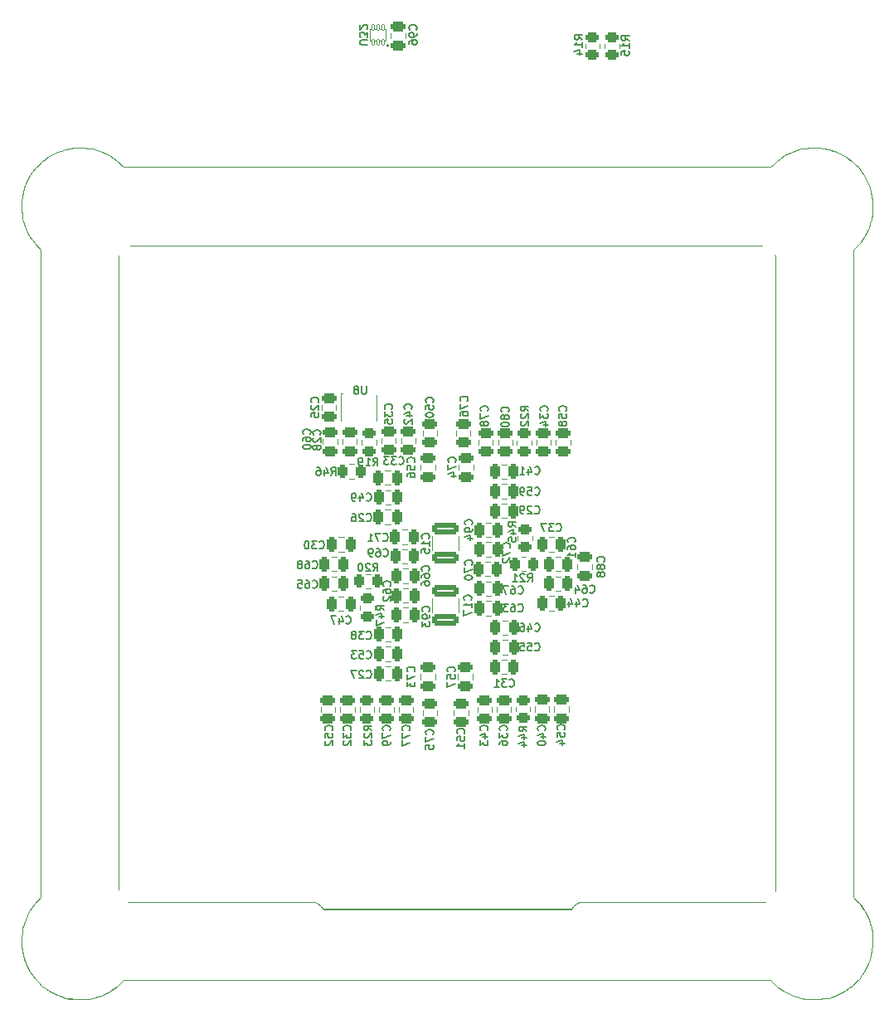
<source format=gbo>
G04 #@! TF.GenerationSoftware,KiCad,Pcbnew,8.0.1-8.0.1-1~ubuntu22.04.1*
G04 #@! TF.CreationDate,2024-04-30T21:46:32+02:00*
G04 #@! TF.ProjectId,qaxe,71617865-2e6b-4696-9361-645f70636258,rev?*
G04 #@! TF.SameCoordinates,Original*
G04 #@! TF.FileFunction,Legend,Bot*
G04 #@! TF.FilePolarity,Positive*
%FSLAX46Y46*%
G04 Gerber Fmt 4.6, Leading zero omitted, Abs format (unit mm)*
G04 Created by KiCad (PCBNEW 8.0.1-8.0.1-1~ubuntu22.04.1) date 2024-04-30 21:46:32*
%MOMM*%
%LPD*%
G01*
G04 APERTURE LIST*
G04 Aperture macros list*
%AMRoundRect*
0 Rectangle with rounded corners*
0 $1 Rounding radius*
0 $2 $3 $4 $5 $6 $7 $8 $9 X,Y pos of 4 corners*
0 Add a 4 corners polygon primitive as box body*
4,1,4,$2,$3,$4,$5,$6,$7,$8,$9,$2,$3,0*
0 Add four circle primitives for the rounded corners*
1,1,$1+$1,$2,$3*
1,1,$1+$1,$4,$5*
1,1,$1+$1,$6,$7*
1,1,$1+$1,$8,$9*
0 Add four rect primitives between the rounded corners*
20,1,$1+$1,$2,$3,$4,$5,0*
20,1,$1+$1,$4,$5,$6,$7,0*
20,1,$1+$1,$6,$7,$8,$9,0*
20,1,$1+$1,$8,$9,$2,$3,0*%
G04 Aperture macros list end*
%ADD10C,0.027881*%
%ADD11C,0.204515*%
%ADD12C,0.150000*%
%ADD13C,0.120000*%
%ADD14C,0.100000*%
%ADD15C,1.500000*%
%ADD16C,0.800000*%
%ADD17C,6.400000*%
%ADD18C,4.000000*%
%ADD19R,1.700000X1.700000*%
%ADD20O,1.700000X1.700000*%
%ADD21R,1.000000X1.000000*%
%ADD22O,1.000000X1.000000*%
%ADD23C,1.100000*%
%ADD24R,2.030000X1.730000*%
%ADD25O,2.030000X1.730000*%
%ADD26R,2.600000X2.600000*%
%ADD27C,2.600000*%
%ADD28C,0.650000*%
%ADD29O,1.000000X2.100000*%
%ADD30O,1.000000X1.800000*%
%ADD31RoundRect,0.250000X0.250000X0.475000X-0.250000X0.475000X-0.250000X-0.475000X0.250000X-0.475000X0*%
%ADD32RoundRect,0.250000X0.475000X-0.250000X0.475000X0.250000X-0.475000X0.250000X-0.475000X-0.250000X0*%
%ADD33RoundRect,0.250000X0.450000X-0.262500X0.450000X0.262500X-0.450000X0.262500X-0.450000X-0.262500X0*%
%ADD34RoundRect,0.250000X-0.475000X0.250000X-0.475000X-0.250000X0.475000X-0.250000X0.475000X0.250000X0*%
%ADD35RoundRect,0.250000X-0.450000X0.262500X-0.450000X-0.262500X0.450000X-0.262500X0.450000X0.262500X0*%
%ADD36RoundRect,0.250000X0.262500X0.450000X-0.262500X0.450000X-0.262500X-0.450000X0.262500X-0.450000X0*%
%ADD37RoundRect,0.250000X-0.262500X-0.450000X0.262500X-0.450000X0.262500X0.450000X-0.262500X0.450000X0*%
%ADD38RoundRect,0.250000X-0.250000X-0.475000X0.250000X-0.475000X0.250000X0.475000X-0.250000X0.475000X0*%
%ADD39R,1.000000X0.900000*%
%ADD40RoundRect,0.250000X1.100000X-0.325000X1.100000X0.325000X-1.100000X0.325000X-1.100000X-0.325000X0*%
%ADD41RoundRect,0.250000X-1.100000X0.325000X-1.100000X-0.325000X1.100000X-0.325000X1.100000X0.325000X0*%
%ADD42RoundRect,0.050000X0.100000X-0.285000X0.100000X0.285000X-0.100000X0.285000X-0.100000X-0.285000X0*%
G04 APERTURE END LIST*
D10*
X56662405Y-88768373D02*
X56677631Y-88780058D01*
X58331933Y-88899386D02*
X58471798Y-88792097D01*
X132642708Y-168526853D02*
X132596319Y-168527561D01*
X133829369Y-86851691D02*
X133911730Y-87050335D01*
X61810500Y-91946319D02*
X61799878Y-91960128D01*
X52480263Y-165699454D02*
X52289409Y-165328015D01*
X61907875Y-158302187D02*
X61921684Y-158312810D01*
X134415609Y-81928087D02*
X133975339Y-81781849D01*
X131150710Y-88151905D02*
X131158195Y-88169963D01*
X81838465Y-158767106D02*
X82008428Y-158895640D01*
X128347131Y-92029176D02*
X128241258Y-91891081D01*
D11*
X89080972Y-71221600D02*
G75*
G02*
X88876458Y-71221600I-102257J0D01*
G01*
X88876458Y-71221600D02*
G75*
G02*
X89080972Y-71221600I102257J0D01*
G01*
D10*
X134855880Y-168076806D02*
X135309559Y-167843107D01*
X137170136Y-91399960D02*
X137461941Y-90981427D01*
X56415251Y-86681020D02*
X56403566Y-86696246D01*
X131642032Y-161359035D02*
X131626509Y-161370720D01*
X133591156Y-163609623D02*
X133420408Y-163740636D01*
X137332450Y-84039518D02*
X137359786Y-84076698D01*
X62386957Y-158529866D02*
X62559398Y-158552528D01*
X58642469Y-161490048D02*
X58773482Y-161660719D01*
X55653960Y-81942605D02*
X55698221Y-81928087D01*
X131158195Y-163118502D02*
X131083323Y-162937917D01*
X138230419Y-160745045D02*
X138244052Y-160789306D01*
X136018009Y-82745324D02*
X136055479Y-82772589D01*
X137461941Y-90981427D02*
X137435419Y-91019315D01*
X81734717Y-158714701D02*
X81714180Y-158705140D01*
X130815168Y-168276512D02*
X130770833Y-168262702D01*
X52055711Y-164874428D02*
X52289409Y-165328015D01*
X56216961Y-87014218D02*
X56209525Y-87032276D01*
X58133289Y-163930427D02*
X58151348Y-163922991D01*
X61620709Y-157876219D02*
X61627436Y-157892153D01*
X57013661Y-88974098D02*
X57194600Y-89049165D01*
X55742128Y-168237562D02*
X55698221Y-168223045D01*
X136528492Y-92070250D02*
X136881377Y-91701644D01*
X136725436Y-83341255D02*
X136758260Y-83374186D01*
X132725200Y-86127579D02*
X132919184Y-86153074D01*
X131083323Y-162161754D02*
X131165684Y-161963110D01*
X62386957Y-158529866D02*
X62300559Y-158518536D01*
X61694005Y-92097869D02*
X61810500Y-91946319D01*
X57981385Y-168532518D02*
X58486316Y-168459222D01*
X57517529Y-81623571D02*
X57053673Y-81628528D01*
X133896756Y-88188022D02*
X133904245Y-88169963D01*
X51599999Y-162151131D02*
X51659840Y-161737910D01*
X51604956Y-162614988D02*
X51609913Y-163078844D01*
X53296438Y-91768566D02*
X53264570Y-91734928D01*
X130770833Y-81888429D02*
X130327482Y-82024754D01*
X56108964Y-162355795D02*
X56083470Y-162549835D01*
X61620709Y-157876219D02*
X61627436Y-157892153D01*
X58761443Y-88505993D02*
X58880770Y-88350548D01*
X58331933Y-163847925D02*
X58471798Y-163740636D01*
X131626509Y-88780058D02*
X131781735Y-88899386D01*
X57369166Y-164020720D02*
X57388641Y-164023198D01*
X137633284Y-165699454D02*
X137387157Y-166036547D01*
X129493550Y-82431602D02*
X129074896Y-82723371D01*
X132317839Y-164020720D02*
X132337240Y-164023198D01*
X138508804Y-162614988D02*
X138503740Y-163078844D01*
X57757247Y-89077138D02*
X57776368Y-89074660D01*
X61560160Y-92597842D02*
X61584946Y-92408051D01*
X138058120Y-85276350D02*
X137824492Y-84822763D01*
X59786175Y-168126024D02*
X59387117Y-168248893D01*
X131471284Y-88661084D02*
X131340267Y-88490413D01*
X128241258Y-158260051D02*
X128283607Y-158204813D01*
X131233071Y-86851691D02*
X131364087Y-86681020D01*
X58487378Y-88780058D02*
X58331933Y-88899386D01*
X132744601Y-161078951D02*
X132725200Y-161076472D01*
X56083470Y-162549835D02*
X56106485Y-162724401D01*
X62473000Y-91609581D02*
X62559398Y-91598250D01*
X57407761Y-86125101D02*
X57388641Y-86127579D01*
X59081539Y-87601297D02*
X59053212Y-87814458D01*
X131980570Y-161169244D02*
X131962493Y-161176679D01*
X108591956Y-158625470D02*
X108605411Y-158621221D01*
X98357376Y-83603989D02*
X62051635Y-83603989D01*
X137387157Y-166036547D02*
X137359786Y-166074080D01*
X132705803Y-89077138D02*
X132725200Y-89074660D01*
X131340267Y-163438952D02*
X131352179Y-163454532D01*
X131781735Y-86302853D02*
X131980570Y-86220705D01*
X136725436Y-83341255D02*
X136758260Y-83374186D01*
X134030194Y-162549835D02*
X134007210Y-162375270D01*
X58151348Y-86228141D02*
X58331933Y-86302853D01*
X131962493Y-88974098D02*
X132143256Y-89049165D01*
X57776368Y-161076472D02*
X57970408Y-161101967D01*
X138508804Y-87536144D02*
X138503740Y-87072288D01*
X128241258Y-91891081D02*
X128357718Y-92042985D01*
X56595836Y-168445766D02*
X56138353Y-168369283D01*
X52006138Y-160345987D02*
X52189202Y-159970653D01*
X96371682Y-159392426D02*
X107705920Y-159393843D01*
X138508804Y-87536144D02*
X138513832Y-88000000D01*
X138508804Y-162614988D02*
X138513832Y-162151131D01*
X60161509Y-82207818D02*
X60203292Y-82228355D01*
X52480263Y-165699454D02*
X52781238Y-166111614D01*
X108591956Y-158625470D02*
X108707814Y-158592894D01*
X51599999Y-162151131D02*
X51605310Y-162661373D01*
X129952211Y-167942960D02*
X129910514Y-167922777D01*
X56134458Y-162937917D02*
X56202089Y-163100443D01*
X51686396Y-86614451D02*
X51609913Y-87072288D01*
X133975339Y-81781849D02*
X134371582Y-81913216D01*
X137700667Y-159512108D02*
X137408863Y-159093576D01*
X133911730Y-161999227D02*
X133904245Y-161981169D01*
X136528492Y-128376027D02*
X136528492Y-158080882D01*
X133896756Y-163136560D02*
X133979117Y-162937917D01*
X136791049Y-166744016D02*
X136758260Y-166776946D01*
X57194600Y-161101967D02*
X57407761Y-161073994D01*
X52055711Y-85276350D02*
X51894600Y-85760744D01*
X137904056Y-159929225D02*
X138107444Y-160345987D01*
X62559398Y-91598250D02*
X84217941Y-91598250D01*
X56209525Y-161981169D02*
X56134458Y-162161754D01*
X136055479Y-167378543D02*
X136430197Y-167104832D01*
X135680754Y-82498878D02*
X135227074Y-82265534D01*
X51599999Y-88000000D02*
X51673295Y-88504931D01*
X138350597Y-163993809D02*
X138434835Y-163490649D01*
X128034294Y-158418682D02*
X128089496Y-158376192D01*
X57388641Y-89074660D02*
X57582681Y-89100154D01*
X62300559Y-91632596D02*
X62236469Y-91659153D01*
X60245074Y-167902240D02*
X60203292Y-167922777D01*
X57776368Y-161076472D02*
X57582681Y-161050978D01*
X62490351Y-91607456D02*
X62473000Y-91609581D01*
X127620860Y-158541197D02*
X127534639Y-158552528D01*
X138440606Y-161645847D02*
X138447263Y-161691878D01*
X56216961Y-87014218D02*
X56209525Y-87032276D01*
X79886020Y-91598250D02*
X84217941Y-91598250D01*
X53264570Y-158415850D02*
X53585374Y-158080882D01*
X128473293Y-92274913D02*
X128466636Y-92258625D01*
X82319318Y-159238044D02*
X82407840Y-159393843D01*
X56415251Y-161629559D02*
X56403566Y-161645139D01*
X133435931Y-86422181D02*
X133280705Y-86302853D01*
X133099947Y-161176679D02*
X133280705Y-161251746D01*
X56111797Y-162336320D02*
X56108964Y-162355795D01*
X51604602Y-87582530D02*
X51604956Y-87536144D01*
X58440284Y-81685183D02*
X57981385Y-81618614D01*
X57031719Y-86220705D02*
X57013661Y-86228141D01*
X104840174Y-159237690D02*
X95056951Y-159246542D01*
X137924416Y-90180125D02*
X137904056Y-90221907D01*
X107806233Y-159213258D02*
X107820503Y-159190950D01*
X81508455Y-158621221D02*
X81521910Y-158625470D01*
X51763233Y-86156969D02*
X51894600Y-85760744D01*
X58151348Y-86228141D02*
X57970408Y-86153074D01*
X56138353Y-168369283D02*
X56641868Y-168453556D01*
X137170136Y-91399960D02*
X136881377Y-91701644D01*
X130327482Y-168126024D02*
X129952211Y-167942960D01*
X56134458Y-162161754D02*
X56111797Y-162336320D01*
X131214184Y-168399381D02*
X131719217Y-168472677D01*
X58151348Y-88974098D02*
X58331933Y-88899386D01*
X130770833Y-168262702D02*
X131214184Y-168399381D01*
X138380695Y-88918152D02*
X138453920Y-88413222D01*
X81838465Y-158767106D02*
X81833862Y-158764273D01*
X131642032Y-86410142D02*
X131626509Y-86422181D01*
X57582681Y-89100154D02*
X57369166Y-89071827D01*
X58948047Y-163136560D02*
X58955483Y-163118502D01*
X138453920Y-88413222D02*
X138447263Y-88458899D01*
X128466636Y-92258625D02*
X128499920Y-92339003D01*
X82102970Y-158969290D02*
X81969832Y-158866959D01*
X128430767Y-166900169D02*
X128397234Y-166867947D01*
X54804147Y-82308025D02*
X54845576Y-82286779D01*
X61694005Y-158052909D02*
X61620709Y-157876219D01*
X131673306Y-81685183D02*
X132132424Y-81618614D01*
X58955483Y-88169963D02*
X58948047Y-88188022D01*
X56111797Y-87387781D02*
X56108964Y-87407256D01*
X56391527Y-163438952D02*
X56403566Y-163454532D01*
X57582681Y-89100154D02*
X57757247Y-89077138D01*
X81508455Y-158621221D02*
X81415683Y-158595019D01*
X131471284Y-161490048D02*
X131364087Y-161629559D01*
X127793265Y-91632596D02*
X127970026Y-91705539D01*
X138427186Y-163536326D02*
X138503740Y-163078844D01*
X131032246Y-87601297D02*
X131060339Y-87387781D01*
X133081870Y-88981534D02*
X133099947Y-88974098D01*
X51604956Y-162614988D02*
X51599999Y-162151131D01*
X129151015Y-167480521D02*
X129112954Y-167453964D01*
X51609913Y-163078844D02*
X51694186Y-163582004D01*
X62059779Y-158418682D02*
X61907875Y-158302187D01*
X57563915Y-168527915D02*
X57517529Y-168527561D01*
X136528492Y-128376027D02*
X136528492Y-92070250D01*
X128283607Y-158204813D02*
X128294195Y-158191003D01*
X58394607Y-81678455D02*
X58440284Y-81685183D01*
X61990731Y-91785209D02*
X62059779Y-91732095D01*
X128241258Y-158260051D02*
X128089496Y-158376192D01*
X59053212Y-87814458D02*
X59056044Y-87794983D01*
X57582681Y-86102085D02*
X57407761Y-86125101D01*
X58761443Y-161645139D02*
X58642469Y-161490048D01*
X133829369Y-88350548D02*
X133698353Y-88521219D01*
X55257735Y-82074326D02*
X54804147Y-82308025D01*
X53232347Y-158449488D02*
X53264570Y-158415850D01*
X131471284Y-163609623D02*
X131340267Y-163438952D01*
X56550159Y-81712802D02*
X56595836Y-81705012D01*
X57053673Y-81628528D02*
X56550159Y-81712802D01*
X132919184Y-86153074D02*
X132744601Y-86130412D01*
X51733136Y-88918152D02*
X51883270Y-89405733D01*
X56833075Y-161251746D02*
X57031719Y-161169244D01*
X133280705Y-86302853D02*
X133451454Y-86433866D01*
X131471284Y-161490048D02*
X131642032Y-161359035D01*
X132337240Y-161076472D02*
X132143256Y-161101967D01*
X130726497Y-81901885D02*
X130770833Y-81888429D01*
X136092963Y-167350924D02*
X136055479Y-167378543D01*
X53585374Y-158080882D02*
X53585374Y-125075566D01*
X58487378Y-86422181D02*
X58642469Y-86541155D01*
X137359786Y-84076698D02*
X137086288Y-83702072D01*
X133081870Y-163930427D02*
X133099947Y-163922991D01*
X134007210Y-162375270D02*
X134004657Y-162355795D01*
X122604662Y-158552528D02*
X121372185Y-158552528D01*
X131471284Y-86541155D02*
X131642032Y-86410142D01*
X56284238Y-86851691D02*
X56415251Y-86681020D01*
X109047278Y-158552528D02*
X122604662Y-158552528D01*
X53585374Y-125075566D02*
X53585374Y-121775105D01*
X135309559Y-167843107D02*
X135268315Y-167864353D01*
X58899537Y-81751751D02*
X59298595Y-81874620D01*
X54020903Y-82799854D02*
X54058082Y-82772589D01*
X133563534Y-168437976D02*
X133517775Y-168445766D01*
X136881377Y-91701644D02*
X136849296Y-91734928D01*
X61571490Y-157639333D02*
X61560160Y-157553290D01*
X56111797Y-87387781D02*
X56108964Y-87407256D01*
X133722173Y-161660719D02*
X133710261Y-161645139D01*
X56138353Y-81781849D02*
X56550159Y-81712802D01*
X54433062Y-82498878D02*
X54020903Y-82799854D01*
X53296438Y-91768566D02*
X53264570Y-91734928D01*
X131781735Y-161251746D02*
X131980570Y-161169244D01*
X131781731Y-86302853D02*
X131642032Y-86410142D01*
X137924416Y-90180125D02*
X137904056Y-90221907D01*
X134030194Y-87601297D02*
X134002101Y-87814458D01*
X59058523Y-162375270D02*
X59056044Y-162355795D01*
X56693210Y-86410142D02*
X56677631Y-86422181D01*
X55742128Y-168237562D02*
X55698221Y-168223045D01*
X58880770Y-163299441D02*
X58948047Y-163136560D01*
X53388146Y-166809522D02*
X53355570Y-166776946D01*
X107794371Y-159238044D02*
X104840174Y-159237690D01*
X135268315Y-167864353D02*
X135680754Y-167651899D01*
X132725200Y-164023198D02*
X132919184Y-163997704D01*
X127534639Y-158552528D02*
X121372185Y-158552528D01*
X57194600Y-89049165D02*
X57369166Y-89071827D01*
X131233071Y-88350548D02*
X131340267Y-88490413D01*
X131158195Y-88169963D02*
X131233071Y-88350548D01*
X53355570Y-83374186D02*
X53027330Y-83702072D01*
X138453920Y-88413222D02*
X138447263Y-88458899D01*
X128034294Y-91732095D02*
X127970026Y-91705539D01*
X138509300Y-162568602D02*
X138508804Y-162614988D01*
X57517529Y-168527561D02*
X57981385Y-168532518D01*
X56677631Y-86422181D02*
X56833075Y-86302853D01*
X55257735Y-168076806D02*
X55742128Y-168237562D01*
X52412986Y-90638669D02*
X52704755Y-91057556D01*
X61810500Y-91946319D02*
X61799878Y-91960128D01*
X62059779Y-91732095D02*
X62004541Y-91774586D01*
X132725200Y-89074660D02*
X132531220Y-89100154D01*
X132919184Y-163997704D02*
X133081870Y-163930427D01*
X56415251Y-161629559D02*
X56403566Y-161645139D01*
X133911730Y-87050335D02*
X133904245Y-87032276D01*
X131083323Y-87213215D02*
X131165684Y-87014218D01*
X108944876Y-158561734D02*
X108965342Y-158559964D01*
X131158195Y-163118502D02*
X131233071Y-163299441D01*
X128062160Y-83603989D02*
X128363738Y-83315053D01*
X58502604Y-86433866D02*
X58487378Y-86422181D01*
X59053212Y-87814458D02*
X59056044Y-87794983D01*
X53683456Y-167104832D02*
X54095616Y-167405808D01*
X56522540Y-86541155D02*
X56693210Y-86410142D01*
X137904056Y-90221907D02*
X138107444Y-89804791D01*
X128732344Y-167188751D02*
X128430767Y-166900169D01*
X58440284Y-168465949D02*
X57981385Y-168532518D01*
X81521910Y-158625470D02*
X81714180Y-158705140D01*
X62051635Y-83603989D02*
X95056951Y-83603989D01*
X132337240Y-164023198D02*
X132143256Y-163997704D01*
X79886020Y-91598250D02*
X62559398Y-91598250D01*
X131962493Y-161176679D02*
X132143256Y-161101967D01*
X108399509Y-158705140D02*
X108591956Y-158625470D01*
X129074896Y-82723371D02*
X129112957Y-82696814D01*
X134855880Y-168076806D02*
X134459637Y-168208527D01*
X56106485Y-162724401D02*
X56108964Y-162743876D01*
X56138353Y-81781849D02*
X55653960Y-81942605D01*
X54058082Y-82772589D02*
X53683456Y-83045945D01*
X128400067Y-158052909D02*
X128426695Y-157988465D01*
X127793265Y-91632596D02*
X127724324Y-91623390D01*
X134007210Y-87426377D02*
X134004657Y-87407256D01*
X56391527Y-88490413D02*
X56403566Y-88505993D01*
X51678960Y-86660483D02*
X51686396Y-86614451D01*
X53585374Y-92070250D02*
X53296438Y-91768566D01*
X131340267Y-88490413D02*
X131352179Y-88505993D01*
X138257720Y-89317210D02*
X138244052Y-89361472D01*
X132919184Y-161101967D02*
X132744601Y-161078951D01*
X52268164Y-84864191D02*
X52055711Y-85276350D01*
X136791049Y-166744016D02*
X136758260Y-166776946D01*
X137359786Y-166074080D02*
X137086288Y-166448706D01*
X62236469Y-91659153D02*
X62220535Y-91665881D01*
X81405769Y-158592894D02*
X81415683Y-158595019D01*
X52268164Y-165286941D02*
X52480263Y-165699454D01*
X133280705Y-88899386D02*
X133280709Y-88899386D01*
X131610986Y-163716912D02*
X131626509Y-163728951D01*
X131083323Y-87989024D02*
X131150710Y-88151905D01*
X132744601Y-86130412D02*
X132725200Y-86127579D01*
X56202089Y-88151905D02*
X56209525Y-88169963D01*
X56995602Y-88966663D02*
X57013661Y-88974098D01*
X60203292Y-167922777D02*
X60620054Y-167719176D01*
X133118023Y-161184469D02*
X133099947Y-161176679D01*
X52006138Y-89804791D02*
X51883270Y-89405733D01*
X81148346Y-158559964D02*
X81168884Y-158561734D01*
X131032246Y-162549835D02*
X131060339Y-162336320D01*
X81969832Y-158866959D02*
X82008428Y-158895640D01*
X132705803Y-89077138D02*
X132725200Y-89074660D01*
X57013661Y-161176679D02*
X56833075Y-161251746D01*
X133979117Y-87989024D02*
X134002101Y-87814458D01*
X127970026Y-91705539D02*
X127953951Y-91698811D01*
X133829369Y-161800230D02*
X133911730Y-161999227D01*
X51894600Y-85760744D02*
X51909472Y-85716837D01*
X133975339Y-168369283D02*
X134459637Y-168208527D01*
X58761443Y-163454532D02*
X58642469Y-163609623D01*
X131364087Y-161629559D02*
X131352179Y-161645139D01*
X51599999Y-88000000D02*
X51604602Y-87582530D01*
X108399509Y-158705140D02*
X108379184Y-158714701D01*
X134004657Y-87794983D02*
X133979117Y-87989024D01*
X129112957Y-82696814D02*
X129493550Y-82431602D01*
X135227074Y-82265534D02*
X135268319Y-82286779D01*
X132143256Y-163997704D02*
X131944417Y-163915201D01*
X58486316Y-168459222D02*
X58440284Y-168465949D01*
X133904245Y-88169963D02*
X133896756Y-88188022D01*
X61594152Y-157811774D02*
X61620709Y-157876219D01*
X74897265Y-158552528D02*
X62559398Y-158552528D01*
X58169406Y-86235576D02*
X58151348Y-86228141D01*
X52943765Y-158750818D02*
X53232347Y-158449488D01*
X128473293Y-92274913D02*
X128466636Y-92258625D01*
X61594152Y-157811774D02*
X61569012Y-157622337D01*
X51686396Y-163536326D02*
X51609913Y-163078844D01*
X58502604Y-86433866D02*
X58487378Y-86422181D01*
X138447263Y-161691878D02*
X138380695Y-161232625D01*
X56522540Y-86541155D02*
X56415251Y-86681020D01*
X51609913Y-87072288D02*
X51604602Y-87582530D01*
X59030550Y-162161754D02*
X58962919Y-161999227D01*
X53585374Y-125075566D02*
X53585374Y-121775105D01*
X59056044Y-87794983D02*
X59081539Y-87601297D01*
X131781735Y-161251746D02*
X131642032Y-161359035D01*
X133451454Y-161382759D02*
X133435931Y-161370720D01*
X137408863Y-159093576D02*
X137435419Y-159131463D01*
X61852637Y-158260051D02*
X61736142Y-158108147D01*
X58880770Y-161800230D02*
X58773482Y-161660719D01*
X57582681Y-86102085D02*
X57795843Y-86130412D01*
X58955483Y-87032276D02*
X59030550Y-87213215D01*
X56403566Y-163454532D02*
X56284238Y-163299441D01*
X82102970Y-158969290D02*
X82097304Y-158963625D01*
X130327482Y-168126024D02*
X130815168Y-168276512D01*
X57970408Y-163997704D02*
X57757247Y-164025677D01*
X52246919Y-84905265D02*
X52268164Y-84864191D01*
X59056044Y-87407256D02*
X59081539Y-87601297D01*
X81066552Y-158552528D02*
X74897265Y-158552528D01*
X134004657Y-162355795D02*
X133979117Y-162161754D01*
X59030550Y-87989024D02*
X58955483Y-88169963D01*
X51909472Y-85716837D02*
X52055711Y-85276350D01*
X59387117Y-168248893D02*
X59342856Y-168262702D01*
X58331933Y-86302853D02*
X58502604Y-86433866D01*
X128397270Y-83283185D02*
X128062160Y-83603989D01*
X131055230Y-87775862D02*
X131057783Y-87794983D01*
X58761443Y-88505993D02*
X58642469Y-88661084D01*
X133710261Y-163454532D02*
X133591156Y-163609623D01*
X52209739Y-90221907D02*
X52006138Y-89804791D01*
X133280705Y-88899386D02*
X133081870Y-88981534D01*
X51659840Y-161737910D02*
X51666567Y-161691878D01*
X108279827Y-158764273D02*
X108143750Y-158866959D01*
X131083323Y-162937917D02*
X131055230Y-162724401D01*
X51869814Y-160789306D02*
X51733136Y-161232625D01*
X137387157Y-166036547D02*
X137359786Y-166074080D01*
X109047278Y-158552528D02*
X108965342Y-158559964D01*
X137408863Y-159093576D02*
X137435419Y-159131463D01*
X133904245Y-163118502D02*
X133829369Y-163299441D01*
X138204358Y-85716837D02*
X138058120Y-85276350D01*
X128522617Y-92511445D02*
X128533948Y-92597842D01*
X132143256Y-86153074D02*
X132356637Y-86125101D01*
X133517775Y-168445766D02*
X133975339Y-168369283D01*
X133904245Y-161981169D02*
X133979117Y-162161754D01*
X133451454Y-161382759D02*
X133435931Y-161370720D01*
X133911730Y-161999227D02*
X133904245Y-161981169D01*
X56677631Y-163728951D02*
X56522540Y-163609623D01*
X132356637Y-86125101D02*
X132337240Y-86127579D01*
X131962493Y-86228141D02*
X132143256Y-86153074D01*
X138107444Y-89804791D02*
X138257720Y-89317210D01*
X82097304Y-158963625D02*
X82277889Y-159170767D01*
X128103270Y-158365923D02*
X128241258Y-158260051D01*
X57970408Y-161101967D02*
X57795843Y-161078951D01*
X127970026Y-91705539D02*
X127953951Y-91698811D01*
X128294195Y-158191003D02*
X128400067Y-158052909D01*
X52753974Y-166074080D02*
X53027330Y-166448706D01*
X132549930Y-81623217D02*
X132596319Y-81623571D01*
X133710261Y-88505993D02*
X133829369Y-88350548D01*
X137086288Y-166448706D02*
X136791049Y-166744016D01*
X56108964Y-162743876D02*
X56134458Y-162937917D01*
X133435931Y-88780058D02*
X133280705Y-88899386D01*
X137332450Y-84039518D02*
X137359786Y-84076698D01*
X131083323Y-87213215D02*
X131060339Y-87387781D01*
X62300559Y-158518536D02*
X62369606Y-158527742D01*
X133698353Y-88521219D02*
X133710261Y-88505993D01*
X134004657Y-87407256D02*
X134030194Y-87601297D01*
X132725200Y-161076472D02*
X132919184Y-161101967D01*
X52189202Y-159970653D02*
X52209739Y-159929225D01*
X52678199Y-159131463D02*
X52412986Y-159512108D01*
X128426695Y-157988465D02*
X128433351Y-157972531D01*
X134004657Y-162743876D02*
X134030194Y-162549835D01*
X56106485Y-162724401D02*
X56108964Y-162743876D01*
X61799878Y-91960128D02*
X61852637Y-91891081D01*
X131060339Y-87387781D02*
X131057783Y-87407256D01*
X56677631Y-88780058D02*
X56522540Y-88661084D01*
X58331933Y-163847925D02*
X58133289Y-163930427D01*
X81833862Y-158764273D02*
X81734717Y-158714701D01*
X134004657Y-87794983D02*
X134030194Y-87601297D01*
X133710261Y-161645139D02*
X133829369Y-161800230D01*
X59298595Y-81874620D02*
X59342856Y-81888429D01*
X131032246Y-87601297D02*
X131055230Y-87775862D01*
X56106485Y-87775862D02*
X56108964Y-87794983D01*
X136018009Y-82745324D02*
X136055479Y-82772589D01*
X82277889Y-159170767D02*
X82247438Y-159135004D01*
X61381345Y-82962381D02*
X61683028Y-83250963D01*
X61569012Y-157622337D02*
X61571490Y-157639333D01*
X60203292Y-82228355D02*
X60620054Y-82431602D01*
X131673302Y-168465949D02*
X131214184Y-168399381D01*
X52209739Y-90221907D02*
X52412986Y-90638669D01*
X128732379Y-82962381D02*
X128363738Y-83315053D01*
X128089496Y-158376192D02*
X128103270Y-158365923D01*
X59342856Y-168262702D02*
X58899537Y-168399381D01*
X135268315Y-167864353D02*
X134855880Y-168076806D01*
X128433351Y-157972531D02*
X128400067Y-158052909D01*
X58394607Y-81678455D02*
X58440284Y-81685183D01*
X56284238Y-163299441D02*
X56202089Y-163100443D01*
X61736142Y-158108147D02*
X61746764Y-158121956D01*
X52704755Y-91057556D02*
X52678199Y-91019315D01*
X133904245Y-163118502D02*
X133896756Y-163136560D01*
X61683028Y-83250963D02*
X61716313Y-83283185D01*
X56284238Y-163299441D02*
X56391527Y-163438952D01*
X131158195Y-161981169D02*
X131233071Y-161800230D01*
X53264570Y-91734928D02*
X53585374Y-92070250D01*
X133979117Y-87213215D02*
X133911730Y-87050335D01*
X56134458Y-87989024D02*
X56106485Y-87775862D01*
X56662405Y-163716912D02*
X56677631Y-163728951D01*
X136817216Y-158382211D02*
X136849296Y-158415850D01*
X57471143Y-81623925D02*
X57517529Y-81623571D01*
X56833075Y-86302853D02*
X56693210Y-86410142D01*
X133979117Y-87989024D02*
X133904245Y-88169963D01*
X133979117Y-162161754D02*
X134007210Y-162375270D01*
X54845576Y-82286779D02*
X55257735Y-82074326D01*
X131610986Y-88768373D02*
X131626509Y-88780058D01*
X57388641Y-86127579D02*
X57582681Y-86102085D01*
X108698112Y-158595019D02*
X108605411Y-158621221D01*
X133829369Y-86851691D02*
X133722173Y-86711826D01*
X57757247Y-89077138D02*
X57776368Y-89074660D01*
X137700667Y-90638669D02*
X137924416Y-90180125D01*
X56403566Y-161645139D02*
X56284238Y-161800230D01*
X128062160Y-83603989D02*
X95056951Y-83603989D01*
X129868820Y-82248538D02*
X129910517Y-82228355D01*
X133280709Y-86302853D02*
X133118023Y-86235576D01*
X59056044Y-87794983D02*
X59030550Y-87989024D01*
X91756490Y-166547143D02*
X95056951Y-166547143D01*
X57471143Y-81623925D02*
X57517529Y-81623571D01*
X58642469Y-163609623D02*
X58749758Y-163470112D01*
X128433351Y-157972531D02*
X128499920Y-157811774D01*
X108143750Y-158866959D02*
X108105225Y-158895640D01*
X56134458Y-87989024D02*
X56202089Y-88151905D01*
X127620860Y-158541197D02*
X127793265Y-158518536D01*
X138058120Y-85276350D02*
X138189734Y-85672575D01*
X61381345Y-82962381D02*
X60962812Y-82670257D01*
X96371682Y-159392426D02*
X104840174Y-159237690D01*
X131150710Y-88151905D02*
X131158195Y-88169963D01*
X93739387Y-159392426D02*
X85255421Y-159237690D01*
X133060214Y-168522249D02*
X132642708Y-168526853D01*
X133975339Y-168369283D02*
X133563534Y-168437976D01*
X133829369Y-161800230D02*
X133722173Y-161660719D01*
X54845576Y-167864353D02*
X54433062Y-167651899D01*
X131083323Y-162161754D02*
X131060339Y-162336320D01*
X131626509Y-163728951D02*
X131781735Y-163847925D01*
X54095616Y-167405808D02*
X54058082Y-167378543D01*
X51666567Y-161691878D02*
X51733136Y-161232625D01*
X85255421Y-159237690D02*
X95056951Y-159246542D01*
X127724324Y-91623390D02*
X127707080Y-91620912D01*
X61716313Y-166867947D02*
X61381345Y-167188751D01*
X62220535Y-91665881D02*
X62059779Y-91732095D01*
X121372185Y-158552528D02*
X122604662Y-158552528D01*
X132337240Y-89074660D02*
X132531220Y-89100154D01*
X57194600Y-86153074D02*
X57407761Y-86125101D01*
X128186056Y-91848591D02*
X128172282Y-91837968D01*
X56108964Y-87794983D02*
X56134458Y-87989024D01*
X138509300Y-162568602D02*
X138508804Y-162614988D01*
X57194600Y-163997704D02*
X57369166Y-164020720D01*
X136881377Y-91701644D02*
X136849296Y-91734928D01*
X131165684Y-87014218D02*
X131158195Y-87032276D01*
X58169406Y-161184469D02*
X58151348Y-161176679D01*
X57194600Y-163997704D02*
X56995602Y-163915201D01*
X133591156Y-161490048D02*
X133722173Y-161660719D01*
X58642469Y-86541155D02*
X58773482Y-86711826D01*
X138513832Y-88000000D02*
X138453920Y-88413222D01*
X58761443Y-163454532D02*
X58880770Y-163299441D01*
X136758260Y-166776946D02*
X137086288Y-166448706D01*
X133435931Y-163728951D02*
X133591156Y-163609623D01*
X132317839Y-89071827D02*
X132337240Y-89074660D01*
X52704755Y-91057556D02*
X52678199Y-91019315D01*
X53585374Y-158080882D02*
X53232347Y-158449488D01*
X61627436Y-157892153D02*
X61694005Y-158052909D01*
X130770833Y-81888429D02*
X131214184Y-81751751D01*
X131352179Y-163454532D02*
X131471284Y-163609623D01*
X132919184Y-163997704D02*
X132705803Y-164025677D01*
X128089496Y-158376192D02*
X128103270Y-158365923D01*
X56403566Y-163454532D02*
X56522540Y-163609623D01*
X131060339Y-162336320D02*
X131057783Y-162355795D01*
X129493550Y-167719176D02*
X129151015Y-167480521D01*
X76131264Y-158552528D02*
X74897265Y-158552528D01*
X56083470Y-162549835D02*
X56111797Y-162336320D01*
X52189202Y-159970653D02*
X52209739Y-159929225D01*
X133451454Y-86433866D02*
X133435931Y-86422181D01*
X137086288Y-83702072D02*
X137332450Y-84039518D01*
X108016526Y-158963625D02*
X108105225Y-158895640D01*
X137435419Y-159131463D02*
X137700667Y-159512108D01*
X52268164Y-84864191D02*
X52480263Y-84451678D01*
X81415683Y-158595019D02*
X81148346Y-158559964D01*
X131626509Y-86422181D02*
X131781735Y-86302853D01*
X132596319Y-168527561D02*
X132132424Y-168532518D01*
X132132424Y-81618614D02*
X131627391Y-81691910D01*
X133081870Y-88981534D02*
X133099947Y-88974098D01*
X58133289Y-163930427D02*
X58151348Y-163922991D01*
X58955483Y-87032276D02*
X58880770Y-86851691D01*
X128357718Y-92042985D02*
X128347131Y-92029176D01*
X56662405Y-88768373D02*
X56677631Y-88780058D01*
X128062125Y-166547143D02*
X128430767Y-166900169D01*
X133517778Y-81705012D02*
X133975339Y-81781849D01*
X131980570Y-86220705D02*
X131962493Y-86228141D01*
X55257735Y-168076806D02*
X54886650Y-167885598D01*
X56833075Y-161251746D02*
X56693210Y-161359035D01*
X52006138Y-89804791D02*
X52229922Y-90263690D01*
X132531220Y-161050978D02*
X132744601Y-161078951D01*
X136758260Y-166776946D02*
X136430197Y-167104832D01*
X58487378Y-88780058D02*
X58642469Y-88661084D01*
X128533948Y-114249658D02*
X128533948Y-109919153D01*
X133099947Y-161176679D02*
X132919184Y-161101967D01*
X52781238Y-166111614D02*
X52753974Y-166074080D01*
X56209525Y-163118502D02*
X56134458Y-162937917D01*
X52055711Y-164874428D02*
X51923990Y-164478202D01*
X137883731Y-159887442D02*
X137904056Y-159929225D01*
X59342856Y-81888429D02*
X59786175Y-82024754D01*
X127793265Y-158518536D02*
X127603615Y-158543322D01*
X136528492Y-158080882D02*
X136528492Y-125075566D01*
X51763233Y-163993809D02*
X51694186Y-163582004D01*
X138434835Y-163490649D02*
X138427186Y-163536326D01*
X138189734Y-85672575D02*
X138204358Y-85716837D01*
X61852637Y-91891081D02*
X62004541Y-91774586D01*
X62490351Y-91607456D02*
X62473000Y-91609581D01*
X134004657Y-162355795D02*
X134030194Y-162549835D01*
X59030550Y-162161754D02*
X59058523Y-162375270D01*
X108010684Y-158969290D02*
X108016526Y-158963625D01*
X131944417Y-163915201D02*
X131962493Y-163922991D01*
X56108964Y-87407256D02*
X56083470Y-87601297D01*
X129910517Y-82228355D02*
X130327482Y-82024754D01*
X51909472Y-164434295D02*
X51763233Y-163993809D01*
X56403566Y-86696246D02*
X56522540Y-86541155D01*
X61660721Y-92178247D02*
X61694005Y-92097869D01*
X81415683Y-158595019D02*
X81405769Y-158592894D01*
X136849296Y-158415850D02*
X137170136Y-158750818D01*
X51694186Y-163582004D02*
X51686396Y-163536326D01*
X60161509Y-82207818D02*
X60203292Y-82228355D01*
X132531220Y-89100154D02*
X132317839Y-89071827D01*
X127857568Y-158491979D02*
X127873608Y-158485251D01*
X137170136Y-158750818D02*
X136817216Y-158382211D01*
X134415609Y-168223045D02*
X134855880Y-168076806D01*
X131944417Y-88966663D02*
X131962493Y-88974098D01*
X137845702Y-165286941D02*
X137633284Y-165699454D01*
X127603615Y-158543322D02*
X127620860Y-158541197D01*
X137086288Y-83702072D02*
X136725436Y-83341255D01*
X108605411Y-158621221D02*
X108379184Y-158714701D01*
X62140157Y-158451967D02*
X62059779Y-158418682D01*
X108105225Y-158895640D02*
X108143750Y-158866959D01*
X62140157Y-158451967D02*
X62300559Y-158518536D01*
X62004541Y-91774586D02*
X61990731Y-91785209D01*
X57407761Y-161073994D02*
X57388641Y-161076472D01*
X132531220Y-164048693D02*
X132317839Y-164020720D01*
X128533948Y-157553290D02*
X128508985Y-157743081D01*
X51894600Y-85760744D02*
X51909472Y-85716837D01*
X57776368Y-164023198D02*
X57970408Y-163997704D01*
X138427186Y-163536326D02*
X138350597Y-163993809D01*
X128533948Y-109919153D02*
X128533948Y-114249658D01*
X129112954Y-167453964D02*
X128732344Y-167188751D01*
X108105225Y-158895640D02*
X108275330Y-158767106D01*
X133911730Y-87050335D02*
X133904245Y-87032276D01*
X127953951Y-91698811D02*
X127793265Y-91632596D01*
X138440606Y-161645847D02*
X138447263Y-161691878D01*
X127603615Y-158543322D02*
X127620860Y-158541197D01*
X138419503Y-86568774D02*
X138427186Y-86614451D01*
X133517778Y-81705012D02*
X133060214Y-81628528D01*
X53683456Y-83045945D02*
X54020903Y-82799854D01*
X128499920Y-157811774D02*
X128508985Y-157743081D01*
X138434835Y-163490649D02*
X138427186Y-163536326D01*
X95056951Y-166547143D02*
X128062125Y-166547143D01*
X95056951Y-159393489D02*
X96371682Y-159392426D01*
X133904245Y-87032276D02*
X133979117Y-87213215D01*
X128363738Y-83315053D02*
X128397270Y-83283185D01*
X62300559Y-91632596D02*
X62490351Y-91607456D01*
X56677631Y-161370720D02*
X56522540Y-161490048D01*
X52678199Y-91019315D02*
X52943765Y-91399960D01*
X138513832Y-162151131D02*
X138509300Y-162568602D01*
X54058082Y-82772589D02*
X54433062Y-82498878D01*
X82407840Y-159393843D02*
X93739387Y-159392426D01*
X133420408Y-163740636D02*
X133435931Y-163728951D01*
X132337240Y-89074660D02*
X132143256Y-89049165D01*
X134002101Y-162763351D02*
X134004657Y-162743876D01*
X62123869Y-158445239D02*
X62140157Y-158451967D01*
X127953951Y-91698811D02*
X128034294Y-91732095D01*
X61560160Y-135901474D02*
X61560160Y-92597842D01*
X136092963Y-167350924D02*
X136055479Y-167378543D01*
X107820503Y-159190950D02*
X107794371Y-159238044D01*
X59342856Y-81888429D02*
X58899537Y-81751751D01*
X104840174Y-159237690D02*
X96371682Y-159392426D01*
X134855880Y-82074326D02*
X134371582Y-81913216D01*
X129493550Y-167719176D02*
X129952211Y-167942960D01*
X56216961Y-161963110D02*
X56209525Y-161981169D01*
X128524883Y-92528795D02*
X128522617Y-92511445D01*
X132337240Y-86127579D02*
X132143256Y-86153074D01*
X128430767Y-166900169D02*
X128397234Y-166867947D01*
X128186056Y-91848591D02*
X128172282Y-91837968D01*
X134007210Y-162375270D02*
X134004657Y-162355795D01*
X128732344Y-167188751D02*
X129151015Y-167480521D01*
X59081539Y-162549835D02*
X59053212Y-162763351D01*
X56138353Y-168369283D02*
X55742128Y-168237562D01*
X85255421Y-159237690D02*
X82319318Y-159238044D01*
X138419503Y-86568774D02*
X138427186Y-86614451D01*
X58331933Y-161251746D02*
X58169406Y-161184469D01*
X52055711Y-85276350D02*
X52246919Y-84905265D01*
X58642469Y-88661084D02*
X58471798Y-88792097D01*
X58642469Y-88661084D02*
X58749758Y-88521219D01*
X133472020Y-81697576D02*
X133517778Y-81705012D01*
X51678960Y-86660483D02*
X51686396Y-86614451D01*
X58642469Y-86541155D02*
X58502604Y-86433866D01*
X81405769Y-158592894D02*
X81521910Y-158625470D01*
X133280705Y-161251746D02*
X133118023Y-161184469D01*
X132143256Y-86153074D02*
X131980570Y-86220705D01*
X133420408Y-88792097D02*
X133435931Y-88780058D01*
X137866947Y-165245513D02*
X137845702Y-165286941D01*
X131471284Y-86541155D02*
X131364087Y-86681020D01*
X138107444Y-160345987D02*
X137883731Y-159887442D01*
X51909472Y-164434295D02*
X52055711Y-164874428D01*
X137633284Y-165699454D02*
X137866947Y-165245513D01*
X56209525Y-87032276D02*
X56134458Y-87213215D01*
X56522540Y-88661084D02*
X56662405Y-88768373D01*
X61907875Y-158302187D02*
X61921684Y-158312810D01*
X62051635Y-83603989D02*
X61683028Y-83250963D01*
X59030550Y-162937917D02*
X59053212Y-162763351D01*
X56403566Y-161645139D02*
X56522540Y-161490048D01*
X131781735Y-163847925D02*
X131610986Y-163716912D01*
X132143256Y-163997704D02*
X132317839Y-164020720D01*
X131944417Y-88966663D02*
X131962493Y-88974098D01*
X132531220Y-164048693D02*
X132705803Y-164025677D01*
X130815168Y-168276512D02*
X130770833Y-168262702D01*
X132337240Y-164023198D02*
X132531220Y-164048693D01*
X133435931Y-163728951D02*
X133280705Y-163847925D01*
X82008428Y-158895640D02*
X81969832Y-158866959D01*
X58761443Y-86696246D02*
X58642469Y-86541155D01*
X62059779Y-158418682D02*
X62123869Y-158445239D01*
X132531220Y-89100154D02*
X132705803Y-89077138D01*
X62559398Y-91598250D02*
X62490351Y-91607456D01*
X56108964Y-87794983D02*
X56083470Y-87601297D01*
X61667448Y-92162313D02*
X61660721Y-92178247D01*
X128103270Y-158365923D02*
X128034294Y-158418682D01*
X138058120Y-164874428D02*
X138218982Y-164390034D01*
X57970408Y-163997704D02*
X58133289Y-163930427D01*
X134459637Y-168208527D02*
X134415609Y-168223045D01*
X133710261Y-88505993D02*
X133591156Y-88661084D01*
X81714180Y-158705140D02*
X81734717Y-158714701D01*
X131057783Y-162743876D02*
X131083323Y-162937917D01*
X59058523Y-87426377D02*
X59056044Y-87407256D01*
X133979117Y-87213215D02*
X134007210Y-87426377D01*
X133829369Y-163299441D02*
X133698353Y-163470112D01*
X133829369Y-88350548D02*
X133896756Y-88188022D01*
X91756490Y-166547143D02*
X62051635Y-166547143D01*
X57795843Y-161078951D02*
X57776368Y-161076472D01*
X133099947Y-88974098D02*
X132919184Y-89049165D01*
X52229922Y-90263690D02*
X52209739Y-90221907D01*
X56677631Y-163728951D02*
X56833075Y-163847925D01*
X53027330Y-166448706D02*
X53388146Y-166809522D01*
X131340267Y-88490413D02*
X131352179Y-88505993D01*
X56677631Y-88780058D02*
X56833075Y-88899386D01*
X57031719Y-161169244D02*
X57013661Y-161176679D01*
X131642032Y-161359035D02*
X131626509Y-161370720D01*
X57981385Y-81618614D02*
X57471143Y-81623925D01*
X58487378Y-161370720D02*
X58331933Y-161251746D01*
X61749951Y-166835725D02*
X61716313Y-166867947D01*
X131673306Y-81685183D02*
X131214184Y-81751751D01*
X138508273Y-87489759D02*
X138508804Y-87536144D01*
X57776368Y-86127579D02*
X57970408Y-86153074D01*
X132356637Y-161073994D02*
X132337240Y-161076472D01*
X136758260Y-83374186D02*
X136430197Y-83045945D01*
X52753974Y-84076698D02*
X52480263Y-84451678D01*
X57053673Y-81628528D02*
X57471143Y-81623925D01*
X53027330Y-83702072D02*
X52726709Y-84114231D01*
X134030194Y-162549835D02*
X134002101Y-162763351D01*
X138204358Y-85716837D02*
X138350597Y-86156969D01*
X93739387Y-159392426D02*
X85255421Y-159237690D01*
X57776368Y-89074660D02*
X57970408Y-89049165D01*
X132143256Y-89049165D02*
X131944417Y-88966663D01*
X57776368Y-89074660D02*
X57582681Y-89100154D01*
X137435419Y-91019315D02*
X137170136Y-91399960D01*
X129112957Y-82696814D02*
X128732379Y-82962381D01*
X62220535Y-91665881D02*
X62300559Y-91632596D01*
X108707814Y-158592894D02*
X108698112Y-158595019D01*
X131150710Y-163100443D02*
X131158195Y-163118502D01*
X131626509Y-88780058D02*
X131471284Y-88661084D01*
X136055479Y-82772589D02*
X136430197Y-83045945D01*
X131610986Y-88768373D02*
X131626509Y-88780058D01*
X59786175Y-168126024D02*
X60245074Y-167902240D01*
X107794371Y-159238044D02*
X107705920Y-159393843D01*
X52289409Y-165328015D02*
X52268164Y-165286941D01*
X133979117Y-162937917D02*
X134002101Y-162763351D01*
X138380695Y-88918152D02*
X138257720Y-89317210D01*
X53355570Y-83374186D02*
X53683456Y-83045945D01*
X61560160Y-92597842D02*
X61560160Y-140231625D01*
X134415609Y-168223045D02*
X133975339Y-168369283D01*
X56522540Y-163609623D02*
X56391527Y-163438952D01*
X137904056Y-90221907D02*
X137700667Y-90638669D01*
X132531220Y-86102085D02*
X132744601Y-86130412D01*
X57981385Y-81618614D02*
X58394607Y-81678455D01*
X57970408Y-86153074D02*
X58169406Y-86235576D01*
X133060214Y-81628528D02*
X133472020Y-81697576D01*
X53355570Y-166776946D02*
X53027330Y-166448706D01*
X54433062Y-167651899D02*
X54886650Y-167885598D01*
X60962812Y-82670257D02*
X61000699Y-82696814D01*
X58331933Y-88899386D02*
X58133289Y-88981534D01*
X132531220Y-161050978D02*
X132356637Y-161073994D01*
X81714180Y-158705140D02*
X81838465Y-158767106D01*
X131626509Y-161370720D02*
X131471284Y-161490048D01*
X57388641Y-86127579D02*
X57194600Y-86153074D01*
X52726709Y-84114231D02*
X52753974Y-84076698D01*
X58440284Y-168465949D02*
X58899537Y-168399381D01*
X136055479Y-82772589D02*
X135680754Y-82498878D01*
X58642469Y-163609623D02*
X58471798Y-163740636D01*
X56284238Y-161800230D02*
X56216961Y-161963110D01*
X82319318Y-159238044D02*
X82407840Y-159393843D01*
X58899537Y-168399381D02*
X59387117Y-168248893D01*
X133099947Y-86228141D02*
X133280705Y-86302853D01*
X60245074Y-167902240D02*
X60203292Y-167922777D01*
X53232347Y-158449488D02*
X53264570Y-158415850D01*
X56833075Y-163847925D02*
X56662405Y-163716912D01*
X59058523Y-162375270D02*
X59056044Y-162355795D01*
X55257735Y-82074326D02*
X55653960Y-81942605D01*
X61038941Y-167427407D02*
X61000699Y-167453964D01*
X53683456Y-167104832D02*
X53388146Y-166809522D01*
X132596319Y-81623571D02*
X132132424Y-81618614D01*
X60620054Y-82431602D02*
X60962812Y-82670257D01*
X138427186Y-86614451D02*
X138503740Y-87072288D01*
X132725200Y-89074660D02*
X132919184Y-89049165D01*
X95056951Y-159246542D02*
X95056951Y-159393489D01*
X58486316Y-168459222D02*
X58440284Y-168465949D01*
X128347131Y-92029176D02*
X128400067Y-92097869D01*
X60203292Y-167922777D02*
X59786175Y-168126024D01*
X136430197Y-167104832D02*
X136791049Y-166744016D01*
X74897265Y-158552528D02*
X76131264Y-158552528D01*
X53264570Y-91734928D02*
X52943765Y-91399960D01*
X56391527Y-163438952D02*
X56403566Y-163454532D01*
X59056044Y-162743876D02*
X59030550Y-162937917D01*
X131352179Y-163454532D02*
X131233071Y-163299441D01*
X56202089Y-163100443D02*
X56209525Y-163118502D01*
X136528492Y-125075566D02*
X136528492Y-128376027D01*
X53388146Y-166809522D02*
X53355570Y-166776946D01*
X58880770Y-161800230D02*
X58962919Y-161999227D01*
X56693210Y-161359035D02*
X56677631Y-161370720D01*
X136528492Y-125075566D02*
X136528492Y-128376027D01*
X61569012Y-157622337D02*
X61571490Y-157639333D01*
X107866428Y-159134650D02*
X107806233Y-159213258D01*
X130327482Y-82024754D02*
X130726497Y-81901885D01*
X58471798Y-88792097D02*
X58487378Y-88780058D01*
X81734717Y-158714701D02*
X81508455Y-158621221D01*
X133979117Y-162161754D02*
X133911730Y-161999227D01*
X81168884Y-158561734D02*
X81405769Y-158592894D01*
X127873608Y-158485251D02*
X128034294Y-158418682D01*
X133060214Y-168522249D02*
X133563534Y-168437976D01*
X51869814Y-160789306D02*
X52006138Y-160345987D01*
X56995602Y-88966663D02*
X57013661Y-88974098D01*
X133451454Y-86433866D02*
X133435931Y-86422181D01*
X131626509Y-163728951D02*
X131471284Y-163609623D01*
X61582821Y-92425401D02*
X61560160Y-92597842D01*
X137435419Y-91019315D02*
X137700667Y-90638669D01*
X135268319Y-82286779D02*
X134855880Y-82074326D01*
X132642708Y-168526853D02*
X132596319Y-168527561D01*
X128397234Y-166867947D02*
X128732344Y-167188751D01*
X138508273Y-87489759D02*
X138508804Y-87536144D01*
X61667448Y-92162313D02*
X61660721Y-92178247D01*
X51673295Y-88504931D02*
X51666567Y-88458899D01*
X131642032Y-86410142D02*
X131626509Y-86422181D01*
X129910517Y-82228355D02*
X129493550Y-82431602D01*
X138503740Y-163078844D02*
X138434835Y-163490649D01*
X56677631Y-86422181D02*
X56522540Y-86541155D01*
X57388641Y-164023198D02*
X57194600Y-163997704D01*
X53322640Y-83406762D02*
X53355570Y-83374186D01*
X51923990Y-164478202D02*
X51909472Y-164434295D01*
X56111797Y-162336320D02*
X56108964Y-162355795D01*
X132725200Y-164023198D02*
X132531220Y-164048693D01*
X59030550Y-87989024D02*
X59053212Y-87814458D01*
X51694186Y-163582004D02*
X51686396Y-163536326D01*
X57970408Y-86153074D02*
X57795843Y-86130412D01*
X134371582Y-81913216D02*
X134415609Y-81928087D01*
X54020903Y-82799854D02*
X54058082Y-82772589D01*
X131471284Y-163609623D02*
X131610986Y-163716912D01*
X57517529Y-168527561D02*
X57053673Y-168522249D01*
X137435419Y-159131463D02*
X137170136Y-158750818D01*
X132356637Y-161073994D02*
X132337240Y-161076472D01*
X56833075Y-163847925D02*
X56995602Y-163915201D01*
X56833075Y-88899386D02*
X56662405Y-88768373D01*
X82307633Y-159213258D02*
X82247438Y-159135004D01*
X57053673Y-168522249D02*
X57563915Y-168527915D01*
X58880770Y-163299441D02*
X58749758Y-163470112D01*
X108275330Y-158767106D02*
X108279827Y-158764273D01*
X51856005Y-160833922D02*
X51869814Y-160789306D01*
X133896756Y-163136560D02*
X133904245Y-163118502D01*
X131233071Y-161800230D02*
X131165684Y-161963110D01*
X81833862Y-158764273D02*
X81838465Y-158767106D01*
X131057783Y-162743876D02*
X131032246Y-162549835D01*
X133118023Y-86235576D02*
X133099947Y-86228141D01*
X58948047Y-163136560D02*
X59030550Y-162937917D01*
X132705803Y-164025677D02*
X132725200Y-164023198D01*
X128533948Y-109919153D02*
X128533948Y-92597842D01*
X134459637Y-168208527D02*
X134415609Y-168223045D01*
X58773482Y-86711826D02*
X58761443Y-86696246D01*
X131364087Y-86681020D02*
X131352179Y-86696246D01*
X56216961Y-161963110D02*
X56209525Y-161981169D01*
X51604956Y-87536144D02*
X51599999Y-88000000D01*
X135309559Y-167843107D02*
X135268315Y-167864353D01*
X108944876Y-158561734D02*
X109047278Y-158552528D01*
X62051635Y-166547143D02*
X61749951Y-166835725D01*
X136849296Y-91734928D02*
X136528492Y-92070250D01*
X128499920Y-92339003D02*
X128473293Y-92274913D01*
X107806233Y-159213258D02*
X107820503Y-159190950D01*
X128172282Y-91837968D02*
X128034294Y-91732095D01*
X58749758Y-163470112D02*
X58761443Y-163454532D01*
X128533948Y-92597842D02*
X128533948Y-114249658D01*
X131233071Y-86851691D02*
X131165684Y-87014218D01*
X61852637Y-158260051D02*
X61907875Y-158302187D01*
X132132424Y-168532518D02*
X132642708Y-168526853D01*
X133698353Y-163470112D02*
X133710261Y-163454532D01*
X60962812Y-82670257D02*
X61000699Y-82696814D01*
X138350597Y-163993809D02*
X138218982Y-164390034D01*
X52229922Y-90263690D02*
X52209739Y-90221907D01*
X122604662Y-158552528D02*
X127534639Y-158552528D01*
X58151348Y-161176679D02*
X58331933Y-161251746D01*
X61381345Y-167188751D02*
X61038941Y-167427407D01*
X133081870Y-163930427D02*
X133099947Y-163922991D01*
X133975339Y-81781849D02*
X133472020Y-81697576D01*
X133710261Y-86696246D02*
X133829369Y-86851691D01*
X59030550Y-87213215D02*
X58962919Y-87050335D01*
X59081539Y-87601297D02*
X59058523Y-87426377D01*
X128397234Y-166867947D02*
X128062125Y-166547143D01*
X51673295Y-88504931D02*
X51666567Y-88458899D01*
X132143256Y-161101967D02*
X132356637Y-161073994D01*
X133280709Y-88899386D02*
X133420408Y-88792097D01*
X131364087Y-161629559D02*
X131352179Y-161645139D01*
X52943765Y-158750818D02*
X52651642Y-159169705D01*
X138107444Y-160345987D02*
X138230419Y-160745045D01*
X61627436Y-157892153D02*
X61594152Y-157811774D01*
X58133289Y-88981534D02*
X58151348Y-88974098D01*
X138218982Y-164390034D02*
X138204358Y-164434295D01*
X135680754Y-167651899D02*
X135309559Y-167843107D01*
X58962919Y-87050335D02*
X58955483Y-87032276D01*
X54886650Y-167885598D02*
X54845576Y-167864353D01*
X133099947Y-163922991D02*
X133280705Y-163847925D01*
X58749758Y-163470112D02*
X58761443Y-163454532D01*
X59081539Y-162549835D02*
X59058523Y-162375270D01*
X128511251Y-157725731D02*
X128499920Y-157811774D01*
X131352179Y-88505993D02*
X131471284Y-88661084D01*
X134371582Y-81913216D02*
X134415609Y-81928087D01*
X58948047Y-88188022D02*
X58955483Y-88169963D01*
X133710261Y-161645139D02*
X133591156Y-161490048D01*
X56522540Y-161490048D02*
X56415251Y-161629559D01*
X57369166Y-89071827D02*
X57388641Y-89074660D01*
X95056951Y-159393489D02*
X93739387Y-159392426D01*
X55698221Y-168223045D02*
X55257735Y-168076806D01*
X131352179Y-161645139D02*
X131233071Y-161800230D01*
X129952211Y-167942960D02*
X129910514Y-167922777D01*
X52480263Y-84451678D02*
X52726709Y-84114231D01*
X138503740Y-163078844D02*
X138509300Y-162568602D01*
X138244052Y-160789306D02*
X138380695Y-161232625D01*
X58471798Y-163740636D02*
X58487378Y-163728951D01*
X131471284Y-88661084D02*
X131610986Y-88768373D01*
X58773482Y-161660719D02*
X58761443Y-161645139D01*
X133698353Y-88521219D02*
X133710261Y-88505993D01*
X133280705Y-86302853D02*
X133280709Y-86302853D01*
X134002101Y-87814458D02*
X134004657Y-87794983D01*
X128499920Y-92339003D02*
X128524883Y-92528795D01*
X54433062Y-82498878D02*
X54804147Y-82308025D01*
X57517529Y-81623571D02*
X57981385Y-81618614D01*
X59030550Y-162937917D02*
X58955483Y-163118502D01*
X62369606Y-158527742D02*
X62386957Y-158529866D01*
X61921684Y-158312810D02*
X61852637Y-158260051D01*
X58151348Y-163922991D02*
X57970408Y-163997704D01*
X58761443Y-161645139D02*
X58880770Y-161800230D01*
X137824492Y-84822763D02*
X137845702Y-84864191D01*
X57582681Y-164048693D02*
X57757247Y-164025677D01*
X133722173Y-86711826D02*
X133710261Y-86696246D01*
X131057783Y-162355795D02*
X131083323Y-162161754D01*
X61694005Y-158052909D02*
X61736142Y-158108147D01*
X57388641Y-161076472D02*
X57194600Y-161101967D01*
X61381345Y-167188751D02*
X61749951Y-166835725D01*
X52246919Y-84905265D02*
X52268164Y-84864191D01*
X57795843Y-161078951D02*
X57776368Y-161076472D01*
X52678199Y-159131463D02*
X52943765Y-158750818D01*
X58955483Y-161981169D02*
X58880770Y-161800230D01*
X132919184Y-86153074D02*
X133118023Y-86235576D01*
X133829369Y-163299441D02*
X133896756Y-163136560D01*
X61716313Y-83283185D02*
X61381345Y-82962381D01*
X62123869Y-158445239D02*
X62140157Y-158451967D01*
X131057783Y-87794983D02*
X131032246Y-87601297D01*
X131980570Y-86220705D02*
X131962493Y-86228141D01*
X59030550Y-87213215D02*
X59058523Y-87426377D01*
X132317839Y-164020720D02*
X132337240Y-164023198D01*
X133517775Y-168445766D02*
X133060214Y-168522249D01*
X60620054Y-82431602D02*
X60161509Y-82207818D01*
X51763233Y-86156969D02*
X51678960Y-86660483D01*
X131962493Y-163922991D02*
X132143256Y-163997704D01*
X56833075Y-86302853D02*
X57031719Y-86220705D01*
X57407761Y-86125101D02*
X57388641Y-86127579D01*
X51733136Y-88918152D02*
X51673295Y-88504931D01*
X57053673Y-168522249D02*
X56641868Y-168453556D01*
X131158195Y-87032276D02*
X131233071Y-86851691D01*
X82247438Y-159135004D02*
X82277889Y-159170767D01*
X137883731Y-159887442D02*
X137904056Y-159929225D01*
X56693210Y-86410142D02*
X56677631Y-86422181D01*
X56108964Y-162743876D02*
X56083470Y-162549835D01*
X131057783Y-87407256D02*
X131083323Y-87213215D01*
X56108964Y-162355795D02*
X56134458Y-162161754D01*
X133472020Y-81697576D02*
X133517778Y-81705012D01*
X133722173Y-86711826D02*
X133710261Y-86696246D01*
X138380695Y-161232625D02*
X138440606Y-161645847D01*
X84217941Y-91598250D02*
X127534639Y-91598250D01*
X138513832Y-88000000D02*
X138508273Y-87489759D01*
X57369166Y-164020720D02*
X57388641Y-164023198D01*
X58440284Y-81685183D02*
X58899537Y-81751751D01*
X59342856Y-168262702D02*
X59786175Y-168126024D01*
X56202089Y-163100443D02*
X56209525Y-163118502D01*
X108016526Y-158963625D02*
X108010684Y-158969290D01*
X133420408Y-88792097D02*
X133435931Y-88780058D01*
X57031719Y-86220705D02*
X57013661Y-86228141D01*
X138107444Y-89804791D02*
X137924416Y-90180125D01*
X108010684Y-158969290D02*
X107866428Y-159134650D01*
X131719217Y-168472677D02*
X131673302Y-168465949D01*
X138204358Y-164434295D02*
X138350597Y-163993809D01*
X129112954Y-167453964D02*
X129493550Y-167719176D01*
X53585374Y-121775105D02*
X53585374Y-158080882D01*
X55653960Y-81942605D02*
X55698221Y-81928087D01*
X95056951Y-83603989D02*
X98357376Y-83603989D01*
X131352179Y-88505993D02*
X131233071Y-88350548D01*
X56677631Y-161370720D02*
X56833075Y-161251746D01*
X138218982Y-164390034D02*
X138204358Y-164434295D01*
X81148346Y-158559964D02*
X81066552Y-158552528D01*
X57388641Y-89074660D02*
X57194600Y-89049165D01*
X131673302Y-168465949D02*
X132132424Y-168532518D01*
X138350597Y-86156969D02*
X138419503Y-86568774D01*
X62059779Y-91732095D02*
X62236469Y-91659153D01*
X132596319Y-81623571D02*
X133060214Y-81628528D01*
X132725200Y-161076472D02*
X132531220Y-161050978D01*
X57970408Y-89049165D02*
X58133289Y-88981534D01*
X132549930Y-81623217D02*
X132596319Y-81623571D01*
X57388641Y-164023198D02*
X57582681Y-164048693D01*
X56284238Y-88350548D02*
X56202089Y-88151905D01*
X128508985Y-157743081D02*
X128511251Y-157725731D01*
X98357376Y-83603989D02*
X128062160Y-83603989D01*
X132356637Y-86125101D02*
X132337240Y-86127579D01*
X131055230Y-87775862D02*
X131057783Y-87794983D01*
X58962919Y-161999227D02*
X58955483Y-161981169D01*
X56641868Y-168453556D02*
X56595836Y-168445766D01*
X132337240Y-161076472D02*
X132531220Y-161050978D01*
X138189734Y-85672575D02*
X138204358Y-85716837D01*
X56083470Y-87601297D02*
X56111797Y-87387781D01*
X56284238Y-86851691D02*
X56216961Y-87014218D01*
X137086288Y-166448706D02*
X137387157Y-166036547D01*
X61716313Y-166867947D02*
X62051635Y-166547143D01*
X134002101Y-87814458D02*
X134004657Y-87794983D01*
X56106485Y-87775862D02*
X56108964Y-87794983D01*
X131781735Y-88899386D02*
X131944417Y-88966663D01*
X138380695Y-161232625D02*
X138230419Y-160745045D01*
X61594152Y-92339003D02*
X61584946Y-92408051D01*
X108965342Y-158559964D02*
X108698112Y-158595019D01*
X53027330Y-83702072D02*
X53322640Y-83406762D01*
X61990731Y-91785209D02*
X61852637Y-91891081D01*
X108965342Y-158559964D02*
X108944876Y-158561734D01*
X58955483Y-163118502D02*
X58880770Y-163299441D01*
X57194600Y-86153074D02*
X57031719Y-86220705D01*
X136758260Y-83374186D02*
X137086288Y-83702072D01*
X57013661Y-163922991D02*
X57194600Y-163997704D01*
X131060339Y-87387781D02*
X131057783Y-87407256D01*
X57582681Y-164048693D02*
X57369166Y-164020720D01*
X134007210Y-87426377D02*
X134004657Y-87407256D01*
X61560160Y-140231625D02*
X61560160Y-157553290D01*
X51856005Y-160833922D02*
X51869814Y-160789306D01*
X56202089Y-88151905D02*
X56209525Y-88169963D01*
X57970408Y-161101967D02*
X58169406Y-161184469D01*
X59053212Y-162763351D02*
X59056044Y-162743876D01*
X128400067Y-92097869D02*
X128473293Y-92274913D01*
X58502604Y-161382759D02*
X58487378Y-161370720D01*
X131980570Y-161169244D02*
X131962493Y-161176679D01*
X131055230Y-162724401D02*
X131057783Y-162743876D01*
X138447263Y-88458899D02*
X138380695Y-88918152D01*
X137845702Y-165286941D02*
X138058120Y-164874428D01*
X57407761Y-161073994D02*
X57388641Y-161076472D01*
X56083470Y-87601297D02*
X56106485Y-87775862D01*
X56833075Y-88899386D02*
X56995602Y-88966663D01*
X51923990Y-164478202D02*
X51909472Y-164434295D01*
X61716313Y-83283185D02*
X62051635Y-83603989D01*
X131962493Y-161176679D02*
X131781735Y-161251746D01*
X58331933Y-86302853D02*
X58169406Y-86235576D01*
X59056044Y-162355795D02*
X59030550Y-162161754D01*
X56522540Y-88661084D02*
X56391527Y-88490413D01*
X133710261Y-163454532D02*
X133829369Y-163299441D01*
X127857568Y-158491979D02*
X127873608Y-158485251D01*
X52412986Y-159512108D02*
X52189202Y-159970653D01*
X82293469Y-159191304D02*
X82319318Y-159238044D01*
X132744601Y-86130412D02*
X132725200Y-86127579D01*
X76131264Y-158552528D02*
X81066552Y-158552528D01*
X108605411Y-158621221D02*
X108591956Y-158625470D01*
X133435931Y-86422181D02*
X133591156Y-86541155D01*
X132744601Y-161078951D02*
X132725200Y-161076472D01*
X58773482Y-86711826D02*
X58761443Y-86696246D01*
X58151348Y-161176679D02*
X57970408Y-161101967D01*
X132725200Y-86127579D02*
X132531220Y-86102085D01*
X136849296Y-158415850D02*
X136528492Y-158080882D01*
X51659840Y-161737910D02*
X51666567Y-161691878D01*
X51609913Y-87072288D02*
X51678960Y-86660483D01*
X58955483Y-161981169D02*
X59030550Y-162161754D01*
X107705920Y-159393843D02*
X107806233Y-159213258D01*
X133591156Y-88661084D02*
X133698353Y-88521219D01*
X131233071Y-163299441D02*
X131340267Y-163438952D01*
X129151015Y-167480521D02*
X129112954Y-167453964D01*
X133099947Y-88974098D02*
X133280705Y-88899386D01*
X54058082Y-167378543D02*
X54433062Y-167651899D01*
X129074896Y-82723371D02*
X129112957Y-82696814D01*
X62236469Y-91659153D02*
X62220535Y-91665881D01*
X133435931Y-161370720D02*
X133280705Y-161251746D01*
X59056044Y-162743876D02*
X59081539Y-162549835D01*
X61594152Y-92339003D02*
X61667448Y-92162313D01*
X52289409Y-165328015D02*
X52268164Y-165286941D01*
X95056951Y-83603989D02*
X98357376Y-83603989D01*
X131352179Y-161645139D02*
X131471284Y-161490048D01*
X62300559Y-158518536D02*
X62123869Y-158445239D01*
X137700667Y-159512108D02*
X137883731Y-159887442D01*
X138244052Y-160789306D02*
X138107444Y-160345987D01*
X136055479Y-167378543D02*
X135680754Y-167651899D01*
X52678199Y-91019315D02*
X52412986Y-90638669D01*
X131781735Y-163847925D02*
X131944417Y-163915201D01*
X59298595Y-81874620D02*
X59342856Y-81888429D01*
X133591156Y-86541155D02*
X133451454Y-86433866D01*
X53264570Y-158415850D02*
X52943765Y-158750818D01*
X52753974Y-166074080D02*
X52480263Y-165699454D01*
X57031719Y-161169244D02*
X57013661Y-161176679D01*
X58880770Y-88350548D02*
X58749758Y-88521219D01*
X54433062Y-167651899D02*
X54095616Y-167405808D01*
X51869814Y-89361472D02*
X51733136Y-88918152D01*
X135268319Y-82286779D02*
X135680754Y-82498878D01*
X131057783Y-87794983D02*
X131083323Y-87989024D01*
X130726497Y-81901885D02*
X130770833Y-81888429D01*
X53355570Y-166776946D02*
X53683456Y-167104832D01*
X137866947Y-165245513D02*
X137845702Y-165286941D01*
X138447263Y-161691878D02*
X138513832Y-162151131D01*
X58642469Y-161490048D02*
X58502604Y-161382759D01*
X53322640Y-83406762D02*
X53355570Y-83374186D01*
X58948047Y-88188022D02*
X59030550Y-87989024D01*
X56522540Y-161490048D02*
X56693210Y-161359035D01*
X81521910Y-158625470D02*
X81508455Y-158621221D01*
X128363738Y-83315053D02*
X128397270Y-83283185D01*
X108707814Y-158592894D02*
X108944876Y-158561734D01*
X129493550Y-82431602D02*
X129868820Y-82248538D01*
X51605310Y-162661373D02*
X51604956Y-162614988D01*
X61000699Y-82696814D02*
X61381345Y-82962381D01*
X61560160Y-157553290D02*
X61569012Y-157622337D01*
X51909472Y-85716837D02*
X51763233Y-86156969D01*
X138447263Y-88458899D02*
X138513832Y-88000000D01*
X54058082Y-167378543D02*
X53683456Y-167104832D01*
X56284238Y-88350548D02*
X56391527Y-88490413D01*
X55698221Y-168223045D02*
X56138353Y-168369283D01*
X57013661Y-88974098D02*
X56833075Y-88899386D01*
X127707080Y-91620912D02*
X127793265Y-91632596D01*
X131962493Y-86228141D02*
X131781735Y-86302853D01*
X133710261Y-86696246D02*
X133591156Y-86541155D01*
X56134458Y-87213215D02*
X56216961Y-87014218D01*
X58773482Y-161660719D02*
X58761443Y-161645139D01*
X57757247Y-164025677D02*
X57776368Y-164023198D01*
X108275330Y-158767106D02*
X108399509Y-158705140D01*
X135227074Y-82265534D02*
X135268319Y-82286779D01*
X56415251Y-86681020D02*
X56403566Y-86696246D01*
X58487378Y-163728951D02*
X58331933Y-163847925D01*
X81969832Y-158866959D02*
X81833862Y-158764273D01*
X134030194Y-87601297D02*
X134007210Y-87426377D01*
X131352179Y-86696246D02*
X131233071Y-86851691D01*
X57388641Y-161076472D02*
X57582681Y-161050978D01*
X107836189Y-159170413D02*
X108016526Y-158963625D01*
X134004657Y-87407256D02*
X133979117Y-87213215D01*
X56550159Y-81712802D02*
X56595836Y-81705012D01*
X82277889Y-159170767D02*
X82293469Y-159191304D01*
X56391527Y-88490413D02*
X56403566Y-88505993D01*
X57582681Y-161050978D02*
X57407761Y-161073994D01*
X58133289Y-88981534D02*
X58151348Y-88974098D01*
X128732379Y-82962381D02*
X129074896Y-82723371D01*
X51666567Y-161691878D02*
X51599999Y-162151131D01*
X56995602Y-163915201D02*
X57013661Y-163922991D01*
X95056951Y-166547143D02*
X91756490Y-166547143D01*
X137170136Y-158750818D02*
X137408863Y-159093576D01*
X131055230Y-162724401D02*
X131057783Y-162743876D01*
X62559398Y-158552528D02*
X76131264Y-158552528D01*
X58331933Y-161251746D02*
X58502604Y-161382759D01*
X56209525Y-88169963D02*
X56134458Y-87989024D01*
X133280705Y-161251746D02*
X133451454Y-161382759D01*
X132596319Y-168527561D02*
X133060214Y-168522249D01*
X58151348Y-88974098D02*
X57970408Y-89049165D01*
X56403566Y-88505993D02*
X56284238Y-88350548D01*
X128357718Y-92042985D02*
X128347131Y-92029176D01*
X107820503Y-159190950D02*
X107836189Y-159170413D01*
X61584946Y-92408051D02*
X61582821Y-92425401D01*
X133563534Y-168437976D02*
X133517775Y-168445766D01*
X62004541Y-91774586D02*
X61990731Y-91785209D01*
X59053212Y-162763351D02*
X59056044Y-162743876D01*
X57981385Y-168532518D02*
X57563915Y-168527915D01*
X61749951Y-166835725D02*
X61716313Y-166867947D01*
X58880770Y-86851691D02*
X58962919Y-87050335D01*
X61560160Y-157553290D02*
X61560160Y-135901474D01*
X84217941Y-91598250D02*
X79886020Y-91598250D01*
X131626509Y-161370720D02*
X131781735Y-161251746D01*
X62473000Y-91609581D02*
X62300559Y-91632596D01*
X58955483Y-163118502D02*
X58948047Y-163136560D01*
X127534639Y-158552528D02*
X127603615Y-158543322D01*
X136430197Y-167104832D02*
X136092963Y-167350924D01*
X121372185Y-158552528D02*
X109047278Y-158552528D01*
X137824492Y-84822763D02*
X137845702Y-84864191D01*
X82293469Y-159191304D02*
X82307633Y-159213258D01*
X56662405Y-163716912D02*
X56677631Y-163728951D01*
X57970408Y-89049165D02*
X57757247Y-89077138D01*
X51666567Y-88458899D02*
X51599999Y-88000000D01*
X133435931Y-88780058D02*
X133591156Y-88661084D01*
X61852637Y-91891081D02*
X61810500Y-91946319D01*
X128533948Y-157553290D02*
X128533948Y-109919153D01*
X129910514Y-167922777D02*
X129493550Y-167719176D01*
X133118023Y-86235576D02*
X133099947Y-86228141D01*
X131610986Y-163716912D02*
X131626509Y-163728951D01*
X108379184Y-158714701D02*
X108279827Y-158764273D01*
X58962919Y-161999227D02*
X58955483Y-161981169D01*
X137904056Y-159929225D02*
X137700667Y-159512108D01*
X58955483Y-88169963D02*
X58880770Y-88350548D01*
X131214184Y-168399381D02*
X130815168Y-168276512D01*
X131962493Y-163922991D02*
X131781735Y-163847925D01*
X133979117Y-162937917D02*
X133904245Y-163118502D01*
X138503740Y-87072288D02*
X138419503Y-86568774D01*
X57013661Y-86228141D02*
X57194600Y-86153074D01*
X51733136Y-161232625D02*
X51856005Y-160833922D01*
X60620054Y-167719176D02*
X60245074Y-167902240D01*
X59058523Y-87426377D02*
X59056044Y-87407256D01*
X56522540Y-163609623D02*
X56662405Y-163716912D01*
X107836189Y-159170413D02*
X107866428Y-159134650D01*
X131340267Y-163438952D02*
X131352179Y-163454532D01*
X108279827Y-158764273D02*
X108275330Y-158767106D01*
X136430197Y-83045945D02*
X136725436Y-83341255D01*
X131214184Y-81751751D02*
X131627391Y-81691910D01*
X82407840Y-159393843D02*
X82307633Y-159213258D01*
X52651642Y-159169705D02*
X52678199Y-159131463D01*
X131233071Y-161800230D02*
X131364087Y-161629559D01*
X54095616Y-167405808D02*
X54058082Y-167378543D01*
X82247438Y-159135004D02*
X82102970Y-158969290D01*
X138513832Y-162151131D02*
X138440606Y-161645847D01*
X53683456Y-83045945D02*
X53322640Y-83406762D01*
X57582681Y-161050978D02*
X57795843Y-161078951D01*
X131781735Y-86302853D02*
X131781731Y-86302853D01*
X128499920Y-157811774D02*
X128426695Y-157988465D01*
X131962493Y-88974098D02*
X131781735Y-88899386D01*
X56403566Y-88505993D02*
X56522540Y-88661084D01*
X131060339Y-162336320D02*
X131057783Y-162355795D01*
X133722173Y-161660719D02*
X133710261Y-161645139D01*
X128508985Y-157743081D02*
X128511251Y-157725731D01*
X61921684Y-158312810D02*
X62059779Y-158418682D01*
X127724324Y-91623390D02*
X127707080Y-91620912D01*
X61000699Y-82696814D02*
X60620054Y-82431602D01*
X61683028Y-83250963D02*
X61716313Y-83283185D01*
X54845576Y-167864353D02*
X55257735Y-168076806D01*
X55698221Y-81928087D02*
X55257735Y-82074326D01*
X52006138Y-160345987D02*
X51856005Y-160833922D01*
X59786175Y-82024754D02*
X59298595Y-81874620D01*
X61571490Y-157639333D02*
X61594152Y-157811774D01*
X128241258Y-91891081D02*
X128186056Y-91848591D01*
X132337240Y-86127579D02*
X132531220Y-86102085D01*
X133420408Y-163740636D02*
X133435931Y-163728951D01*
X134415609Y-81928087D02*
X134855880Y-82074326D01*
X107866428Y-159134650D02*
X107836189Y-159170413D01*
X133904245Y-87032276D02*
X133829369Y-86851691D01*
X81168884Y-158561734D02*
X81148346Y-158559964D01*
X58899537Y-168399381D02*
X58486316Y-168459222D01*
X133896756Y-88188022D02*
X133979117Y-87989024D01*
X56134458Y-87213215D02*
X56111797Y-87387781D01*
X58962919Y-87050335D02*
X58955483Y-87032276D01*
X51733136Y-161232625D02*
X51659840Y-161737910D01*
X61560160Y-135901474D02*
X61560160Y-140231625D01*
X133591156Y-88661084D02*
X133420408Y-88792097D01*
X51666567Y-88458899D02*
X51733136Y-88918152D01*
X62051635Y-166547143D02*
X95056951Y-166547143D01*
X52412986Y-159512108D02*
X52651642Y-159169705D01*
X57563915Y-168527915D02*
X57517529Y-168527561D01*
X138230419Y-160745045D02*
X138244052Y-160789306D01*
X127707080Y-91620912D02*
X127534639Y-91598250D01*
X58899537Y-81751751D02*
X58394607Y-81678455D01*
X128511251Y-157725731D02*
X128533948Y-157553290D01*
X137633284Y-84451678D02*
X137824492Y-84822763D01*
X51686396Y-163536326D02*
X51763233Y-163993809D01*
X127873608Y-158485251D02*
X127793265Y-158518536D01*
X131364087Y-86681020D02*
X131352179Y-86696246D01*
X130770833Y-168262702D02*
X130327482Y-168126024D01*
X107705920Y-159393843D02*
X107794371Y-159238044D01*
X56209525Y-88169963D02*
X56284238Y-88350548D01*
X54845576Y-82286779D02*
X54433062Y-82498878D01*
X58487378Y-163728951D02*
X58642469Y-163609623D01*
X132143256Y-89049165D02*
X132317839Y-89071827D01*
X136528492Y-158080882D02*
X136817216Y-158382211D01*
X57757247Y-164025677D02*
X57776368Y-164023198D01*
X56134458Y-162161754D02*
X56216961Y-161963110D01*
X132132424Y-81618614D02*
X132549930Y-81623217D01*
X133591156Y-86541155D02*
X133722173Y-86711826D01*
X58761443Y-86696246D02*
X58880770Y-86851691D01*
X57013661Y-161176679D02*
X57194600Y-161101967D01*
X62369606Y-158527742D02*
X62386957Y-158529866D01*
X128034294Y-91732095D02*
X128186056Y-91848591D01*
X135680754Y-167651899D02*
X136092963Y-167350924D01*
X131352179Y-86696246D02*
X131471284Y-86541155D01*
X57776368Y-86127579D02*
X57582681Y-86102085D01*
X82307633Y-159213258D02*
X82293469Y-159191304D01*
X131627391Y-81691910D02*
X131673306Y-81685183D01*
X61746764Y-158121956D02*
X61852637Y-158260051D01*
X131083323Y-162937917D02*
X131150710Y-163100443D01*
X52726709Y-84114231D02*
X52753974Y-84076698D01*
X131057783Y-87407256D02*
X131032246Y-87601297D01*
X133280705Y-163847925D02*
X133081870Y-163930427D01*
X52943765Y-91399960D02*
X53296438Y-91768566D01*
X58169406Y-86235576D02*
X58151348Y-86228141D01*
X138244052Y-89361472D02*
X138107444Y-89804791D01*
X61582821Y-92425401D02*
X61594152Y-92339003D01*
X132919184Y-89049165D02*
X132705803Y-89077138D01*
X134004657Y-162743876D02*
X133979117Y-162937917D01*
X108379184Y-158714701D02*
X108399509Y-158705140D01*
X132705803Y-164025677D02*
X132725200Y-164023198D01*
X128172282Y-91837968D02*
X128241258Y-91891081D01*
X52209739Y-159929225D02*
X52412986Y-159512108D01*
X137359786Y-166074080D02*
X137633284Y-165699454D01*
X61038941Y-167427407D02*
X61000699Y-167453964D01*
X56403566Y-86696246D02*
X56284238Y-86851691D01*
X128426695Y-157988465D02*
X128433351Y-157972531D01*
X56209525Y-87032276D02*
X56284238Y-86851691D01*
X137845702Y-84864191D02*
X137633284Y-84451678D01*
X130327482Y-82024754D02*
X129868820Y-82248538D01*
X128283607Y-158204813D02*
X128294195Y-158191003D01*
X51883270Y-89405733D02*
X51869814Y-89361472D01*
X133099947Y-86228141D02*
X132919184Y-86153074D01*
X51604602Y-87582530D02*
X51604956Y-87536144D01*
X61746764Y-158121956D02*
X61694005Y-158052909D01*
X133060214Y-81628528D02*
X132549930Y-81623217D01*
X57013661Y-163922991D02*
X56833075Y-163847925D01*
X136528492Y-92070250D02*
X136528492Y-125075566D01*
X134855880Y-82074326D02*
X135227074Y-82265534D01*
X128062125Y-166547143D02*
X91756490Y-166547143D01*
X57369166Y-89071827D02*
X57388641Y-89074660D01*
X128034294Y-158418682D02*
X127857568Y-158491979D01*
X132143256Y-161101967D02*
X131980570Y-161169244D01*
X57194600Y-161101967D02*
X57031719Y-161169244D01*
X127534639Y-91598250D02*
X127724324Y-91623390D01*
X61799878Y-91960128D02*
X61694005Y-92097869D01*
X58471798Y-88792097D02*
X58487378Y-88780058D01*
X131057783Y-162355795D02*
X131032246Y-162549835D01*
X133904245Y-88169963D02*
X133829369Y-88350548D01*
X132919184Y-89049165D02*
X133081870Y-88981534D01*
X52753974Y-84076698D02*
X53027330Y-83702072D01*
X131944417Y-163915201D02*
X131962493Y-163922991D01*
X56108964Y-87407256D02*
X56134458Y-87213215D01*
X128294195Y-158191003D02*
X128241258Y-158260051D01*
X56134458Y-162937917D02*
X56106485Y-162724401D01*
X137845702Y-84864191D02*
X138058120Y-85276350D01*
X58749758Y-88521219D02*
X58761443Y-88505993D01*
X133698353Y-163470112D02*
X133710261Y-163454532D01*
X131233071Y-88350548D02*
X131150710Y-88151905D01*
X132919184Y-161101967D02*
X133118023Y-161184469D01*
X51883270Y-89405733D02*
X51869814Y-89361472D01*
X51686396Y-86614451D02*
X51763233Y-86156969D01*
X131165684Y-161963110D02*
X131158195Y-161981169D01*
X137461941Y-90981427D02*
X137435419Y-91019315D01*
X129910514Y-167922777D02*
X130327482Y-168126024D01*
X136817216Y-158382211D02*
X136849296Y-158415850D01*
X138427186Y-86614451D02*
X138350597Y-86156969D01*
X58471798Y-163740636D02*
X58487378Y-163728951D01*
X60620054Y-167719176D02*
X61038941Y-167427407D01*
X135680754Y-82498878D02*
X136018009Y-82745324D01*
X61584946Y-92408051D02*
X61582821Y-92425401D01*
X128533948Y-114249658D02*
X128533948Y-157553290D01*
X138244052Y-89361472D02*
X138380695Y-88918152D01*
X128524883Y-92528795D02*
X128522617Y-92511445D01*
X52781238Y-166111614D02*
X52753974Y-166074080D01*
X58487378Y-161370720D02*
X58642469Y-161490048D01*
X131083323Y-87989024D02*
X131055230Y-87775862D01*
X138503740Y-87072288D02*
X138508273Y-87489759D01*
X133118023Y-161184469D02*
X133099947Y-161176679D01*
X59056044Y-162355795D02*
X59081539Y-162549835D01*
X54804147Y-82308025D02*
X54845576Y-82286779D01*
X58749758Y-88521219D02*
X58761443Y-88505993D01*
X53585374Y-92070250D02*
X53585374Y-125075566D01*
X56595836Y-168445766D02*
X57053673Y-168522249D01*
X52480263Y-84451678D02*
X52246919Y-84905265D01*
X138257720Y-89317210D02*
X138244052Y-89361472D01*
X131165684Y-161963110D02*
X131158195Y-161981169D01*
X56595836Y-81705012D02*
X56138353Y-81781849D01*
X136849296Y-91734928D02*
X137170136Y-91399960D01*
X56209525Y-163118502D02*
X56284238Y-163299441D01*
X133435931Y-161370720D02*
X133591156Y-161490048D01*
X58151348Y-163922991D02*
X58331933Y-163847925D01*
X131032246Y-162549835D02*
X131055230Y-162724401D01*
X57776368Y-164023198D02*
X57582681Y-164048693D01*
X56595836Y-81705012D02*
X57053673Y-81628528D01*
X61736142Y-158108147D02*
X61746764Y-158121956D01*
X129868820Y-82248538D02*
X129910517Y-82228355D01*
X138204358Y-164434295D02*
X138058120Y-164874428D01*
X53027330Y-166448706D02*
X52781238Y-166111614D01*
X61694005Y-92097869D02*
X61667448Y-92162313D01*
X58487378Y-86422181D02*
X58331933Y-86302853D01*
X59056044Y-87407256D02*
X59030550Y-87213215D01*
X61000699Y-167453964D02*
X61381345Y-167188751D01*
X133591156Y-163609623D02*
X133698353Y-163470112D01*
X127793265Y-158518536D02*
X127857568Y-158491979D01*
X108698112Y-158595019D02*
X108707814Y-158592894D01*
X133904245Y-161981169D02*
X133829369Y-161800230D01*
X60203292Y-82228355D02*
X59786175Y-82024754D01*
X128400067Y-92097869D02*
X128357718Y-92042985D01*
X53585374Y-121775105D02*
X53585374Y-92070250D01*
X51604956Y-87536144D02*
X51609913Y-87072288D01*
X56284238Y-161800230D02*
X56415251Y-161629559D01*
X128400067Y-158052909D02*
X128283607Y-158204813D01*
X57194600Y-89049165D02*
X56995602Y-88966663D01*
X127534639Y-91598250D02*
X79886020Y-91598250D01*
X55698221Y-81928087D02*
X56138353Y-81781849D01*
X128522617Y-92511445D02*
X128499920Y-92339003D01*
X56995602Y-163915201D02*
X57013661Y-163922991D01*
X54886650Y-167885598D02*
X54845576Y-167864353D01*
X82008428Y-158895640D02*
X82097304Y-158963625D01*
X137633284Y-84451678D02*
X137332450Y-84039518D01*
X81066552Y-158552528D02*
X81168884Y-158561734D01*
X51869814Y-89361472D02*
X52006138Y-89804791D01*
X61660721Y-92178247D02*
X61594152Y-92339003D01*
X128397270Y-83283185D02*
X128732379Y-82962381D01*
X58502604Y-161382759D02*
X58487378Y-161370720D01*
X61560160Y-140231625D02*
X61560160Y-135901474D01*
X59387117Y-168248893D02*
X59342856Y-168262702D01*
X131214184Y-81751751D02*
X130726497Y-81901885D01*
X51609913Y-163078844D02*
X51605310Y-162661373D01*
X128466636Y-92258625D02*
X128400067Y-92097869D01*
X137700667Y-90638669D02*
X137461941Y-90981427D01*
X58880770Y-88350548D02*
X58948047Y-88188022D01*
X128533948Y-92597842D02*
X128524883Y-92528795D01*
X52209739Y-159929225D02*
X52006138Y-160345987D01*
X134002101Y-162763351D02*
X134004657Y-162743876D01*
X57013661Y-86228141D02*
X56833075Y-86302853D01*
X131158195Y-161981169D02*
X131083323Y-162161754D01*
X131627391Y-81691910D02*
X131673306Y-81685183D01*
X136430197Y-83045945D02*
X136018009Y-82745324D01*
X132132424Y-168532518D02*
X131719217Y-168472677D01*
X57795843Y-86130412D02*
X57776368Y-86127579D01*
X58880770Y-86851691D02*
X58773482Y-86711826D01*
X57795843Y-86130412D02*
X57776368Y-86127579D01*
X132531220Y-86102085D02*
X132356637Y-86125101D01*
X133099947Y-163922991D02*
X132919184Y-163997704D01*
X133280709Y-163847925D02*
X133420408Y-163740636D01*
X138058120Y-164874428D02*
X137866947Y-165245513D01*
X52268164Y-165286941D02*
X52055711Y-164874428D01*
X95056951Y-159246542D02*
X95056951Y-159393489D01*
X58169406Y-161184469D02*
X58151348Y-161176679D01*
X132317839Y-89071827D02*
X132337240Y-89074660D01*
X62559398Y-158552528D02*
X62369606Y-158527742D01*
X82097304Y-158963625D02*
X82102970Y-158969290D01*
X59786175Y-82024754D02*
X60161509Y-82207818D01*
X52412986Y-90638669D02*
X52229922Y-90263690D01*
X56209525Y-161981169D02*
X56284238Y-161800230D01*
X131165684Y-87014218D02*
X131158195Y-87032276D01*
X133280705Y-163847925D02*
X133280709Y-163847925D01*
X131719217Y-168472677D02*
X131673302Y-168465949D01*
X52943765Y-91399960D02*
X52704755Y-91057556D01*
X51605310Y-162661373D02*
X51604956Y-162614988D01*
X52651642Y-159169705D02*
X52678199Y-159131463D01*
X138350597Y-86156969D02*
X138189734Y-85672575D01*
X131150710Y-163100443D02*
X131158195Y-163118502D01*
X56693210Y-161359035D02*
X56677631Y-161370720D01*
X131158195Y-88169963D02*
X131083323Y-87989024D01*
X131781735Y-88899386D02*
X131610986Y-88768373D01*
X131233071Y-163299441D02*
X131150710Y-163100443D01*
X108143750Y-158866959D02*
X108010684Y-158969290D01*
X131158195Y-87032276D02*
X131083323Y-87213215D01*
X61000699Y-167453964D02*
X60620054Y-167719176D01*
X133591156Y-161490048D02*
X133451454Y-161382759D01*
X131626509Y-86422181D02*
X131471284Y-86541155D01*
X56641868Y-168453556D02*
X56595836Y-168445766D01*
X51763233Y-163993809D02*
X51923990Y-164478202D01*
X137359786Y-84076698D02*
X137633284Y-84451678D01*
D12*
X93226104Y-128915714D02*
X93264200Y-128877618D01*
X93264200Y-128877618D02*
X93302295Y-128763333D01*
X93302295Y-128763333D02*
X93302295Y-128687142D01*
X93302295Y-128687142D02*
X93264200Y-128572856D01*
X93264200Y-128572856D02*
X93188009Y-128496666D01*
X93188009Y-128496666D02*
X93111819Y-128458571D01*
X93111819Y-128458571D02*
X92959438Y-128420475D01*
X92959438Y-128420475D02*
X92845152Y-128420475D01*
X92845152Y-128420475D02*
X92692771Y-128458571D01*
X92692771Y-128458571D02*
X92616580Y-128496666D01*
X92616580Y-128496666D02*
X92540390Y-128572856D01*
X92540390Y-128572856D02*
X92502295Y-128687142D01*
X92502295Y-128687142D02*
X92502295Y-128763333D01*
X92502295Y-128763333D02*
X92540390Y-128877618D01*
X92540390Y-128877618D02*
X92578485Y-128915714D01*
X93302295Y-129296666D02*
X93302295Y-129449047D01*
X93302295Y-129449047D02*
X93264200Y-129525237D01*
X93264200Y-129525237D02*
X93226104Y-129563333D01*
X93226104Y-129563333D02*
X93111819Y-129639523D01*
X93111819Y-129639523D02*
X92959438Y-129677618D01*
X92959438Y-129677618D02*
X92654676Y-129677618D01*
X92654676Y-129677618D02*
X92578485Y-129639523D01*
X92578485Y-129639523D02*
X92540390Y-129601428D01*
X92540390Y-129601428D02*
X92502295Y-129525237D01*
X92502295Y-129525237D02*
X92502295Y-129372856D01*
X92502295Y-129372856D02*
X92540390Y-129296666D01*
X92540390Y-129296666D02*
X92578485Y-129258571D01*
X92578485Y-129258571D02*
X92654676Y-129220475D01*
X92654676Y-129220475D02*
X92845152Y-129220475D01*
X92845152Y-129220475D02*
X92921342Y-129258571D01*
X92921342Y-129258571D02*
X92959438Y-129296666D01*
X92959438Y-129296666D02*
X92997533Y-129372856D01*
X92997533Y-129372856D02*
X92997533Y-129525237D01*
X92997533Y-129525237D02*
X92959438Y-129601428D01*
X92959438Y-129601428D02*
X92921342Y-129639523D01*
X92921342Y-129639523D02*
X92845152Y-129677618D01*
X92502295Y-129944285D02*
X92502295Y-130439523D01*
X92502295Y-130439523D02*
X92807057Y-130172857D01*
X92807057Y-130172857D02*
X92807057Y-130287142D01*
X92807057Y-130287142D02*
X92845152Y-130363333D01*
X92845152Y-130363333D02*
X92883247Y-130401428D01*
X92883247Y-130401428D02*
X92959438Y-130439523D01*
X92959438Y-130439523D02*
X93149914Y-130439523D01*
X93149914Y-130439523D02*
X93226104Y-130401428D01*
X93226104Y-130401428D02*
X93264200Y-130363333D01*
X93264200Y-130363333D02*
X93302295Y-130287142D01*
X93302295Y-130287142D02*
X93302295Y-130058571D01*
X93302295Y-130058571D02*
X93264200Y-129982380D01*
X93264200Y-129982380D02*
X93226104Y-129944285D01*
X108914285Y-128386104D02*
X108952381Y-128424200D01*
X108952381Y-128424200D02*
X109066666Y-128462295D01*
X109066666Y-128462295D02*
X109142857Y-128462295D01*
X109142857Y-128462295D02*
X109257143Y-128424200D01*
X109257143Y-128424200D02*
X109333333Y-128348009D01*
X109333333Y-128348009D02*
X109371428Y-128271819D01*
X109371428Y-128271819D02*
X109409524Y-128119438D01*
X109409524Y-128119438D02*
X109409524Y-128005152D01*
X109409524Y-128005152D02*
X109371428Y-127852771D01*
X109371428Y-127852771D02*
X109333333Y-127776580D01*
X109333333Y-127776580D02*
X109257143Y-127700390D01*
X109257143Y-127700390D02*
X109142857Y-127662295D01*
X109142857Y-127662295D02*
X109066666Y-127662295D01*
X109066666Y-127662295D02*
X108952381Y-127700390D01*
X108952381Y-127700390D02*
X108914285Y-127738485D01*
X108228571Y-127928961D02*
X108228571Y-128462295D01*
X108419047Y-127624200D02*
X108609524Y-128195628D01*
X108609524Y-128195628D02*
X108114285Y-128195628D01*
X107466666Y-127928961D02*
X107466666Y-128462295D01*
X107657142Y-127624200D02*
X107847619Y-128195628D01*
X107847619Y-128195628D02*
X107352380Y-128195628D01*
X101286104Y-108585714D02*
X101324200Y-108547618D01*
X101324200Y-108547618D02*
X101362295Y-108433333D01*
X101362295Y-108433333D02*
X101362295Y-108357142D01*
X101362295Y-108357142D02*
X101324200Y-108242856D01*
X101324200Y-108242856D02*
X101248009Y-108166666D01*
X101248009Y-108166666D02*
X101171819Y-108128571D01*
X101171819Y-108128571D02*
X101019438Y-108090475D01*
X101019438Y-108090475D02*
X100905152Y-108090475D01*
X100905152Y-108090475D02*
X100752771Y-108128571D01*
X100752771Y-108128571D02*
X100676580Y-108166666D01*
X100676580Y-108166666D02*
X100600390Y-108242856D01*
X100600390Y-108242856D02*
X100562295Y-108357142D01*
X100562295Y-108357142D02*
X100562295Y-108433333D01*
X100562295Y-108433333D02*
X100600390Y-108547618D01*
X100600390Y-108547618D02*
X100638485Y-108585714D01*
X100905152Y-109042856D02*
X100867057Y-108966666D01*
X100867057Y-108966666D02*
X100828961Y-108928571D01*
X100828961Y-108928571D02*
X100752771Y-108890475D01*
X100752771Y-108890475D02*
X100714676Y-108890475D01*
X100714676Y-108890475D02*
X100638485Y-108928571D01*
X100638485Y-108928571D02*
X100600390Y-108966666D01*
X100600390Y-108966666D02*
X100562295Y-109042856D01*
X100562295Y-109042856D02*
X100562295Y-109195237D01*
X100562295Y-109195237D02*
X100600390Y-109271428D01*
X100600390Y-109271428D02*
X100638485Y-109309523D01*
X100638485Y-109309523D02*
X100714676Y-109347618D01*
X100714676Y-109347618D02*
X100752771Y-109347618D01*
X100752771Y-109347618D02*
X100828961Y-109309523D01*
X100828961Y-109309523D02*
X100867057Y-109271428D01*
X100867057Y-109271428D02*
X100905152Y-109195237D01*
X100905152Y-109195237D02*
X100905152Y-109042856D01*
X100905152Y-109042856D02*
X100943247Y-108966666D01*
X100943247Y-108966666D02*
X100981342Y-108928571D01*
X100981342Y-108928571D02*
X101057533Y-108890475D01*
X101057533Y-108890475D02*
X101209914Y-108890475D01*
X101209914Y-108890475D02*
X101286104Y-108928571D01*
X101286104Y-108928571D02*
X101324200Y-108966666D01*
X101324200Y-108966666D02*
X101362295Y-109042856D01*
X101362295Y-109042856D02*
X101362295Y-109195237D01*
X101362295Y-109195237D02*
X101324200Y-109271428D01*
X101324200Y-109271428D02*
X101286104Y-109309523D01*
X101286104Y-109309523D02*
X101209914Y-109347618D01*
X101209914Y-109347618D02*
X101057533Y-109347618D01*
X101057533Y-109347618D02*
X100981342Y-109309523D01*
X100981342Y-109309523D02*
X100943247Y-109271428D01*
X100943247Y-109271428D02*
X100905152Y-109195237D01*
X100562295Y-109842857D02*
X100562295Y-109919047D01*
X100562295Y-109919047D02*
X100600390Y-109995238D01*
X100600390Y-109995238D02*
X100638485Y-110033333D01*
X100638485Y-110033333D02*
X100714676Y-110071428D01*
X100714676Y-110071428D02*
X100867057Y-110109523D01*
X100867057Y-110109523D02*
X101057533Y-110109523D01*
X101057533Y-110109523D02*
X101209914Y-110071428D01*
X101209914Y-110071428D02*
X101286104Y-110033333D01*
X101286104Y-110033333D02*
X101324200Y-109995238D01*
X101324200Y-109995238D02*
X101362295Y-109919047D01*
X101362295Y-109919047D02*
X101362295Y-109842857D01*
X101362295Y-109842857D02*
X101324200Y-109766666D01*
X101324200Y-109766666D02*
X101286104Y-109728571D01*
X101286104Y-109728571D02*
X101209914Y-109690476D01*
X101209914Y-109690476D02*
X101057533Y-109652380D01*
X101057533Y-109652380D02*
X100867057Y-109652380D01*
X100867057Y-109652380D02*
X100714676Y-109690476D01*
X100714676Y-109690476D02*
X100638485Y-109728571D01*
X100638485Y-109728571D02*
X100600390Y-109766666D01*
X100600390Y-109766666D02*
X100562295Y-109842857D01*
X96786104Y-141385714D02*
X96824200Y-141347618D01*
X96824200Y-141347618D02*
X96862295Y-141233333D01*
X96862295Y-141233333D02*
X96862295Y-141157142D01*
X96862295Y-141157142D02*
X96824200Y-141042856D01*
X96824200Y-141042856D02*
X96748009Y-140966666D01*
X96748009Y-140966666D02*
X96671819Y-140928571D01*
X96671819Y-140928571D02*
X96519438Y-140890475D01*
X96519438Y-140890475D02*
X96405152Y-140890475D01*
X96405152Y-140890475D02*
X96252771Y-140928571D01*
X96252771Y-140928571D02*
X96176580Y-140966666D01*
X96176580Y-140966666D02*
X96100390Y-141042856D01*
X96100390Y-141042856D02*
X96062295Y-141157142D01*
X96062295Y-141157142D02*
X96062295Y-141233333D01*
X96062295Y-141233333D02*
X96100390Y-141347618D01*
X96100390Y-141347618D02*
X96138485Y-141385714D01*
X96062295Y-142109523D02*
X96062295Y-141728571D01*
X96062295Y-141728571D02*
X96443247Y-141690475D01*
X96443247Y-141690475D02*
X96405152Y-141728571D01*
X96405152Y-141728571D02*
X96367057Y-141804761D01*
X96367057Y-141804761D02*
X96367057Y-141995237D01*
X96367057Y-141995237D02*
X96405152Y-142071428D01*
X96405152Y-142071428D02*
X96443247Y-142109523D01*
X96443247Y-142109523D02*
X96519438Y-142147618D01*
X96519438Y-142147618D02*
X96709914Y-142147618D01*
X96709914Y-142147618D02*
X96786104Y-142109523D01*
X96786104Y-142109523D02*
X96824200Y-142071428D01*
X96824200Y-142071428D02*
X96862295Y-141995237D01*
X96862295Y-141995237D02*
X96862295Y-141804761D01*
X96862295Y-141804761D02*
X96824200Y-141728571D01*
X96824200Y-141728571D02*
X96786104Y-141690475D01*
X96862295Y-142909523D02*
X96862295Y-142452380D01*
X96862295Y-142680952D02*
X96062295Y-142680952D01*
X96062295Y-142680952D02*
X96176580Y-142604761D01*
X96176580Y-142604761D02*
X96252771Y-142528571D01*
X96252771Y-142528571D02*
X96290866Y-142452380D01*
X102112295Y-120295714D02*
X101731342Y-120029047D01*
X102112295Y-119838571D02*
X101312295Y-119838571D01*
X101312295Y-119838571D02*
X101312295Y-120143333D01*
X101312295Y-120143333D02*
X101350390Y-120219523D01*
X101350390Y-120219523D02*
X101388485Y-120257618D01*
X101388485Y-120257618D02*
X101464676Y-120295714D01*
X101464676Y-120295714D02*
X101578961Y-120295714D01*
X101578961Y-120295714D02*
X101655152Y-120257618D01*
X101655152Y-120257618D02*
X101693247Y-120219523D01*
X101693247Y-120219523D02*
X101731342Y-120143333D01*
X101731342Y-120143333D02*
X101731342Y-119838571D01*
X101578961Y-120981428D02*
X102112295Y-120981428D01*
X101274200Y-120790952D02*
X101845628Y-120600475D01*
X101845628Y-120600475D02*
X101845628Y-121095714D01*
X101312295Y-121781428D02*
X101312295Y-121400476D01*
X101312295Y-121400476D02*
X101693247Y-121362380D01*
X101693247Y-121362380D02*
X101655152Y-121400476D01*
X101655152Y-121400476D02*
X101617057Y-121476666D01*
X101617057Y-121476666D02*
X101617057Y-121667142D01*
X101617057Y-121667142D02*
X101655152Y-121743333D01*
X101655152Y-121743333D02*
X101693247Y-121781428D01*
X101693247Y-121781428D02*
X101769438Y-121819523D01*
X101769438Y-121819523D02*
X101959914Y-121819523D01*
X101959914Y-121819523D02*
X102036104Y-121781428D01*
X102036104Y-121781428D02*
X102074200Y-121743333D01*
X102074200Y-121743333D02*
X102112295Y-121667142D01*
X102112295Y-121667142D02*
X102112295Y-121476666D01*
X102112295Y-121476666D02*
X102074200Y-121400476D01*
X102074200Y-121400476D02*
X102036104Y-121362380D01*
X93586104Y-141485714D02*
X93624200Y-141447618D01*
X93624200Y-141447618D02*
X93662295Y-141333333D01*
X93662295Y-141333333D02*
X93662295Y-141257142D01*
X93662295Y-141257142D02*
X93624200Y-141142856D01*
X93624200Y-141142856D02*
X93548009Y-141066666D01*
X93548009Y-141066666D02*
X93471819Y-141028571D01*
X93471819Y-141028571D02*
X93319438Y-140990475D01*
X93319438Y-140990475D02*
X93205152Y-140990475D01*
X93205152Y-140990475D02*
X93052771Y-141028571D01*
X93052771Y-141028571D02*
X92976580Y-141066666D01*
X92976580Y-141066666D02*
X92900390Y-141142856D01*
X92900390Y-141142856D02*
X92862295Y-141257142D01*
X92862295Y-141257142D02*
X92862295Y-141333333D01*
X92862295Y-141333333D02*
X92900390Y-141447618D01*
X92900390Y-141447618D02*
X92938485Y-141485714D01*
X92862295Y-141752380D02*
X92862295Y-142285714D01*
X92862295Y-142285714D02*
X93662295Y-141942856D01*
X92862295Y-142971428D02*
X92862295Y-142590476D01*
X92862295Y-142590476D02*
X93243247Y-142552380D01*
X93243247Y-142552380D02*
X93205152Y-142590476D01*
X93205152Y-142590476D02*
X93167057Y-142666666D01*
X93167057Y-142666666D02*
X93167057Y-142857142D01*
X93167057Y-142857142D02*
X93205152Y-142933333D01*
X93205152Y-142933333D02*
X93243247Y-142971428D01*
X93243247Y-142971428D02*
X93319438Y-143009523D01*
X93319438Y-143009523D02*
X93509914Y-143009523D01*
X93509914Y-143009523D02*
X93586104Y-142971428D01*
X93586104Y-142971428D02*
X93624200Y-142933333D01*
X93624200Y-142933333D02*
X93662295Y-142857142D01*
X93662295Y-142857142D02*
X93662295Y-142666666D01*
X93662295Y-142666666D02*
X93624200Y-142590476D01*
X93624200Y-142590476D02*
X93586104Y-142552380D01*
X88514285Y-121686104D02*
X88552381Y-121724200D01*
X88552381Y-121724200D02*
X88666666Y-121762295D01*
X88666666Y-121762295D02*
X88742857Y-121762295D01*
X88742857Y-121762295D02*
X88857143Y-121724200D01*
X88857143Y-121724200D02*
X88933333Y-121648009D01*
X88933333Y-121648009D02*
X88971428Y-121571819D01*
X88971428Y-121571819D02*
X89009524Y-121419438D01*
X89009524Y-121419438D02*
X89009524Y-121305152D01*
X89009524Y-121305152D02*
X88971428Y-121152771D01*
X88971428Y-121152771D02*
X88933333Y-121076580D01*
X88933333Y-121076580D02*
X88857143Y-121000390D01*
X88857143Y-121000390D02*
X88742857Y-120962295D01*
X88742857Y-120962295D02*
X88666666Y-120962295D01*
X88666666Y-120962295D02*
X88552381Y-121000390D01*
X88552381Y-121000390D02*
X88514285Y-121038485D01*
X88247619Y-120962295D02*
X87714285Y-120962295D01*
X87714285Y-120962295D02*
X88057143Y-121762295D01*
X86990476Y-121762295D02*
X87447619Y-121762295D01*
X87219047Y-121762295D02*
X87219047Y-120962295D01*
X87219047Y-120962295D02*
X87295238Y-121076580D01*
X87295238Y-121076580D02*
X87371428Y-121152771D01*
X87371428Y-121152771D02*
X87447619Y-121190866D01*
X103182295Y-141155714D02*
X102801342Y-140889047D01*
X103182295Y-140698571D02*
X102382295Y-140698571D01*
X102382295Y-140698571D02*
X102382295Y-141003333D01*
X102382295Y-141003333D02*
X102420390Y-141079523D01*
X102420390Y-141079523D02*
X102458485Y-141117618D01*
X102458485Y-141117618D02*
X102534676Y-141155714D01*
X102534676Y-141155714D02*
X102648961Y-141155714D01*
X102648961Y-141155714D02*
X102725152Y-141117618D01*
X102725152Y-141117618D02*
X102763247Y-141079523D01*
X102763247Y-141079523D02*
X102801342Y-141003333D01*
X102801342Y-141003333D02*
X102801342Y-140698571D01*
X102648961Y-141841428D02*
X103182295Y-141841428D01*
X102344200Y-141650952D02*
X102915628Y-141460475D01*
X102915628Y-141460475D02*
X102915628Y-141955714D01*
X102648961Y-142603333D02*
X103182295Y-142603333D01*
X102344200Y-142412857D02*
X102915628Y-142222380D01*
X102915628Y-142222380D02*
X102915628Y-142717619D01*
X91886104Y-69585714D02*
X91924200Y-69547618D01*
X91924200Y-69547618D02*
X91962295Y-69433333D01*
X91962295Y-69433333D02*
X91962295Y-69357142D01*
X91962295Y-69357142D02*
X91924200Y-69242856D01*
X91924200Y-69242856D02*
X91848009Y-69166666D01*
X91848009Y-69166666D02*
X91771819Y-69128571D01*
X91771819Y-69128571D02*
X91619438Y-69090475D01*
X91619438Y-69090475D02*
X91505152Y-69090475D01*
X91505152Y-69090475D02*
X91352771Y-69128571D01*
X91352771Y-69128571D02*
X91276580Y-69166666D01*
X91276580Y-69166666D02*
X91200390Y-69242856D01*
X91200390Y-69242856D02*
X91162295Y-69357142D01*
X91162295Y-69357142D02*
X91162295Y-69433333D01*
X91162295Y-69433333D02*
X91200390Y-69547618D01*
X91200390Y-69547618D02*
X91238485Y-69585714D01*
X91962295Y-69966666D02*
X91962295Y-70119047D01*
X91962295Y-70119047D02*
X91924200Y-70195237D01*
X91924200Y-70195237D02*
X91886104Y-70233333D01*
X91886104Y-70233333D02*
X91771819Y-70309523D01*
X91771819Y-70309523D02*
X91619438Y-70347618D01*
X91619438Y-70347618D02*
X91314676Y-70347618D01*
X91314676Y-70347618D02*
X91238485Y-70309523D01*
X91238485Y-70309523D02*
X91200390Y-70271428D01*
X91200390Y-70271428D02*
X91162295Y-70195237D01*
X91162295Y-70195237D02*
X91162295Y-70042856D01*
X91162295Y-70042856D02*
X91200390Y-69966666D01*
X91200390Y-69966666D02*
X91238485Y-69928571D01*
X91238485Y-69928571D02*
X91314676Y-69890475D01*
X91314676Y-69890475D02*
X91505152Y-69890475D01*
X91505152Y-69890475D02*
X91581342Y-69928571D01*
X91581342Y-69928571D02*
X91619438Y-69966666D01*
X91619438Y-69966666D02*
X91657533Y-70042856D01*
X91657533Y-70042856D02*
X91657533Y-70195237D01*
X91657533Y-70195237D02*
X91619438Y-70271428D01*
X91619438Y-70271428D02*
X91581342Y-70309523D01*
X91581342Y-70309523D02*
X91505152Y-70347618D01*
X91162295Y-71033333D02*
X91162295Y-70880952D01*
X91162295Y-70880952D02*
X91200390Y-70804761D01*
X91200390Y-70804761D02*
X91238485Y-70766666D01*
X91238485Y-70766666D02*
X91352771Y-70690476D01*
X91352771Y-70690476D02*
X91505152Y-70652380D01*
X91505152Y-70652380D02*
X91809914Y-70652380D01*
X91809914Y-70652380D02*
X91886104Y-70690476D01*
X91886104Y-70690476D02*
X91924200Y-70728571D01*
X91924200Y-70728571D02*
X91962295Y-70804761D01*
X91962295Y-70804761D02*
X91962295Y-70957142D01*
X91962295Y-70957142D02*
X91924200Y-71033333D01*
X91924200Y-71033333D02*
X91886104Y-71071428D01*
X91886104Y-71071428D02*
X91809914Y-71109523D01*
X91809914Y-71109523D02*
X91619438Y-71109523D01*
X91619438Y-71109523D02*
X91543247Y-71071428D01*
X91543247Y-71071428D02*
X91505152Y-71033333D01*
X91505152Y-71033333D02*
X91467057Y-70957142D01*
X91467057Y-70957142D02*
X91467057Y-70804761D01*
X91467057Y-70804761D02*
X91505152Y-70728571D01*
X91505152Y-70728571D02*
X91543247Y-70690476D01*
X91543247Y-70690476D02*
X91619438Y-70652380D01*
X105286104Y-108485714D02*
X105324200Y-108447618D01*
X105324200Y-108447618D02*
X105362295Y-108333333D01*
X105362295Y-108333333D02*
X105362295Y-108257142D01*
X105362295Y-108257142D02*
X105324200Y-108142856D01*
X105324200Y-108142856D02*
X105248009Y-108066666D01*
X105248009Y-108066666D02*
X105171819Y-108028571D01*
X105171819Y-108028571D02*
X105019438Y-107990475D01*
X105019438Y-107990475D02*
X104905152Y-107990475D01*
X104905152Y-107990475D02*
X104752771Y-108028571D01*
X104752771Y-108028571D02*
X104676580Y-108066666D01*
X104676580Y-108066666D02*
X104600390Y-108142856D01*
X104600390Y-108142856D02*
X104562295Y-108257142D01*
X104562295Y-108257142D02*
X104562295Y-108333333D01*
X104562295Y-108333333D02*
X104600390Y-108447618D01*
X104600390Y-108447618D02*
X104638485Y-108485714D01*
X104562295Y-108752380D02*
X104562295Y-109247618D01*
X104562295Y-109247618D02*
X104867057Y-108980952D01*
X104867057Y-108980952D02*
X104867057Y-109095237D01*
X104867057Y-109095237D02*
X104905152Y-109171428D01*
X104905152Y-109171428D02*
X104943247Y-109209523D01*
X104943247Y-109209523D02*
X105019438Y-109247618D01*
X105019438Y-109247618D02*
X105209914Y-109247618D01*
X105209914Y-109247618D02*
X105286104Y-109209523D01*
X105286104Y-109209523D02*
X105324200Y-109171428D01*
X105324200Y-109171428D02*
X105362295Y-109095237D01*
X105362295Y-109095237D02*
X105362295Y-108866666D01*
X105362295Y-108866666D02*
X105324200Y-108790475D01*
X105324200Y-108790475D02*
X105286104Y-108752380D01*
X104828961Y-109933333D02*
X105362295Y-109933333D01*
X104524200Y-109742857D02*
X105095628Y-109552380D01*
X105095628Y-109552380D02*
X105095628Y-110047619D01*
X88632295Y-128805714D02*
X88251342Y-128539047D01*
X88632295Y-128348571D02*
X87832295Y-128348571D01*
X87832295Y-128348571D02*
X87832295Y-128653333D01*
X87832295Y-128653333D02*
X87870390Y-128729523D01*
X87870390Y-128729523D02*
X87908485Y-128767618D01*
X87908485Y-128767618D02*
X87984676Y-128805714D01*
X87984676Y-128805714D02*
X88098961Y-128805714D01*
X88098961Y-128805714D02*
X88175152Y-128767618D01*
X88175152Y-128767618D02*
X88213247Y-128729523D01*
X88213247Y-128729523D02*
X88251342Y-128653333D01*
X88251342Y-128653333D02*
X88251342Y-128348571D01*
X88098961Y-129491428D02*
X88632295Y-129491428D01*
X87794200Y-129300952D02*
X88365628Y-129110475D01*
X88365628Y-129110475D02*
X88365628Y-129605714D01*
X87832295Y-129834285D02*
X87832295Y-130367619D01*
X87832295Y-130367619D02*
X88632295Y-130024761D01*
X87494285Y-124812295D02*
X87760952Y-124431342D01*
X87951428Y-124812295D02*
X87951428Y-124012295D01*
X87951428Y-124012295D02*
X87646666Y-124012295D01*
X87646666Y-124012295D02*
X87570476Y-124050390D01*
X87570476Y-124050390D02*
X87532381Y-124088485D01*
X87532381Y-124088485D02*
X87494285Y-124164676D01*
X87494285Y-124164676D02*
X87494285Y-124278961D01*
X87494285Y-124278961D02*
X87532381Y-124355152D01*
X87532381Y-124355152D02*
X87570476Y-124393247D01*
X87570476Y-124393247D02*
X87646666Y-124431342D01*
X87646666Y-124431342D02*
X87951428Y-124431342D01*
X87189524Y-124088485D02*
X87151428Y-124050390D01*
X87151428Y-124050390D02*
X87075238Y-124012295D01*
X87075238Y-124012295D02*
X86884762Y-124012295D01*
X86884762Y-124012295D02*
X86808571Y-124050390D01*
X86808571Y-124050390D02*
X86770476Y-124088485D01*
X86770476Y-124088485D02*
X86732381Y-124164676D01*
X86732381Y-124164676D02*
X86732381Y-124240866D01*
X86732381Y-124240866D02*
X86770476Y-124355152D01*
X86770476Y-124355152D02*
X87227619Y-124812295D01*
X87227619Y-124812295D02*
X86732381Y-124812295D01*
X86237142Y-124012295D02*
X86160952Y-124012295D01*
X86160952Y-124012295D02*
X86084761Y-124050390D01*
X86084761Y-124050390D02*
X86046666Y-124088485D01*
X86046666Y-124088485D02*
X86008571Y-124164676D01*
X86008571Y-124164676D02*
X85970476Y-124317057D01*
X85970476Y-124317057D02*
X85970476Y-124507533D01*
X85970476Y-124507533D02*
X86008571Y-124659914D01*
X86008571Y-124659914D02*
X86046666Y-124736104D01*
X86046666Y-124736104D02*
X86084761Y-124774200D01*
X86084761Y-124774200D02*
X86160952Y-124812295D01*
X86160952Y-124812295D02*
X86237142Y-124812295D01*
X86237142Y-124812295D02*
X86313333Y-124774200D01*
X86313333Y-124774200D02*
X86351428Y-124736104D01*
X86351428Y-124736104D02*
X86389523Y-124659914D01*
X86389523Y-124659914D02*
X86427619Y-124507533D01*
X86427619Y-124507533D02*
X86427619Y-124317057D01*
X86427619Y-124317057D02*
X86389523Y-124164676D01*
X86389523Y-124164676D02*
X86351428Y-124088485D01*
X86351428Y-124088485D02*
X86313333Y-124050390D01*
X86313333Y-124050390D02*
X86237142Y-124012295D01*
X86814285Y-133686104D02*
X86852381Y-133724200D01*
X86852381Y-133724200D02*
X86966666Y-133762295D01*
X86966666Y-133762295D02*
X87042857Y-133762295D01*
X87042857Y-133762295D02*
X87157143Y-133724200D01*
X87157143Y-133724200D02*
X87233333Y-133648009D01*
X87233333Y-133648009D02*
X87271428Y-133571819D01*
X87271428Y-133571819D02*
X87309524Y-133419438D01*
X87309524Y-133419438D02*
X87309524Y-133305152D01*
X87309524Y-133305152D02*
X87271428Y-133152771D01*
X87271428Y-133152771D02*
X87233333Y-133076580D01*
X87233333Y-133076580D02*
X87157143Y-133000390D01*
X87157143Y-133000390D02*
X87042857Y-132962295D01*
X87042857Y-132962295D02*
X86966666Y-132962295D01*
X86966666Y-132962295D02*
X86852381Y-133000390D01*
X86852381Y-133000390D02*
X86814285Y-133038485D01*
X86090476Y-132962295D02*
X86471428Y-132962295D01*
X86471428Y-132962295D02*
X86509524Y-133343247D01*
X86509524Y-133343247D02*
X86471428Y-133305152D01*
X86471428Y-133305152D02*
X86395238Y-133267057D01*
X86395238Y-133267057D02*
X86204762Y-133267057D01*
X86204762Y-133267057D02*
X86128571Y-133305152D01*
X86128571Y-133305152D02*
X86090476Y-133343247D01*
X86090476Y-133343247D02*
X86052381Y-133419438D01*
X86052381Y-133419438D02*
X86052381Y-133609914D01*
X86052381Y-133609914D02*
X86090476Y-133686104D01*
X86090476Y-133686104D02*
X86128571Y-133724200D01*
X86128571Y-133724200D02*
X86204762Y-133762295D01*
X86204762Y-133762295D02*
X86395238Y-133762295D01*
X86395238Y-133762295D02*
X86471428Y-133724200D01*
X86471428Y-133724200D02*
X86509524Y-133686104D01*
X85785714Y-132962295D02*
X85290476Y-132962295D01*
X85290476Y-132962295D02*
X85557142Y-133267057D01*
X85557142Y-133267057D02*
X85442857Y-133267057D01*
X85442857Y-133267057D02*
X85366666Y-133305152D01*
X85366666Y-133305152D02*
X85328571Y-133343247D01*
X85328571Y-133343247D02*
X85290476Y-133419438D01*
X85290476Y-133419438D02*
X85290476Y-133609914D01*
X85290476Y-133609914D02*
X85328571Y-133686104D01*
X85328571Y-133686104D02*
X85366666Y-133724200D01*
X85366666Y-133724200D02*
X85442857Y-133762295D01*
X85442857Y-133762295D02*
X85671428Y-133762295D01*
X85671428Y-133762295D02*
X85747619Y-133724200D01*
X85747619Y-133724200D02*
X85785714Y-133686104D01*
X89186104Y-141085714D02*
X89224200Y-141047618D01*
X89224200Y-141047618D02*
X89262295Y-140933333D01*
X89262295Y-140933333D02*
X89262295Y-140857142D01*
X89262295Y-140857142D02*
X89224200Y-140742856D01*
X89224200Y-140742856D02*
X89148009Y-140666666D01*
X89148009Y-140666666D02*
X89071819Y-140628571D01*
X89071819Y-140628571D02*
X88919438Y-140590475D01*
X88919438Y-140590475D02*
X88805152Y-140590475D01*
X88805152Y-140590475D02*
X88652771Y-140628571D01*
X88652771Y-140628571D02*
X88576580Y-140666666D01*
X88576580Y-140666666D02*
X88500390Y-140742856D01*
X88500390Y-140742856D02*
X88462295Y-140857142D01*
X88462295Y-140857142D02*
X88462295Y-140933333D01*
X88462295Y-140933333D02*
X88500390Y-141047618D01*
X88500390Y-141047618D02*
X88538485Y-141085714D01*
X88462295Y-141352380D02*
X88462295Y-141885714D01*
X88462295Y-141885714D02*
X89262295Y-141542856D01*
X89262295Y-142228571D02*
X89262295Y-142380952D01*
X89262295Y-142380952D02*
X89224200Y-142457142D01*
X89224200Y-142457142D02*
X89186104Y-142495238D01*
X89186104Y-142495238D02*
X89071819Y-142571428D01*
X89071819Y-142571428D02*
X88919438Y-142609523D01*
X88919438Y-142609523D02*
X88614676Y-142609523D01*
X88614676Y-142609523D02*
X88538485Y-142571428D01*
X88538485Y-142571428D02*
X88500390Y-142533333D01*
X88500390Y-142533333D02*
X88462295Y-142457142D01*
X88462295Y-142457142D02*
X88462295Y-142304761D01*
X88462295Y-142304761D02*
X88500390Y-142228571D01*
X88500390Y-142228571D02*
X88538485Y-142190476D01*
X88538485Y-142190476D02*
X88614676Y-142152380D01*
X88614676Y-142152380D02*
X88805152Y-142152380D01*
X88805152Y-142152380D02*
X88881342Y-142190476D01*
X88881342Y-142190476D02*
X88919438Y-142228571D01*
X88919438Y-142228571D02*
X88957533Y-142304761D01*
X88957533Y-142304761D02*
X88957533Y-142457142D01*
X88957533Y-142457142D02*
X88919438Y-142533333D01*
X88919438Y-142533333D02*
X88881342Y-142571428D01*
X88881342Y-142571428D02*
X88805152Y-142609523D01*
X81046104Y-110845714D02*
X81084200Y-110807618D01*
X81084200Y-110807618D02*
X81122295Y-110693333D01*
X81122295Y-110693333D02*
X81122295Y-110617142D01*
X81122295Y-110617142D02*
X81084200Y-110502856D01*
X81084200Y-110502856D02*
X81008009Y-110426666D01*
X81008009Y-110426666D02*
X80931819Y-110388571D01*
X80931819Y-110388571D02*
X80779438Y-110350475D01*
X80779438Y-110350475D02*
X80665152Y-110350475D01*
X80665152Y-110350475D02*
X80512771Y-110388571D01*
X80512771Y-110388571D02*
X80436580Y-110426666D01*
X80436580Y-110426666D02*
X80360390Y-110502856D01*
X80360390Y-110502856D02*
X80322295Y-110617142D01*
X80322295Y-110617142D02*
X80322295Y-110693333D01*
X80322295Y-110693333D02*
X80360390Y-110807618D01*
X80360390Y-110807618D02*
X80398485Y-110845714D01*
X80322295Y-111531428D02*
X80322295Y-111379047D01*
X80322295Y-111379047D02*
X80360390Y-111302856D01*
X80360390Y-111302856D02*
X80398485Y-111264761D01*
X80398485Y-111264761D02*
X80512771Y-111188571D01*
X80512771Y-111188571D02*
X80665152Y-111150475D01*
X80665152Y-111150475D02*
X80969914Y-111150475D01*
X80969914Y-111150475D02*
X81046104Y-111188571D01*
X81046104Y-111188571D02*
X81084200Y-111226666D01*
X81084200Y-111226666D02*
X81122295Y-111302856D01*
X81122295Y-111302856D02*
X81122295Y-111455237D01*
X81122295Y-111455237D02*
X81084200Y-111531428D01*
X81084200Y-111531428D02*
X81046104Y-111569523D01*
X81046104Y-111569523D02*
X80969914Y-111607618D01*
X80969914Y-111607618D02*
X80779438Y-111607618D01*
X80779438Y-111607618D02*
X80703247Y-111569523D01*
X80703247Y-111569523D02*
X80665152Y-111531428D01*
X80665152Y-111531428D02*
X80627057Y-111455237D01*
X80627057Y-111455237D02*
X80627057Y-111302856D01*
X80627057Y-111302856D02*
X80665152Y-111226666D01*
X80665152Y-111226666D02*
X80703247Y-111188571D01*
X80703247Y-111188571D02*
X80779438Y-111150475D01*
X80322295Y-112102857D02*
X80322295Y-112179047D01*
X80322295Y-112179047D02*
X80360390Y-112255238D01*
X80360390Y-112255238D02*
X80398485Y-112293333D01*
X80398485Y-112293333D02*
X80474676Y-112331428D01*
X80474676Y-112331428D02*
X80627057Y-112369523D01*
X80627057Y-112369523D02*
X80817533Y-112369523D01*
X80817533Y-112369523D02*
X80969914Y-112331428D01*
X80969914Y-112331428D02*
X81046104Y-112293333D01*
X81046104Y-112293333D02*
X81084200Y-112255238D01*
X81084200Y-112255238D02*
X81122295Y-112179047D01*
X81122295Y-112179047D02*
X81122295Y-112102857D01*
X81122295Y-112102857D02*
X81084200Y-112026666D01*
X81084200Y-112026666D02*
X81046104Y-111988571D01*
X81046104Y-111988571D02*
X80969914Y-111950476D01*
X80969914Y-111950476D02*
X80817533Y-111912380D01*
X80817533Y-111912380D02*
X80627057Y-111912380D01*
X80627057Y-111912380D02*
X80474676Y-111950476D01*
X80474676Y-111950476D02*
X80398485Y-111988571D01*
X80398485Y-111988571D02*
X80360390Y-112026666D01*
X80360390Y-112026666D02*
X80322295Y-112102857D01*
X103294285Y-125902295D02*
X103560952Y-125521342D01*
X103751428Y-125902295D02*
X103751428Y-125102295D01*
X103751428Y-125102295D02*
X103446666Y-125102295D01*
X103446666Y-125102295D02*
X103370476Y-125140390D01*
X103370476Y-125140390D02*
X103332381Y-125178485D01*
X103332381Y-125178485D02*
X103294285Y-125254676D01*
X103294285Y-125254676D02*
X103294285Y-125368961D01*
X103294285Y-125368961D02*
X103332381Y-125445152D01*
X103332381Y-125445152D02*
X103370476Y-125483247D01*
X103370476Y-125483247D02*
X103446666Y-125521342D01*
X103446666Y-125521342D02*
X103751428Y-125521342D01*
X102989524Y-125178485D02*
X102951428Y-125140390D01*
X102951428Y-125140390D02*
X102875238Y-125102295D01*
X102875238Y-125102295D02*
X102684762Y-125102295D01*
X102684762Y-125102295D02*
X102608571Y-125140390D01*
X102608571Y-125140390D02*
X102570476Y-125178485D01*
X102570476Y-125178485D02*
X102532381Y-125254676D01*
X102532381Y-125254676D02*
X102532381Y-125330866D01*
X102532381Y-125330866D02*
X102570476Y-125445152D01*
X102570476Y-125445152D02*
X103027619Y-125902295D01*
X103027619Y-125902295D02*
X102532381Y-125902295D01*
X101770476Y-125902295D02*
X102227619Y-125902295D01*
X101999047Y-125902295D02*
X101999047Y-125102295D01*
X101999047Y-125102295D02*
X102075238Y-125216580D01*
X102075238Y-125216580D02*
X102151428Y-125292771D01*
X102151428Y-125292771D02*
X102227619Y-125330866D01*
X109634285Y-126976104D02*
X109672381Y-127014200D01*
X109672381Y-127014200D02*
X109786666Y-127052295D01*
X109786666Y-127052295D02*
X109862857Y-127052295D01*
X109862857Y-127052295D02*
X109977143Y-127014200D01*
X109977143Y-127014200D02*
X110053333Y-126938009D01*
X110053333Y-126938009D02*
X110091428Y-126861819D01*
X110091428Y-126861819D02*
X110129524Y-126709438D01*
X110129524Y-126709438D02*
X110129524Y-126595152D01*
X110129524Y-126595152D02*
X110091428Y-126442771D01*
X110091428Y-126442771D02*
X110053333Y-126366580D01*
X110053333Y-126366580D02*
X109977143Y-126290390D01*
X109977143Y-126290390D02*
X109862857Y-126252295D01*
X109862857Y-126252295D02*
X109786666Y-126252295D01*
X109786666Y-126252295D02*
X109672381Y-126290390D01*
X109672381Y-126290390D02*
X109634285Y-126328485D01*
X108948571Y-126252295D02*
X109100952Y-126252295D01*
X109100952Y-126252295D02*
X109177143Y-126290390D01*
X109177143Y-126290390D02*
X109215238Y-126328485D01*
X109215238Y-126328485D02*
X109291428Y-126442771D01*
X109291428Y-126442771D02*
X109329524Y-126595152D01*
X109329524Y-126595152D02*
X109329524Y-126899914D01*
X109329524Y-126899914D02*
X109291428Y-126976104D01*
X109291428Y-126976104D02*
X109253333Y-127014200D01*
X109253333Y-127014200D02*
X109177143Y-127052295D01*
X109177143Y-127052295D02*
X109024762Y-127052295D01*
X109024762Y-127052295D02*
X108948571Y-127014200D01*
X108948571Y-127014200D02*
X108910476Y-126976104D01*
X108910476Y-126976104D02*
X108872381Y-126899914D01*
X108872381Y-126899914D02*
X108872381Y-126709438D01*
X108872381Y-126709438D02*
X108910476Y-126633247D01*
X108910476Y-126633247D02*
X108948571Y-126595152D01*
X108948571Y-126595152D02*
X109024762Y-126557057D01*
X109024762Y-126557057D02*
X109177143Y-126557057D01*
X109177143Y-126557057D02*
X109253333Y-126595152D01*
X109253333Y-126595152D02*
X109291428Y-126633247D01*
X109291428Y-126633247D02*
X109329524Y-126709438D01*
X108186666Y-126518961D02*
X108186666Y-127052295D01*
X108377142Y-126214200D02*
X108567619Y-126785628D01*
X108567619Y-126785628D02*
X108072380Y-126785628D01*
X104014285Y-116986104D02*
X104052381Y-117024200D01*
X104052381Y-117024200D02*
X104166666Y-117062295D01*
X104166666Y-117062295D02*
X104242857Y-117062295D01*
X104242857Y-117062295D02*
X104357143Y-117024200D01*
X104357143Y-117024200D02*
X104433333Y-116948009D01*
X104433333Y-116948009D02*
X104471428Y-116871819D01*
X104471428Y-116871819D02*
X104509524Y-116719438D01*
X104509524Y-116719438D02*
X104509524Y-116605152D01*
X104509524Y-116605152D02*
X104471428Y-116452771D01*
X104471428Y-116452771D02*
X104433333Y-116376580D01*
X104433333Y-116376580D02*
X104357143Y-116300390D01*
X104357143Y-116300390D02*
X104242857Y-116262295D01*
X104242857Y-116262295D02*
X104166666Y-116262295D01*
X104166666Y-116262295D02*
X104052381Y-116300390D01*
X104052381Y-116300390D02*
X104014285Y-116338485D01*
X103290476Y-116262295D02*
X103671428Y-116262295D01*
X103671428Y-116262295D02*
X103709524Y-116643247D01*
X103709524Y-116643247D02*
X103671428Y-116605152D01*
X103671428Y-116605152D02*
X103595238Y-116567057D01*
X103595238Y-116567057D02*
X103404762Y-116567057D01*
X103404762Y-116567057D02*
X103328571Y-116605152D01*
X103328571Y-116605152D02*
X103290476Y-116643247D01*
X103290476Y-116643247D02*
X103252381Y-116719438D01*
X103252381Y-116719438D02*
X103252381Y-116909914D01*
X103252381Y-116909914D02*
X103290476Y-116986104D01*
X103290476Y-116986104D02*
X103328571Y-117024200D01*
X103328571Y-117024200D02*
X103404762Y-117062295D01*
X103404762Y-117062295D02*
X103595238Y-117062295D01*
X103595238Y-117062295D02*
X103671428Y-117024200D01*
X103671428Y-117024200D02*
X103709524Y-116986104D01*
X102871428Y-117062295D02*
X102719047Y-117062295D01*
X102719047Y-117062295D02*
X102642857Y-117024200D01*
X102642857Y-117024200D02*
X102604761Y-116986104D01*
X102604761Y-116986104D02*
X102528571Y-116871819D01*
X102528571Y-116871819D02*
X102490476Y-116719438D01*
X102490476Y-116719438D02*
X102490476Y-116414676D01*
X102490476Y-116414676D02*
X102528571Y-116338485D01*
X102528571Y-116338485D02*
X102566666Y-116300390D01*
X102566666Y-116300390D02*
X102642857Y-116262295D01*
X102642857Y-116262295D02*
X102795238Y-116262295D01*
X102795238Y-116262295D02*
X102871428Y-116300390D01*
X102871428Y-116300390D02*
X102909523Y-116338485D01*
X102909523Y-116338485D02*
X102947619Y-116414676D01*
X102947619Y-116414676D02*
X102947619Y-116605152D01*
X102947619Y-116605152D02*
X102909523Y-116681342D01*
X102909523Y-116681342D02*
X102871428Y-116719438D01*
X102871428Y-116719438D02*
X102795238Y-116757533D01*
X102795238Y-116757533D02*
X102642857Y-116757533D01*
X102642857Y-116757533D02*
X102566666Y-116719438D01*
X102566666Y-116719438D02*
X102528571Y-116681342D01*
X102528571Y-116681342D02*
X102490476Y-116605152D01*
X101414285Y-136566104D02*
X101452381Y-136604200D01*
X101452381Y-136604200D02*
X101566666Y-136642295D01*
X101566666Y-136642295D02*
X101642857Y-136642295D01*
X101642857Y-136642295D02*
X101757143Y-136604200D01*
X101757143Y-136604200D02*
X101833333Y-136528009D01*
X101833333Y-136528009D02*
X101871428Y-136451819D01*
X101871428Y-136451819D02*
X101909524Y-136299438D01*
X101909524Y-136299438D02*
X101909524Y-136185152D01*
X101909524Y-136185152D02*
X101871428Y-136032771D01*
X101871428Y-136032771D02*
X101833333Y-135956580D01*
X101833333Y-135956580D02*
X101757143Y-135880390D01*
X101757143Y-135880390D02*
X101642857Y-135842295D01*
X101642857Y-135842295D02*
X101566666Y-135842295D01*
X101566666Y-135842295D02*
X101452381Y-135880390D01*
X101452381Y-135880390D02*
X101414285Y-135918485D01*
X101147619Y-135842295D02*
X100652381Y-135842295D01*
X100652381Y-135842295D02*
X100919047Y-136147057D01*
X100919047Y-136147057D02*
X100804762Y-136147057D01*
X100804762Y-136147057D02*
X100728571Y-136185152D01*
X100728571Y-136185152D02*
X100690476Y-136223247D01*
X100690476Y-136223247D02*
X100652381Y-136299438D01*
X100652381Y-136299438D02*
X100652381Y-136489914D01*
X100652381Y-136489914D02*
X100690476Y-136566104D01*
X100690476Y-136566104D02*
X100728571Y-136604200D01*
X100728571Y-136604200D02*
X100804762Y-136642295D01*
X100804762Y-136642295D02*
X101033333Y-136642295D01*
X101033333Y-136642295D02*
X101109524Y-136604200D01*
X101109524Y-136604200D02*
X101147619Y-136566104D01*
X99890476Y-136642295D02*
X100347619Y-136642295D01*
X100119047Y-136642295D02*
X100119047Y-135842295D01*
X100119047Y-135842295D02*
X100195238Y-135956580D01*
X100195238Y-135956580D02*
X100271428Y-136032771D01*
X100271428Y-136032771D02*
X100347619Y-136070866D01*
X104014285Y-130886104D02*
X104052381Y-130924200D01*
X104052381Y-130924200D02*
X104166666Y-130962295D01*
X104166666Y-130962295D02*
X104242857Y-130962295D01*
X104242857Y-130962295D02*
X104357143Y-130924200D01*
X104357143Y-130924200D02*
X104433333Y-130848009D01*
X104433333Y-130848009D02*
X104471428Y-130771819D01*
X104471428Y-130771819D02*
X104509524Y-130619438D01*
X104509524Y-130619438D02*
X104509524Y-130505152D01*
X104509524Y-130505152D02*
X104471428Y-130352771D01*
X104471428Y-130352771D02*
X104433333Y-130276580D01*
X104433333Y-130276580D02*
X104357143Y-130200390D01*
X104357143Y-130200390D02*
X104242857Y-130162295D01*
X104242857Y-130162295D02*
X104166666Y-130162295D01*
X104166666Y-130162295D02*
X104052381Y-130200390D01*
X104052381Y-130200390D02*
X104014285Y-130238485D01*
X103328571Y-130428961D02*
X103328571Y-130962295D01*
X103519047Y-130124200D02*
X103709524Y-130695628D01*
X103709524Y-130695628D02*
X103214285Y-130695628D01*
X102566666Y-130162295D02*
X102719047Y-130162295D01*
X102719047Y-130162295D02*
X102795238Y-130200390D01*
X102795238Y-130200390D02*
X102833333Y-130238485D01*
X102833333Y-130238485D02*
X102909523Y-130352771D01*
X102909523Y-130352771D02*
X102947619Y-130505152D01*
X102947619Y-130505152D02*
X102947619Y-130809914D01*
X102947619Y-130809914D02*
X102909523Y-130886104D01*
X102909523Y-130886104D02*
X102871428Y-130924200D01*
X102871428Y-130924200D02*
X102795238Y-130962295D01*
X102795238Y-130962295D02*
X102642857Y-130962295D01*
X102642857Y-130962295D02*
X102566666Y-130924200D01*
X102566666Y-130924200D02*
X102528571Y-130886104D01*
X102528571Y-130886104D02*
X102490476Y-130809914D01*
X102490476Y-130809914D02*
X102490476Y-130619438D01*
X102490476Y-130619438D02*
X102528571Y-130543247D01*
X102528571Y-130543247D02*
X102566666Y-130505152D01*
X102566666Y-130505152D02*
X102642857Y-130467057D01*
X102642857Y-130467057D02*
X102795238Y-130467057D01*
X102795238Y-130467057D02*
X102871428Y-130505152D01*
X102871428Y-130505152D02*
X102909523Y-130543247D01*
X102909523Y-130543247D02*
X102947619Y-130619438D01*
X104014285Y-118886104D02*
X104052381Y-118924200D01*
X104052381Y-118924200D02*
X104166666Y-118962295D01*
X104166666Y-118962295D02*
X104242857Y-118962295D01*
X104242857Y-118962295D02*
X104357143Y-118924200D01*
X104357143Y-118924200D02*
X104433333Y-118848009D01*
X104433333Y-118848009D02*
X104471428Y-118771819D01*
X104471428Y-118771819D02*
X104509524Y-118619438D01*
X104509524Y-118619438D02*
X104509524Y-118505152D01*
X104509524Y-118505152D02*
X104471428Y-118352771D01*
X104471428Y-118352771D02*
X104433333Y-118276580D01*
X104433333Y-118276580D02*
X104357143Y-118200390D01*
X104357143Y-118200390D02*
X104242857Y-118162295D01*
X104242857Y-118162295D02*
X104166666Y-118162295D01*
X104166666Y-118162295D02*
X104052381Y-118200390D01*
X104052381Y-118200390D02*
X104014285Y-118238485D01*
X103709524Y-118238485D02*
X103671428Y-118200390D01*
X103671428Y-118200390D02*
X103595238Y-118162295D01*
X103595238Y-118162295D02*
X103404762Y-118162295D01*
X103404762Y-118162295D02*
X103328571Y-118200390D01*
X103328571Y-118200390D02*
X103290476Y-118238485D01*
X103290476Y-118238485D02*
X103252381Y-118314676D01*
X103252381Y-118314676D02*
X103252381Y-118390866D01*
X103252381Y-118390866D02*
X103290476Y-118505152D01*
X103290476Y-118505152D02*
X103747619Y-118962295D01*
X103747619Y-118962295D02*
X103252381Y-118962295D01*
X102871428Y-118962295D02*
X102719047Y-118962295D01*
X102719047Y-118962295D02*
X102642857Y-118924200D01*
X102642857Y-118924200D02*
X102604761Y-118886104D01*
X102604761Y-118886104D02*
X102528571Y-118771819D01*
X102528571Y-118771819D02*
X102490476Y-118619438D01*
X102490476Y-118619438D02*
X102490476Y-118314676D01*
X102490476Y-118314676D02*
X102528571Y-118238485D01*
X102528571Y-118238485D02*
X102566666Y-118200390D01*
X102566666Y-118200390D02*
X102642857Y-118162295D01*
X102642857Y-118162295D02*
X102795238Y-118162295D01*
X102795238Y-118162295D02*
X102871428Y-118200390D01*
X102871428Y-118200390D02*
X102909523Y-118238485D01*
X102909523Y-118238485D02*
X102947619Y-118314676D01*
X102947619Y-118314676D02*
X102947619Y-118505152D01*
X102947619Y-118505152D02*
X102909523Y-118581342D01*
X102909523Y-118581342D02*
X102871428Y-118619438D01*
X102871428Y-118619438D02*
X102795238Y-118657533D01*
X102795238Y-118657533D02*
X102642857Y-118657533D01*
X102642857Y-118657533D02*
X102566666Y-118619438D01*
X102566666Y-118619438D02*
X102528571Y-118581342D01*
X102528571Y-118581342D02*
X102490476Y-118505152D01*
X81314285Y-124486104D02*
X81352381Y-124524200D01*
X81352381Y-124524200D02*
X81466666Y-124562295D01*
X81466666Y-124562295D02*
X81542857Y-124562295D01*
X81542857Y-124562295D02*
X81657143Y-124524200D01*
X81657143Y-124524200D02*
X81733333Y-124448009D01*
X81733333Y-124448009D02*
X81771428Y-124371819D01*
X81771428Y-124371819D02*
X81809524Y-124219438D01*
X81809524Y-124219438D02*
X81809524Y-124105152D01*
X81809524Y-124105152D02*
X81771428Y-123952771D01*
X81771428Y-123952771D02*
X81733333Y-123876580D01*
X81733333Y-123876580D02*
X81657143Y-123800390D01*
X81657143Y-123800390D02*
X81542857Y-123762295D01*
X81542857Y-123762295D02*
X81466666Y-123762295D01*
X81466666Y-123762295D02*
X81352381Y-123800390D01*
X81352381Y-123800390D02*
X81314285Y-123838485D01*
X80628571Y-123762295D02*
X80780952Y-123762295D01*
X80780952Y-123762295D02*
X80857143Y-123800390D01*
X80857143Y-123800390D02*
X80895238Y-123838485D01*
X80895238Y-123838485D02*
X80971428Y-123952771D01*
X80971428Y-123952771D02*
X81009524Y-124105152D01*
X81009524Y-124105152D02*
X81009524Y-124409914D01*
X81009524Y-124409914D02*
X80971428Y-124486104D01*
X80971428Y-124486104D02*
X80933333Y-124524200D01*
X80933333Y-124524200D02*
X80857143Y-124562295D01*
X80857143Y-124562295D02*
X80704762Y-124562295D01*
X80704762Y-124562295D02*
X80628571Y-124524200D01*
X80628571Y-124524200D02*
X80590476Y-124486104D01*
X80590476Y-124486104D02*
X80552381Y-124409914D01*
X80552381Y-124409914D02*
X80552381Y-124219438D01*
X80552381Y-124219438D02*
X80590476Y-124143247D01*
X80590476Y-124143247D02*
X80628571Y-124105152D01*
X80628571Y-124105152D02*
X80704762Y-124067057D01*
X80704762Y-124067057D02*
X80857143Y-124067057D01*
X80857143Y-124067057D02*
X80933333Y-124105152D01*
X80933333Y-124105152D02*
X80971428Y-124143247D01*
X80971428Y-124143247D02*
X81009524Y-124219438D01*
X80095238Y-124105152D02*
X80171428Y-124067057D01*
X80171428Y-124067057D02*
X80209523Y-124028961D01*
X80209523Y-124028961D02*
X80247619Y-123952771D01*
X80247619Y-123952771D02*
X80247619Y-123914676D01*
X80247619Y-123914676D02*
X80209523Y-123838485D01*
X80209523Y-123838485D02*
X80171428Y-123800390D01*
X80171428Y-123800390D02*
X80095238Y-123762295D01*
X80095238Y-123762295D02*
X79942857Y-123762295D01*
X79942857Y-123762295D02*
X79866666Y-123800390D01*
X79866666Y-123800390D02*
X79828571Y-123838485D01*
X79828571Y-123838485D02*
X79790476Y-123914676D01*
X79790476Y-123914676D02*
X79790476Y-123952771D01*
X79790476Y-123952771D02*
X79828571Y-124028961D01*
X79828571Y-124028961D02*
X79866666Y-124067057D01*
X79866666Y-124067057D02*
X79942857Y-124105152D01*
X79942857Y-124105152D02*
X80095238Y-124105152D01*
X80095238Y-124105152D02*
X80171428Y-124143247D01*
X80171428Y-124143247D02*
X80209523Y-124181342D01*
X80209523Y-124181342D02*
X80247619Y-124257533D01*
X80247619Y-124257533D02*
X80247619Y-124409914D01*
X80247619Y-124409914D02*
X80209523Y-124486104D01*
X80209523Y-124486104D02*
X80171428Y-124524200D01*
X80171428Y-124524200D02*
X80095238Y-124562295D01*
X80095238Y-124562295D02*
X79942857Y-124562295D01*
X79942857Y-124562295D02*
X79866666Y-124524200D01*
X79866666Y-124524200D02*
X79828571Y-124486104D01*
X79828571Y-124486104D02*
X79790476Y-124409914D01*
X79790476Y-124409914D02*
X79790476Y-124257533D01*
X79790476Y-124257533D02*
X79828571Y-124181342D01*
X79828571Y-124181342D02*
X79866666Y-124143247D01*
X79866666Y-124143247D02*
X79942857Y-124105152D01*
X91706104Y-135085714D02*
X91744200Y-135047618D01*
X91744200Y-135047618D02*
X91782295Y-134933333D01*
X91782295Y-134933333D02*
X91782295Y-134857142D01*
X91782295Y-134857142D02*
X91744200Y-134742856D01*
X91744200Y-134742856D02*
X91668009Y-134666666D01*
X91668009Y-134666666D02*
X91591819Y-134628571D01*
X91591819Y-134628571D02*
X91439438Y-134590475D01*
X91439438Y-134590475D02*
X91325152Y-134590475D01*
X91325152Y-134590475D02*
X91172771Y-134628571D01*
X91172771Y-134628571D02*
X91096580Y-134666666D01*
X91096580Y-134666666D02*
X91020390Y-134742856D01*
X91020390Y-134742856D02*
X90982295Y-134857142D01*
X90982295Y-134857142D02*
X90982295Y-134933333D01*
X90982295Y-134933333D02*
X91020390Y-135047618D01*
X91020390Y-135047618D02*
X91058485Y-135085714D01*
X90982295Y-135352380D02*
X90982295Y-135885714D01*
X90982295Y-135885714D02*
X91782295Y-135542856D01*
X90982295Y-136114285D02*
X90982295Y-136609523D01*
X90982295Y-136609523D02*
X91287057Y-136342857D01*
X91287057Y-136342857D02*
X91287057Y-136457142D01*
X91287057Y-136457142D02*
X91325152Y-136533333D01*
X91325152Y-136533333D02*
X91363247Y-136571428D01*
X91363247Y-136571428D02*
X91439438Y-136609523D01*
X91439438Y-136609523D02*
X91629914Y-136609523D01*
X91629914Y-136609523D02*
X91706104Y-136571428D01*
X91706104Y-136571428D02*
X91744200Y-136533333D01*
X91744200Y-136533333D02*
X91782295Y-136457142D01*
X91782295Y-136457142D02*
X91782295Y-136228571D01*
X91782295Y-136228571D02*
X91744200Y-136152380D01*
X91744200Y-136152380D02*
X91706104Y-136114285D01*
X101136104Y-141085714D02*
X101174200Y-141047618D01*
X101174200Y-141047618D02*
X101212295Y-140933333D01*
X101212295Y-140933333D02*
X101212295Y-140857142D01*
X101212295Y-140857142D02*
X101174200Y-140742856D01*
X101174200Y-140742856D02*
X101098009Y-140666666D01*
X101098009Y-140666666D02*
X101021819Y-140628571D01*
X101021819Y-140628571D02*
X100869438Y-140590475D01*
X100869438Y-140590475D02*
X100755152Y-140590475D01*
X100755152Y-140590475D02*
X100602771Y-140628571D01*
X100602771Y-140628571D02*
X100526580Y-140666666D01*
X100526580Y-140666666D02*
X100450390Y-140742856D01*
X100450390Y-140742856D02*
X100412295Y-140857142D01*
X100412295Y-140857142D02*
X100412295Y-140933333D01*
X100412295Y-140933333D02*
X100450390Y-141047618D01*
X100450390Y-141047618D02*
X100488485Y-141085714D01*
X100412295Y-141352380D02*
X100412295Y-141847618D01*
X100412295Y-141847618D02*
X100717057Y-141580952D01*
X100717057Y-141580952D02*
X100717057Y-141695237D01*
X100717057Y-141695237D02*
X100755152Y-141771428D01*
X100755152Y-141771428D02*
X100793247Y-141809523D01*
X100793247Y-141809523D02*
X100869438Y-141847618D01*
X100869438Y-141847618D02*
X101059914Y-141847618D01*
X101059914Y-141847618D02*
X101136104Y-141809523D01*
X101136104Y-141809523D02*
X101174200Y-141771428D01*
X101174200Y-141771428D02*
X101212295Y-141695237D01*
X101212295Y-141695237D02*
X101212295Y-141466666D01*
X101212295Y-141466666D02*
X101174200Y-141390475D01*
X101174200Y-141390475D02*
X101136104Y-141352380D01*
X100412295Y-142533333D02*
X100412295Y-142380952D01*
X100412295Y-142380952D02*
X100450390Y-142304761D01*
X100450390Y-142304761D02*
X100488485Y-142266666D01*
X100488485Y-142266666D02*
X100602771Y-142190476D01*
X100602771Y-142190476D02*
X100755152Y-142152380D01*
X100755152Y-142152380D02*
X101059914Y-142152380D01*
X101059914Y-142152380D02*
X101136104Y-142190476D01*
X101136104Y-142190476D02*
X101174200Y-142228571D01*
X101174200Y-142228571D02*
X101212295Y-142304761D01*
X101212295Y-142304761D02*
X101212295Y-142457142D01*
X101212295Y-142457142D02*
X101174200Y-142533333D01*
X101174200Y-142533333D02*
X101136104Y-142571428D01*
X101136104Y-142571428D02*
X101059914Y-142609523D01*
X101059914Y-142609523D02*
X100869438Y-142609523D01*
X100869438Y-142609523D02*
X100793247Y-142571428D01*
X100793247Y-142571428D02*
X100755152Y-142533333D01*
X100755152Y-142533333D02*
X100717057Y-142457142D01*
X100717057Y-142457142D02*
X100717057Y-142304761D01*
X100717057Y-142304761D02*
X100755152Y-142228571D01*
X100755152Y-142228571D02*
X100793247Y-142190476D01*
X100793247Y-142190476D02*
X100869438Y-142152380D01*
X105036104Y-141085714D02*
X105074200Y-141047618D01*
X105074200Y-141047618D02*
X105112295Y-140933333D01*
X105112295Y-140933333D02*
X105112295Y-140857142D01*
X105112295Y-140857142D02*
X105074200Y-140742856D01*
X105074200Y-140742856D02*
X104998009Y-140666666D01*
X104998009Y-140666666D02*
X104921819Y-140628571D01*
X104921819Y-140628571D02*
X104769438Y-140590475D01*
X104769438Y-140590475D02*
X104655152Y-140590475D01*
X104655152Y-140590475D02*
X104502771Y-140628571D01*
X104502771Y-140628571D02*
X104426580Y-140666666D01*
X104426580Y-140666666D02*
X104350390Y-140742856D01*
X104350390Y-140742856D02*
X104312295Y-140857142D01*
X104312295Y-140857142D02*
X104312295Y-140933333D01*
X104312295Y-140933333D02*
X104350390Y-141047618D01*
X104350390Y-141047618D02*
X104388485Y-141085714D01*
X104578961Y-141771428D02*
X105112295Y-141771428D01*
X104274200Y-141580952D02*
X104845628Y-141390475D01*
X104845628Y-141390475D02*
X104845628Y-141885714D01*
X104312295Y-142342857D02*
X104312295Y-142419047D01*
X104312295Y-142419047D02*
X104350390Y-142495238D01*
X104350390Y-142495238D02*
X104388485Y-142533333D01*
X104388485Y-142533333D02*
X104464676Y-142571428D01*
X104464676Y-142571428D02*
X104617057Y-142609523D01*
X104617057Y-142609523D02*
X104807533Y-142609523D01*
X104807533Y-142609523D02*
X104959914Y-142571428D01*
X104959914Y-142571428D02*
X105036104Y-142533333D01*
X105036104Y-142533333D02*
X105074200Y-142495238D01*
X105074200Y-142495238D02*
X105112295Y-142419047D01*
X105112295Y-142419047D02*
X105112295Y-142342857D01*
X105112295Y-142342857D02*
X105074200Y-142266666D01*
X105074200Y-142266666D02*
X105036104Y-142228571D01*
X105036104Y-142228571D02*
X104959914Y-142190476D01*
X104959914Y-142190476D02*
X104807533Y-142152380D01*
X104807533Y-142152380D02*
X104617057Y-142152380D01*
X104617057Y-142152380D02*
X104464676Y-142190476D01*
X104464676Y-142190476D02*
X104388485Y-142228571D01*
X104388485Y-142228571D02*
X104350390Y-142266666D01*
X104350390Y-142266666D02*
X104312295Y-142342857D01*
X111066104Y-123835714D02*
X111104200Y-123797618D01*
X111104200Y-123797618D02*
X111142295Y-123683333D01*
X111142295Y-123683333D02*
X111142295Y-123607142D01*
X111142295Y-123607142D02*
X111104200Y-123492856D01*
X111104200Y-123492856D02*
X111028009Y-123416666D01*
X111028009Y-123416666D02*
X110951819Y-123378571D01*
X110951819Y-123378571D02*
X110799438Y-123340475D01*
X110799438Y-123340475D02*
X110685152Y-123340475D01*
X110685152Y-123340475D02*
X110532771Y-123378571D01*
X110532771Y-123378571D02*
X110456580Y-123416666D01*
X110456580Y-123416666D02*
X110380390Y-123492856D01*
X110380390Y-123492856D02*
X110342295Y-123607142D01*
X110342295Y-123607142D02*
X110342295Y-123683333D01*
X110342295Y-123683333D02*
X110380390Y-123797618D01*
X110380390Y-123797618D02*
X110418485Y-123835714D01*
X110685152Y-124292856D02*
X110647057Y-124216666D01*
X110647057Y-124216666D02*
X110608961Y-124178571D01*
X110608961Y-124178571D02*
X110532771Y-124140475D01*
X110532771Y-124140475D02*
X110494676Y-124140475D01*
X110494676Y-124140475D02*
X110418485Y-124178571D01*
X110418485Y-124178571D02*
X110380390Y-124216666D01*
X110380390Y-124216666D02*
X110342295Y-124292856D01*
X110342295Y-124292856D02*
X110342295Y-124445237D01*
X110342295Y-124445237D02*
X110380390Y-124521428D01*
X110380390Y-124521428D02*
X110418485Y-124559523D01*
X110418485Y-124559523D02*
X110494676Y-124597618D01*
X110494676Y-124597618D02*
X110532771Y-124597618D01*
X110532771Y-124597618D02*
X110608961Y-124559523D01*
X110608961Y-124559523D02*
X110647057Y-124521428D01*
X110647057Y-124521428D02*
X110685152Y-124445237D01*
X110685152Y-124445237D02*
X110685152Y-124292856D01*
X110685152Y-124292856D02*
X110723247Y-124216666D01*
X110723247Y-124216666D02*
X110761342Y-124178571D01*
X110761342Y-124178571D02*
X110837533Y-124140475D01*
X110837533Y-124140475D02*
X110989914Y-124140475D01*
X110989914Y-124140475D02*
X111066104Y-124178571D01*
X111066104Y-124178571D02*
X111104200Y-124216666D01*
X111104200Y-124216666D02*
X111142295Y-124292856D01*
X111142295Y-124292856D02*
X111142295Y-124445237D01*
X111142295Y-124445237D02*
X111104200Y-124521428D01*
X111104200Y-124521428D02*
X111066104Y-124559523D01*
X111066104Y-124559523D02*
X110989914Y-124597618D01*
X110989914Y-124597618D02*
X110837533Y-124597618D01*
X110837533Y-124597618D02*
X110761342Y-124559523D01*
X110761342Y-124559523D02*
X110723247Y-124521428D01*
X110723247Y-124521428D02*
X110685152Y-124445237D01*
X110685152Y-125054761D02*
X110647057Y-124978571D01*
X110647057Y-124978571D02*
X110608961Y-124940476D01*
X110608961Y-124940476D02*
X110532771Y-124902380D01*
X110532771Y-124902380D02*
X110494676Y-124902380D01*
X110494676Y-124902380D02*
X110418485Y-124940476D01*
X110418485Y-124940476D02*
X110380390Y-124978571D01*
X110380390Y-124978571D02*
X110342295Y-125054761D01*
X110342295Y-125054761D02*
X110342295Y-125207142D01*
X110342295Y-125207142D02*
X110380390Y-125283333D01*
X110380390Y-125283333D02*
X110418485Y-125321428D01*
X110418485Y-125321428D02*
X110494676Y-125359523D01*
X110494676Y-125359523D02*
X110532771Y-125359523D01*
X110532771Y-125359523D02*
X110608961Y-125321428D01*
X110608961Y-125321428D02*
X110647057Y-125283333D01*
X110647057Y-125283333D02*
X110685152Y-125207142D01*
X110685152Y-125207142D02*
X110685152Y-125054761D01*
X110685152Y-125054761D02*
X110723247Y-124978571D01*
X110723247Y-124978571D02*
X110761342Y-124940476D01*
X110761342Y-124940476D02*
X110837533Y-124902380D01*
X110837533Y-124902380D02*
X110989914Y-124902380D01*
X110989914Y-124902380D02*
X111066104Y-124940476D01*
X111066104Y-124940476D02*
X111104200Y-124978571D01*
X111104200Y-124978571D02*
X111142295Y-125054761D01*
X111142295Y-125054761D02*
X111142295Y-125207142D01*
X111142295Y-125207142D02*
X111104200Y-125283333D01*
X111104200Y-125283333D02*
X111066104Y-125321428D01*
X111066104Y-125321428D02*
X110989914Y-125359523D01*
X110989914Y-125359523D02*
X110837533Y-125359523D01*
X110837533Y-125359523D02*
X110761342Y-125321428D01*
X110761342Y-125321428D02*
X110723247Y-125283333D01*
X110723247Y-125283333D02*
X110685152Y-125207142D01*
X88554285Y-123266104D02*
X88592381Y-123304200D01*
X88592381Y-123304200D02*
X88706666Y-123342295D01*
X88706666Y-123342295D02*
X88782857Y-123342295D01*
X88782857Y-123342295D02*
X88897143Y-123304200D01*
X88897143Y-123304200D02*
X88973333Y-123228009D01*
X88973333Y-123228009D02*
X89011428Y-123151819D01*
X89011428Y-123151819D02*
X89049524Y-122999438D01*
X89049524Y-122999438D02*
X89049524Y-122885152D01*
X89049524Y-122885152D02*
X89011428Y-122732771D01*
X89011428Y-122732771D02*
X88973333Y-122656580D01*
X88973333Y-122656580D02*
X88897143Y-122580390D01*
X88897143Y-122580390D02*
X88782857Y-122542295D01*
X88782857Y-122542295D02*
X88706666Y-122542295D01*
X88706666Y-122542295D02*
X88592381Y-122580390D01*
X88592381Y-122580390D02*
X88554285Y-122618485D01*
X87868571Y-122542295D02*
X88020952Y-122542295D01*
X88020952Y-122542295D02*
X88097143Y-122580390D01*
X88097143Y-122580390D02*
X88135238Y-122618485D01*
X88135238Y-122618485D02*
X88211428Y-122732771D01*
X88211428Y-122732771D02*
X88249524Y-122885152D01*
X88249524Y-122885152D02*
X88249524Y-123189914D01*
X88249524Y-123189914D02*
X88211428Y-123266104D01*
X88211428Y-123266104D02*
X88173333Y-123304200D01*
X88173333Y-123304200D02*
X88097143Y-123342295D01*
X88097143Y-123342295D02*
X87944762Y-123342295D01*
X87944762Y-123342295D02*
X87868571Y-123304200D01*
X87868571Y-123304200D02*
X87830476Y-123266104D01*
X87830476Y-123266104D02*
X87792381Y-123189914D01*
X87792381Y-123189914D02*
X87792381Y-122999438D01*
X87792381Y-122999438D02*
X87830476Y-122923247D01*
X87830476Y-122923247D02*
X87868571Y-122885152D01*
X87868571Y-122885152D02*
X87944762Y-122847057D01*
X87944762Y-122847057D02*
X88097143Y-122847057D01*
X88097143Y-122847057D02*
X88173333Y-122885152D01*
X88173333Y-122885152D02*
X88211428Y-122923247D01*
X88211428Y-122923247D02*
X88249524Y-122999438D01*
X87411428Y-123342295D02*
X87259047Y-123342295D01*
X87259047Y-123342295D02*
X87182857Y-123304200D01*
X87182857Y-123304200D02*
X87144761Y-123266104D01*
X87144761Y-123266104D02*
X87068571Y-123151819D01*
X87068571Y-123151819D02*
X87030476Y-122999438D01*
X87030476Y-122999438D02*
X87030476Y-122694676D01*
X87030476Y-122694676D02*
X87068571Y-122618485D01*
X87068571Y-122618485D02*
X87106666Y-122580390D01*
X87106666Y-122580390D02*
X87182857Y-122542295D01*
X87182857Y-122542295D02*
X87335238Y-122542295D01*
X87335238Y-122542295D02*
X87411428Y-122580390D01*
X87411428Y-122580390D02*
X87449523Y-122618485D01*
X87449523Y-122618485D02*
X87487619Y-122694676D01*
X87487619Y-122694676D02*
X87487619Y-122885152D01*
X87487619Y-122885152D02*
X87449523Y-122961342D01*
X87449523Y-122961342D02*
X87411428Y-122999438D01*
X87411428Y-122999438D02*
X87335238Y-123037533D01*
X87335238Y-123037533D02*
X87182857Y-123037533D01*
X87182857Y-123037533D02*
X87106666Y-122999438D01*
X87106666Y-122999438D02*
X87068571Y-122961342D01*
X87068571Y-122961342D02*
X87030476Y-122885152D01*
X87362295Y-141085714D02*
X86981342Y-140819047D01*
X87362295Y-140628571D02*
X86562295Y-140628571D01*
X86562295Y-140628571D02*
X86562295Y-140933333D01*
X86562295Y-140933333D02*
X86600390Y-141009523D01*
X86600390Y-141009523D02*
X86638485Y-141047618D01*
X86638485Y-141047618D02*
X86714676Y-141085714D01*
X86714676Y-141085714D02*
X86828961Y-141085714D01*
X86828961Y-141085714D02*
X86905152Y-141047618D01*
X86905152Y-141047618D02*
X86943247Y-141009523D01*
X86943247Y-141009523D02*
X86981342Y-140933333D01*
X86981342Y-140933333D02*
X86981342Y-140628571D01*
X86638485Y-141390475D02*
X86600390Y-141428571D01*
X86600390Y-141428571D02*
X86562295Y-141504761D01*
X86562295Y-141504761D02*
X86562295Y-141695237D01*
X86562295Y-141695237D02*
X86600390Y-141771428D01*
X86600390Y-141771428D02*
X86638485Y-141809523D01*
X86638485Y-141809523D02*
X86714676Y-141847618D01*
X86714676Y-141847618D02*
X86790866Y-141847618D01*
X86790866Y-141847618D02*
X86905152Y-141809523D01*
X86905152Y-141809523D02*
X87362295Y-141352380D01*
X87362295Y-141352380D02*
X87362295Y-141847618D01*
X86562295Y-142114285D02*
X86562295Y-142609523D01*
X86562295Y-142609523D02*
X86867057Y-142342857D01*
X86867057Y-142342857D02*
X86867057Y-142457142D01*
X86867057Y-142457142D02*
X86905152Y-142533333D01*
X86905152Y-142533333D02*
X86943247Y-142571428D01*
X86943247Y-142571428D02*
X87019438Y-142609523D01*
X87019438Y-142609523D02*
X87209914Y-142609523D01*
X87209914Y-142609523D02*
X87286104Y-142571428D01*
X87286104Y-142571428D02*
X87324200Y-142533333D01*
X87324200Y-142533333D02*
X87362295Y-142457142D01*
X87362295Y-142457142D02*
X87362295Y-142228571D01*
X87362295Y-142228571D02*
X87324200Y-142152380D01*
X87324200Y-142152380D02*
X87286104Y-142114285D01*
X82014285Y-122486104D02*
X82052381Y-122524200D01*
X82052381Y-122524200D02*
X82166666Y-122562295D01*
X82166666Y-122562295D02*
X82242857Y-122562295D01*
X82242857Y-122562295D02*
X82357143Y-122524200D01*
X82357143Y-122524200D02*
X82433333Y-122448009D01*
X82433333Y-122448009D02*
X82471428Y-122371819D01*
X82471428Y-122371819D02*
X82509524Y-122219438D01*
X82509524Y-122219438D02*
X82509524Y-122105152D01*
X82509524Y-122105152D02*
X82471428Y-121952771D01*
X82471428Y-121952771D02*
X82433333Y-121876580D01*
X82433333Y-121876580D02*
X82357143Y-121800390D01*
X82357143Y-121800390D02*
X82242857Y-121762295D01*
X82242857Y-121762295D02*
X82166666Y-121762295D01*
X82166666Y-121762295D02*
X82052381Y-121800390D01*
X82052381Y-121800390D02*
X82014285Y-121838485D01*
X81747619Y-121762295D02*
X81252381Y-121762295D01*
X81252381Y-121762295D02*
X81519047Y-122067057D01*
X81519047Y-122067057D02*
X81404762Y-122067057D01*
X81404762Y-122067057D02*
X81328571Y-122105152D01*
X81328571Y-122105152D02*
X81290476Y-122143247D01*
X81290476Y-122143247D02*
X81252381Y-122219438D01*
X81252381Y-122219438D02*
X81252381Y-122409914D01*
X81252381Y-122409914D02*
X81290476Y-122486104D01*
X81290476Y-122486104D02*
X81328571Y-122524200D01*
X81328571Y-122524200D02*
X81404762Y-122562295D01*
X81404762Y-122562295D02*
X81633333Y-122562295D01*
X81633333Y-122562295D02*
X81709524Y-122524200D01*
X81709524Y-122524200D02*
X81747619Y-122486104D01*
X80757142Y-121762295D02*
X80680952Y-121762295D01*
X80680952Y-121762295D02*
X80604761Y-121800390D01*
X80604761Y-121800390D02*
X80566666Y-121838485D01*
X80566666Y-121838485D02*
X80528571Y-121914676D01*
X80528571Y-121914676D02*
X80490476Y-122067057D01*
X80490476Y-122067057D02*
X80490476Y-122257533D01*
X80490476Y-122257533D02*
X80528571Y-122409914D01*
X80528571Y-122409914D02*
X80566666Y-122486104D01*
X80566666Y-122486104D02*
X80604761Y-122524200D01*
X80604761Y-122524200D02*
X80680952Y-122562295D01*
X80680952Y-122562295D02*
X80757142Y-122562295D01*
X80757142Y-122562295D02*
X80833333Y-122524200D01*
X80833333Y-122524200D02*
X80871428Y-122486104D01*
X80871428Y-122486104D02*
X80909523Y-122409914D01*
X80909523Y-122409914D02*
X80947619Y-122257533D01*
X80947619Y-122257533D02*
X80947619Y-122067057D01*
X80947619Y-122067057D02*
X80909523Y-121914676D01*
X80909523Y-121914676D02*
X80871428Y-121838485D01*
X80871428Y-121838485D02*
X80833333Y-121800390D01*
X80833333Y-121800390D02*
X80757142Y-121762295D01*
X99161104Y-141085714D02*
X99199200Y-141047618D01*
X99199200Y-141047618D02*
X99237295Y-140933333D01*
X99237295Y-140933333D02*
X99237295Y-140857142D01*
X99237295Y-140857142D02*
X99199200Y-140742856D01*
X99199200Y-140742856D02*
X99123009Y-140666666D01*
X99123009Y-140666666D02*
X99046819Y-140628571D01*
X99046819Y-140628571D02*
X98894438Y-140590475D01*
X98894438Y-140590475D02*
X98780152Y-140590475D01*
X98780152Y-140590475D02*
X98627771Y-140628571D01*
X98627771Y-140628571D02*
X98551580Y-140666666D01*
X98551580Y-140666666D02*
X98475390Y-140742856D01*
X98475390Y-140742856D02*
X98437295Y-140857142D01*
X98437295Y-140857142D02*
X98437295Y-140933333D01*
X98437295Y-140933333D02*
X98475390Y-141047618D01*
X98475390Y-141047618D02*
X98513485Y-141085714D01*
X98703961Y-141771428D02*
X99237295Y-141771428D01*
X98399200Y-141580952D02*
X98970628Y-141390475D01*
X98970628Y-141390475D02*
X98970628Y-141885714D01*
X98437295Y-142114285D02*
X98437295Y-142609523D01*
X98437295Y-142609523D02*
X98742057Y-142342857D01*
X98742057Y-142342857D02*
X98742057Y-142457142D01*
X98742057Y-142457142D02*
X98780152Y-142533333D01*
X98780152Y-142533333D02*
X98818247Y-142571428D01*
X98818247Y-142571428D02*
X98894438Y-142609523D01*
X98894438Y-142609523D02*
X99084914Y-142609523D01*
X99084914Y-142609523D02*
X99161104Y-142571428D01*
X99161104Y-142571428D02*
X99199200Y-142533333D01*
X99199200Y-142533333D02*
X99237295Y-142457142D01*
X99237295Y-142457142D02*
X99237295Y-142228571D01*
X99237295Y-142228571D02*
X99199200Y-142152380D01*
X99199200Y-142152380D02*
X99161104Y-142114285D01*
X84754285Y-130126104D02*
X84792381Y-130164200D01*
X84792381Y-130164200D02*
X84906666Y-130202295D01*
X84906666Y-130202295D02*
X84982857Y-130202295D01*
X84982857Y-130202295D02*
X85097143Y-130164200D01*
X85097143Y-130164200D02*
X85173333Y-130088009D01*
X85173333Y-130088009D02*
X85211428Y-130011819D01*
X85211428Y-130011819D02*
X85249524Y-129859438D01*
X85249524Y-129859438D02*
X85249524Y-129745152D01*
X85249524Y-129745152D02*
X85211428Y-129592771D01*
X85211428Y-129592771D02*
X85173333Y-129516580D01*
X85173333Y-129516580D02*
X85097143Y-129440390D01*
X85097143Y-129440390D02*
X84982857Y-129402295D01*
X84982857Y-129402295D02*
X84906666Y-129402295D01*
X84906666Y-129402295D02*
X84792381Y-129440390D01*
X84792381Y-129440390D02*
X84754285Y-129478485D01*
X84068571Y-129668961D02*
X84068571Y-130202295D01*
X84259047Y-129364200D02*
X84449524Y-129935628D01*
X84449524Y-129935628D02*
X83954285Y-129935628D01*
X83725714Y-129402295D02*
X83192380Y-129402295D01*
X83192380Y-129402295D02*
X83535238Y-130202295D01*
X89236104Y-126335714D02*
X89274200Y-126297618D01*
X89274200Y-126297618D02*
X89312295Y-126183333D01*
X89312295Y-126183333D02*
X89312295Y-126107142D01*
X89312295Y-126107142D02*
X89274200Y-125992856D01*
X89274200Y-125992856D02*
X89198009Y-125916666D01*
X89198009Y-125916666D02*
X89121819Y-125878571D01*
X89121819Y-125878571D02*
X88969438Y-125840475D01*
X88969438Y-125840475D02*
X88855152Y-125840475D01*
X88855152Y-125840475D02*
X88702771Y-125878571D01*
X88702771Y-125878571D02*
X88626580Y-125916666D01*
X88626580Y-125916666D02*
X88550390Y-125992856D01*
X88550390Y-125992856D02*
X88512295Y-126107142D01*
X88512295Y-126107142D02*
X88512295Y-126183333D01*
X88512295Y-126183333D02*
X88550390Y-126297618D01*
X88550390Y-126297618D02*
X88588485Y-126335714D01*
X88512295Y-127021428D02*
X88512295Y-126869047D01*
X88512295Y-126869047D02*
X88550390Y-126792856D01*
X88550390Y-126792856D02*
X88588485Y-126754761D01*
X88588485Y-126754761D02*
X88702771Y-126678571D01*
X88702771Y-126678571D02*
X88855152Y-126640475D01*
X88855152Y-126640475D02*
X89159914Y-126640475D01*
X89159914Y-126640475D02*
X89236104Y-126678571D01*
X89236104Y-126678571D02*
X89274200Y-126716666D01*
X89274200Y-126716666D02*
X89312295Y-126792856D01*
X89312295Y-126792856D02*
X89312295Y-126945237D01*
X89312295Y-126945237D02*
X89274200Y-127021428D01*
X89274200Y-127021428D02*
X89236104Y-127059523D01*
X89236104Y-127059523D02*
X89159914Y-127097618D01*
X89159914Y-127097618D02*
X88969438Y-127097618D01*
X88969438Y-127097618D02*
X88893247Y-127059523D01*
X88893247Y-127059523D02*
X88855152Y-127021428D01*
X88855152Y-127021428D02*
X88817057Y-126945237D01*
X88817057Y-126945237D02*
X88817057Y-126792856D01*
X88817057Y-126792856D02*
X88855152Y-126716666D01*
X88855152Y-126716666D02*
X88893247Y-126678571D01*
X88893247Y-126678571D02*
X88969438Y-126640475D01*
X88588485Y-127402380D02*
X88550390Y-127440476D01*
X88550390Y-127440476D02*
X88512295Y-127516666D01*
X88512295Y-127516666D02*
X88512295Y-127707142D01*
X88512295Y-127707142D02*
X88550390Y-127783333D01*
X88550390Y-127783333D02*
X88588485Y-127821428D01*
X88588485Y-127821428D02*
X88664676Y-127859523D01*
X88664676Y-127859523D02*
X88740866Y-127859523D01*
X88740866Y-127859523D02*
X88855152Y-127821428D01*
X88855152Y-127821428D02*
X89312295Y-127364285D01*
X89312295Y-127364285D02*
X89312295Y-127859523D01*
X93586104Y-107585714D02*
X93624200Y-107547618D01*
X93624200Y-107547618D02*
X93662295Y-107433333D01*
X93662295Y-107433333D02*
X93662295Y-107357142D01*
X93662295Y-107357142D02*
X93624200Y-107242856D01*
X93624200Y-107242856D02*
X93548009Y-107166666D01*
X93548009Y-107166666D02*
X93471819Y-107128571D01*
X93471819Y-107128571D02*
X93319438Y-107090475D01*
X93319438Y-107090475D02*
X93205152Y-107090475D01*
X93205152Y-107090475D02*
X93052771Y-107128571D01*
X93052771Y-107128571D02*
X92976580Y-107166666D01*
X92976580Y-107166666D02*
X92900390Y-107242856D01*
X92900390Y-107242856D02*
X92862295Y-107357142D01*
X92862295Y-107357142D02*
X92862295Y-107433333D01*
X92862295Y-107433333D02*
X92900390Y-107547618D01*
X92900390Y-107547618D02*
X92938485Y-107585714D01*
X92862295Y-108309523D02*
X92862295Y-107928571D01*
X92862295Y-107928571D02*
X93243247Y-107890475D01*
X93243247Y-107890475D02*
X93205152Y-107928571D01*
X93205152Y-107928571D02*
X93167057Y-108004761D01*
X93167057Y-108004761D02*
X93167057Y-108195237D01*
X93167057Y-108195237D02*
X93205152Y-108271428D01*
X93205152Y-108271428D02*
X93243247Y-108309523D01*
X93243247Y-108309523D02*
X93319438Y-108347618D01*
X93319438Y-108347618D02*
X93509914Y-108347618D01*
X93509914Y-108347618D02*
X93586104Y-108309523D01*
X93586104Y-108309523D02*
X93624200Y-108271428D01*
X93624200Y-108271428D02*
X93662295Y-108195237D01*
X93662295Y-108195237D02*
X93662295Y-108004761D01*
X93662295Y-108004761D02*
X93624200Y-107928571D01*
X93624200Y-107928571D02*
X93586104Y-107890475D01*
X92862295Y-108842857D02*
X92862295Y-108919047D01*
X92862295Y-108919047D02*
X92900390Y-108995238D01*
X92900390Y-108995238D02*
X92938485Y-109033333D01*
X92938485Y-109033333D02*
X93014676Y-109071428D01*
X93014676Y-109071428D02*
X93167057Y-109109523D01*
X93167057Y-109109523D02*
X93357533Y-109109523D01*
X93357533Y-109109523D02*
X93509914Y-109071428D01*
X93509914Y-109071428D02*
X93586104Y-109033333D01*
X93586104Y-109033333D02*
X93624200Y-108995238D01*
X93624200Y-108995238D02*
X93662295Y-108919047D01*
X93662295Y-108919047D02*
X93662295Y-108842857D01*
X93662295Y-108842857D02*
X93624200Y-108766666D01*
X93624200Y-108766666D02*
X93586104Y-108728571D01*
X93586104Y-108728571D02*
X93509914Y-108690476D01*
X93509914Y-108690476D02*
X93357533Y-108652380D01*
X93357533Y-108652380D02*
X93167057Y-108652380D01*
X93167057Y-108652380D02*
X93014676Y-108690476D01*
X93014676Y-108690476D02*
X92938485Y-108728571D01*
X92938485Y-108728571D02*
X92900390Y-108766666D01*
X92900390Y-108766666D02*
X92862295Y-108842857D01*
X101446104Y-122445714D02*
X101484200Y-122407618D01*
X101484200Y-122407618D02*
X101522295Y-122293333D01*
X101522295Y-122293333D02*
X101522295Y-122217142D01*
X101522295Y-122217142D02*
X101484200Y-122102856D01*
X101484200Y-122102856D02*
X101408009Y-122026666D01*
X101408009Y-122026666D02*
X101331819Y-121988571D01*
X101331819Y-121988571D02*
X101179438Y-121950475D01*
X101179438Y-121950475D02*
X101065152Y-121950475D01*
X101065152Y-121950475D02*
X100912771Y-121988571D01*
X100912771Y-121988571D02*
X100836580Y-122026666D01*
X100836580Y-122026666D02*
X100760390Y-122102856D01*
X100760390Y-122102856D02*
X100722295Y-122217142D01*
X100722295Y-122217142D02*
X100722295Y-122293333D01*
X100722295Y-122293333D02*
X100760390Y-122407618D01*
X100760390Y-122407618D02*
X100798485Y-122445714D01*
X100722295Y-122712380D02*
X100722295Y-123245714D01*
X100722295Y-123245714D02*
X101522295Y-122902856D01*
X100798485Y-123512380D02*
X100760390Y-123550476D01*
X100760390Y-123550476D02*
X100722295Y-123626666D01*
X100722295Y-123626666D02*
X100722295Y-123817142D01*
X100722295Y-123817142D02*
X100760390Y-123893333D01*
X100760390Y-123893333D02*
X100798485Y-123931428D01*
X100798485Y-123931428D02*
X100874676Y-123969523D01*
X100874676Y-123969523D02*
X100950866Y-123969523D01*
X100950866Y-123969523D02*
X101065152Y-123931428D01*
X101065152Y-123931428D02*
X101522295Y-123474285D01*
X101522295Y-123474285D02*
X101522295Y-123969523D01*
X86814285Y-119686104D02*
X86852381Y-119724200D01*
X86852381Y-119724200D02*
X86966666Y-119762295D01*
X86966666Y-119762295D02*
X87042857Y-119762295D01*
X87042857Y-119762295D02*
X87157143Y-119724200D01*
X87157143Y-119724200D02*
X87233333Y-119648009D01*
X87233333Y-119648009D02*
X87271428Y-119571819D01*
X87271428Y-119571819D02*
X87309524Y-119419438D01*
X87309524Y-119419438D02*
X87309524Y-119305152D01*
X87309524Y-119305152D02*
X87271428Y-119152771D01*
X87271428Y-119152771D02*
X87233333Y-119076580D01*
X87233333Y-119076580D02*
X87157143Y-119000390D01*
X87157143Y-119000390D02*
X87042857Y-118962295D01*
X87042857Y-118962295D02*
X86966666Y-118962295D01*
X86966666Y-118962295D02*
X86852381Y-119000390D01*
X86852381Y-119000390D02*
X86814285Y-119038485D01*
X86509524Y-119038485D02*
X86471428Y-119000390D01*
X86471428Y-119000390D02*
X86395238Y-118962295D01*
X86395238Y-118962295D02*
X86204762Y-118962295D01*
X86204762Y-118962295D02*
X86128571Y-119000390D01*
X86128571Y-119000390D02*
X86090476Y-119038485D01*
X86090476Y-119038485D02*
X86052381Y-119114676D01*
X86052381Y-119114676D02*
X86052381Y-119190866D01*
X86052381Y-119190866D02*
X86090476Y-119305152D01*
X86090476Y-119305152D02*
X86547619Y-119762295D01*
X86547619Y-119762295D02*
X86052381Y-119762295D01*
X85366666Y-118962295D02*
X85519047Y-118962295D01*
X85519047Y-118962295D02*
X85595238Y-119000390D01*
X85595238Y-119000390D02*
X85633333Y-119038485D01*
X85633333Y-119038485D02*
X85709523Y-119152771D01*
X85709523Y-119152771D02*
X85747619Y-119305152D01*
X85747619Y-119305152D02*
X85747619Y-119609914D01*
X85747619Y-119609914D02*
X85709523Y-119686104D01*
X85709523Y-119686104D02*
X85671428Y-119724200D01*
X85671428Y-119724200D02*
X85595238Y-119762295D01*
X85595238Y-119762295D02*
X85442857Y-119762295D01*
X85442857Y-119762295D02*
X85366666Y-119724200D01*
X85366666Y-119724200D02*
X85328571Y-119686104D01*
X85328571Y-119686104D02*
X85290476Y-119609914D01*
X85290476Y-119609914D02*
X85290476Y-119419438D01*
X85290476Y-119419438D02*
X85328571Y-119343247D01*
X85328571Y-119343247D02*
X85366666Y-119305152D01*
X85366666Y-119305152D02*
X85442857Y-119267057D01*
X85442857Y-119267057D02*
X85595238Y-119267057D01*
X85595238Y-119267057D02*
X85671428Y-119305152D01*
X85671428Y-119305152D02*
X85709523Y-119343247D01*
X85709523Y-119343247D02*
X85747619Y-119419438D01*
X86814285Y-117586104D02*
X86852381Y-117624200D01*
X86852381Y-117624200D02*
X86966666Y-117662295D01*
X86966666Y-117662295D02*
X87042857Y-117662295D01*
X87042857Y-117662295D02*
X87157143Y-117624200D01*
X87157143Y-117624200D02*
X87233333Y-117548009D01*
X87233333Y-117548009D02*
X87271428Y-117471819D01*
X87271428Y-117471819D02*
X87309524Y-117319438D01*
X87309524Y-117319438D02*
X87309524Y-117205152D01*
X87309524Y-117205152D02*
X87271428Y-117052771D01*
X87271428Y-117052771D02*
X87233333Y-116976580D01*
X87233333Y-116976580D02*
X87157143Y-116900390D01*
X87157143Y-116900390D02*
X87042857Y-116862295D01*
X87042857Y-116862295D02*
X86966666Y-116862295D01*
X86966666Y-116862295D02*
X86852381Y-116900390D01*
X86852381Y-116900390D02*
X86814285Y-116938485D01*
X86128571Y-117128961D02*
X86128571Y-117662295D01*
X86319047Y-116824200D02*
X86509524Y-117395628D01*
X86509524Y-117395628D02*
X86014285Y-117395628D01*
X85671428Y-117662295D02*
X85519047Y-117662295D01*
X85519047Y-117662295D02*
X85442857Y-117624200D01*
X85442857Y-117624200D02*
X85404761Y-117586104D01*
X85404761Y-117586104D02*
X85328571Y-117471819D01*
X85328571Y-117471819D02*
X85290476Y-117319438D01*
X85290476Y-117319438D02*
X85290476Y-117014676D01*
X85290476Y-117014676D02*
X85328571Y-116938485D01*
X85328571Y-116938485D02*
X85366666Y-116900390D01*
X85366666Y-116900390D02*
X85442857Y-116862295D01*
X85442857Y-116862295D02*
X85595238Y-116862295D01*
X85595238Y-116862295D02*
X85671428Y-116900390D01*
X85671428Y-116900390D02*
X85709523Y-116938485D01*
X85709523Y-116938485D02*
X85747619Y-117014676D01*
X85747619Y-117014676D02*
X85747619Y-117205152D01*
X85747619Y-117205152D02*
X85709523Y-117281342D01*
X85709523Y-117281342D02*
X85671428Y-117319438D01*
X85671428Y-117319438D02*
X85595238Y-117357533D01*
X85595238Y-117357533D02*
X85442857Y-117357533D01*
X85442857Y-117357533D02*
X85366666Y-117319438D01*
X85366666Y-117319438D02*
X85328571Y-117281342D01*
X85328571Y-117281342D02*
X85290476Y-117205152D01*
X95786104Y-135085714D02*
X95824200Y-135047618D01*
X95824200Y-135047618D02*
X95862295Y-134933333D01*
X95862295Y-134933333D02*
X95862295Y-134857142D01*
X95862295Y-134857142D02*
X95824200Y-134742856D01*
X95824200Y-134742856D02*
X95748009Y-134666666D01*
X95748009Y-134666666D02*
X95671819Y-134628571D01*
X95671819Y-134628571D02*
X95519438Y-134590475D01*
X95519438Y-134590475D02*
X95405152Y-134590475D01*
X95405152Y-134590475D02*
X95252771Y-134628571D01*
X95252771Y-134628571D02*
X95176580Y-134666666D01*
X95176580Y-134666666D02*
X95100390Y-134742856D01*
X95100390Y-134742856D02*
X95062295Y-134857142D01*
X95062295Y-134857142D02*
X95062295Y-134933333D01*
X95062295Y-134933333D02*
X95100390Y-135047618D01*
X95100390Y-135047618D02*
X95138485Y-135085714D01*
X95062295Y-135809523D02*
X95062295Y-135428571D01*
X95062295Y-135428571D02*
X95443247Y-135390475D01*
X95443247Y-135390475D02*
X95405152Y-135428571D01*
X95405152Y-135428571D02*
X95367057Y-135504761D01*
X95367057Y-135504761D02*
X95367057Y-135695237D01*
X95367057Y-135695237D02*
X95405152Y-135771428D01*
X95405152Y-135771428D02*
X95443247Y-135809523D01*
X95443247Y-135809523D02*
X95519438Y-135847618D01*
X95519438Y-135847618D02*
X95709914Y-135847618D01*
X95709914Y-135847618D02*
X95786104Y-135809523D01*
X95786104Y-135809523D02*
X95824200Y-135771428D01*
X95824200Y-135771428D02*
X95862295Y-135695237D01*
X95862295Y-135695237D02*
X95862295Y-135504761D01*
X95862295Y-135504761D02*
X95824200Y-135428571D01*
X95824200Y-135428571D02*
X95786104Y-135390475D01*
X95062295Y-136114285D02*
X95062295Y-136647619D01*
X95062295Y-136647619D02*
X95862295Y-136304761D01*
X81886104Y-107585714D02*
X81924200Y-107547618D01*
X81924200Y-107547618D02*
X81962295Y-107433333D01*
X81962295Y-107433333D02*
X81962295Y-107357142D01*
X81962295Y-107357142D02*
X81924200Y-107242856D01*
X81924200Y-107242856D02*
X81848009Y-107166666D01*
X81848009Y-107166666D02*
X81771819Y-107128571D01*
X81771819Y-107128571D02*
X81619438Y-107090475D01*
X81619438Y-107090475D02*
X81505152Y-107090475D01*
X81505152Y-107090475D02*
X81352771Y-107128571D01*
X81352771Y-107128571D02*
X81276580Y-107166666D01*
X81276580Y-107166666D02*
X81200390Y-107242856D01*
X81200390Y-107242856D02*
X81162295Y-107357142D01*
X81162295Y-107357142D02*
X81162295Y-107433333D01*
X81162295Y-107433333D02*
X81200390Y-107547618D01*
X81200390Y-107547618D02*
X81238485Y-107585714D01*
X81238485Y-107890475D02*
X81200390Y-107928571D01*
X81200390Y-107928571D02*
X81162295Y-108004761D01*
X81162295Y-108004761D02*
X81162295Y-108195237D01*
X81162295Y-108195237D02*
X81200390Y-108271428D01*
X81200390Y-108271428D02*
X81238485Y-108309523D01*
X81238485Y-108309523D02*
X81314676Y-108347618D01*
X81314676Y-108347618D02*
X81390866Y-108347618D01*
X81390866Y-108347618D02*
X81505152Y-108309523D01*
X81505152Y-108309523D02*
X81962295Y-107852380D01*
X81962295Y-107852380D02*
X81962295Y-108347618D01*
X81162295Y-109071428D02*
X81162295Y-108690476D01*
X81162295Y-108690476D02*
X81543247Y-108652380D01*
X81543247Y-108652380D02*
X81505152Y-108690476D01*
X81505152Y-108690476D02*
X81467057Y-108766666D01*
X81467057Y-108766666D02*
X81467057Y-108957142D01*
X81467057Y-108957142D02*
X81505152Y-109033333D01*
X81505152Y-109033333D02*
X81543247Y-109071428D01*
X81543247Y-109071428D02*
X81619438Y-109109523D01*
X81619438Y-109109523D02*
X81809914Y-109109523D01*
X81809914Y-109109523D02*
X81886104Y-109071428D01*
X81886104Y-109071428D02*
X81924200Y-109033333D01*
X81924200Y-109033333D02*
X81962295Y-108957142D01*
X81962295Y-108957142D02*
X81962295Y-108766666D01*
X81962295Y-108766666D02*
X81924200Y-108690476D01*
X81924200Y-108690476D02*
X81886104Y-108652380D01*
X107186104Y-108485714D02*
X107224200Y-108447618D01*
X107224200Y-108447618D02*
X107262295Y-108333333D01*
X107262295Y-108333333D02*
X107262295Y-108257142D01*
X107262295Y-108257142D02*
X107224200Y-108142856D01*
X107224200Y-108142856D02*
X107148009Y-108066666D01*
X107148009Y-108066666D02*
X107071819Y-108028571D01*
X107071819Y-108028571D02*
X106919438Y-107990475D01*
X106919438Y-107990475D02*
X106805152Y-107990475D01*
X106805152Y-107990475D02*
X106652771Y-108028571D01*
X106652771Y-108028571D02*
X106576580Y-108066666D01*
X106576580Y-108066666D02*
X106500390Y-108142856D01*
X106500390Y-108142856D02*
X106462295Y-108257142D01*
X106462295Y-108257142D02*
X106462295Y-108333333D01*
X106462295Y-108333333D02*
X106500390Y-108447618D01*
X106500390Y-108447618D02*
X106538485Y-108485714D01*
X106462295Y-109209523D02*
X106462295Y-108828571D01*
X106462295Y-108828571D02*
X106843247Y-108790475D01*
X106843247Y-108790475D02*
X106805152Y-108828571D01*
X106805152Y-108828571D02*
X106767057Y-108904761D01*
X106767057Y-108904761D02*
X106767057Y-109095237D01*
X106767057Y-109095237D02*
X106805152Y-109171428D01*
X106805152Y-109171428D02*
X106843247Y-109209523D01*
X106843247Y-109209523D02*
X106919438Y-109247618D01*
X106919438Y-109247618D02*
X107109914Y-109247618D01*
X107109914Y-109247618D02*
X107186104Y-109209523D01*
X107186104Y-109209523D02*
X107224200Y-109171428D01*
X107224200Y-109171428D02*
X107262295Y-109095237D01*
X107262295Y-109095237D02*
X107262295Y-108904761D01*
X107262295Y-108904761D02*
X107224200Y-108828571D01*
X107224200Y-108828571D02*
X107186104Y-108790475D01*
X106805152Y-109704761D02*
X106767057Y-109628571D01*
X106767057Y-109628571D02*
X106728961Y-109590476D01*
X106728961Y-109590476D02*
X106652771Y-109552380D01*
X106652771Y-109552380D02*
X106614676Y-109552380D01*
X106614676Y-109552380D02*
X106538485Y-109590476D01*
X106538485Y-109590476D02*
X106500390Y-109628571D01*
X106500390Y-109628571D02*
X106462295Y-109704761D01*
X106462295Y-109704761D02*
X106462295Y-109857142D01*
X106462295Y-109857142D02*
X106500390Y-109933333D01*
X106500390Y-109933333D02*
X106538485Y-109971428D01*
X106538485Y-109971428D02*
X106614676Y-110009523D01*
X106614676Y-110009523D02*
X106652771Y-110009523D01*
X106652771Y-110009523D02*
X106728961Y-109971428D01*
X106728961Y-109971428D02*
X106767057Y-109933333D01*
X106767057Y-109933333D02*
X106805152Y-109857142D01*
X106805152Y-109857142D02*
X106805152Y-109704761D01*
X106805152Y-109704761D02*
X106843247Y-109628571D01*
X106843247Y-109628571D02*
X106881342Y-109590476D01*
X106881342Y-109590476D02*
X106957533Y-109552380D01*
X106957533Y-109552380D02*
X107109914Y-109552380D01*
X107109914Y-109552380D02*
X107186104Y-109590476D01*
X107186104Y-109590476D02*
X107224200Y-109628571D01*
X107224200Y-109628571D02*
X107262295Y-109704761D01*
X107262295Y-109704761D02*
X107262295Y-109857142D01*
X107262295Y-109857142D02*
X107224200Y-109933333D01*
X107224200Y-109933333D02*
X107186104Y-109971428D01*
X107186104Y-109971428D02*
X107109914Y-110009523D01*
X107109914Y-110009523D02*
X106957533Y-110009523D01*
X106957533Y-110009523D02*
X106881342Y-109971428D01*
X106881342Y-109971428D02*
X106843247Y-109933333D01*
X106843247Y-109933333D02*
X106805152Y-109857142D01*
X97586104Y-120085714D02*
X97624200Y-120047618D01*
X97624200Y-120047618D02*
X97662295Y-119933333D01*
X97662295Y-119933333D02*
X97662295Y-119857142D01*
X97662295Y-119857142D02*
X97624200Y-119742856D01*
X97624200Y-119742856D02*
X97548009Y-119666666D01*
X97548009Y-119666666D02*
X97471819Y-119628571D01*
X97471819Y-119628571D02*
X97319438Y-119590475D01*
X97319438Y-119590475D02*
X97205152Y-119590475D01*
X97205152Y-119590475D02*
X97052771Y-119628571D01*
X97052771Y-119628571D02*
X96976580Y-119666666D01*
X96976580Y-119666666D02*
X96900390Y-119742856D01*
X96900390Y-119742856D02*
X96862295Y-119857142D01*
X96862295Y-119857142D02*
X96862295Y-119933333D01*
X96862295Y-119933333D02*
X96900390Y-120047618D01*
X96900390Y-120047618D02*
X96938485Y-120085714D01*
X97662295Y-120466666D02*
X97662295Y-120619047D01*
X97662295Y-120619047D02*
X97624200Y-120695237D01*
X97624200Y-120695237D02*
X97586104Y-120733333D01*
X97586104Y-120733333D02*
X97471819Y-120809523D01*
X97471819Y-120809523D02*
X97319438Y-120847618D01*
X97319438Y-120847618D02*
X97014676Y-120847618D01*
X97014676Y-120847618D02*
X96938485Y-120809523D01*
X96938485Y-120809523D02*
X96900390Y-120771428D01*
X96900390Y-120771428D02*
X96862295Y-120695237D01*
X96862295Y-120695237D02*
X96862295Y-120542856D01*
X96862295Y-120542856D02*
X96900390Y-120466666D01*
X96900390Y-120466666D02*
X96938485Y-120428571D01*
X96938485Y-120428571D02*
X97014676Y-120390475D01*
X97014676Y-120390475D02*
X97205152Y-120390475D01*
X97205152Y-120390475D02*
X97281342Y-120428571D01*
X97281342Y-120428571D02*
X97319438Y-120466666D01*
X97319438Y-120466666D02*
X97357533Y-120542856D01*
X97357533Y-120542856D02*
X97357533Y-120695237D01*
X97357533Y-120695237D02*
X97319438Y-120771428D01*
X97319438Y-120771428D02*
X97281342Y-120809523D01*
X97281342Y-120809523D02*
X97205152Y-120847618D01*
X97128961Y-121533333D02*
X97662295Y-121533333D01*
X96824200Y-121342857D02*
X97395628Y-121152380D01*
X97395628Y-121152380D02*
X97395628Y-121647619D01*
X87514285Y-114062295D02*
X87780952Y-113681342D01*
X87971428Y-114062295D02*
X87971428Y-113262295D01*
X87971428Y-113262295D02*
X87666666Y-113262295D01*
X87666666Y-113262295D02*
X87590476Y-113300390D01*
X87590476Y-113300390D02*
X87552381Y-113338485D01*
X87552381Y-113338485D02*
X87514285Y-113414676D01*
X87514285Y-113414676D02*
X87514285Y-113528961D01*
X87514285Y-113528961D02*
X87552381Y-113605152D01*
X87552381Y-113605152D02*
X87590476Y-113643247D01*
X87590476Y-113643247D02*
X87666666Y-113681342D01*
X87666666Y-113681342D02*
X87971428Y-113681342D01*
X86752381Y-114062295D02*
X87209524Y-114062295D01*
X86980952Y-114062295D02*
X86980952Y-113262295D01*
X86980952Y-113262295D02*
X87057143Y-113376580D01*
X87057143Y-113376580D02*
X87133333Y-113452771D01*
X87133333Y-113452771D02*
X87209524Y-113490866D01*
X86371428Y-114062295D02*
X86219047Y-114062295D01*
X86219047Y-114062295D02*
X86142857Y-114024200D01*
X86142857Y-114024200D02*
X86104761Y-113986104D01*
X86104761Y-113986104D02*
X86028571Y-113871819D01*
X86028571Y-113871819D02*
X85990476Y-113719438D01*
X85990476Y-113719438D02*
X85990476Y-113414676D01*
X85990476Y-113414676D02*
X86028571Y-113338485D01*
X86028571Y-113338485D02*
X86066666Y-113300390D01*
X86066666Y-113300390D02*
X86142857Y-113262295D01*
X86142857Y-113262295D02*
X86295238Y-113262295D01*
X86295238Y-113262295D02*
X86371428Y-113300390D01*
X86371428Y-113300390D02*
X86409523Y-113338485D01*
X86409523Y-113338485D02*
X86447619Y-113414676D01*
X86447619Y-113414676D02*
X86447619Y-113605152D01*
X86447619Y-113605152D02*
X86409523Y-113681342D01*
X86409523Y-113681342D02*
X86371428Y-113719438D01*
X86371428Y-113719438D02*
X86295238Y-113757533D01*
X86295238Y-113757533D02*
X86142857Y-113757533D01*
X86142857Y-113757533D02*
X86066666Y-113719438D01*
X86066666Y-113719438D02*
X86028571Y-113681342D01*
X86028571Y-113681342D02*
X85990476Y-113605152D01*
X91386104Y-108285714D02*
X91424200Y-108247618D01*
X91424200Y-108247618D02*
X91462295Y-108133333D01*
X91462295Y-108133333D02*
X91462295Y-108057142D01*
X91462295Y-108057142D02*
X91424200Y-107942856D01*
X91424200Y-107942856D02*
X91348009Y-107866666D01*
X91348009Y-107866666D02*
X91271819Y-107828571D01*
X91271819Y-107828571D02*
X91119438Y-107790475D01*
X91119438Y-107790475D02*
X91005152Y-107790475D01*
X91005152Y-107790475D02*
X90852771Y-107828571D01*
X90852771Y-107828571D02*
X90776580Y-107866666D01*
X90776580Y-107866666D02*
X90700390Y-107942856D01*
X90700390Y-107942856D02*
X90662295Y-108057142D01*
X90662295Y-108057142D02*
X90662295Y-108133333D01*
X90662295Y-108133333D02*
X90700390Y-108247618D01*
X90700390Y-108247618D02*
X90738485Y-108285714D01*
X90928961Y-108971428D02*
X91462295Y-108971428D01*
X90624200Y-108780952D02*
X91195628Y-108590475D01*
X91195628Y-108590475D02*
X91195628Y-109085714D01*
X90738485Y-109352380D02*
X90700390Y-109390476D01*
X90700390Y-109390476D02*
X90662295Y-109466666D01*
X90662295Y-109466666D02*
X90662295Y-109657142D01*
X90662295Y-109657142D02*
X90700390Y-109733333D01*
X90700390Y-109733333D02*
X90738485Y-109771428D01*
X90738485Y-109771428D02*
X90814676Y-109809523D01*
X90814676Y-109809523D02*
X90890866Y-109809523D01*
X90890866Y-109809523D02*
X91005152Y-109771428D01*
X91005152Y-109771428D02*
X91462295Y-109314285D01*
X91462295Y-109314285D02*
X91462295Y-109809523D01*
X102314285Y-128886104D02*
X102352381Y-128924200D01*
X102352381Y-128924200D02*
X102466666Y-128962295D01*
X102466666Y-128962295D02*
X102542857Y-128962295D01*
X102542857Y-128962295D02*
X102657143Y-128924200D01*
X102657143Y-128924200D02*
X102733333Y-128848009D01*
X102733333Y-128848009D02*
X102771428Y-128771819D01*
X102771428Y-128771819D02*
X102809524Y-128619438D01*
X102809524Y-128619438D02*
X102809524Y-128505152D01*
X102809524Y-128505152D02*
X102771428Y-128352771D01*
X102771428Y-128352771D02*
X102733333Y-128276580D01*
X102733333Y-128276580D02*
X102657143Y-128200390D01*
X102657143Y-128200390D02*
X102542857Y-128162295D01*
X102542857Y-128162295D02*
X102466666Y-128162295D01*
X102466666Y-128162295D02*
X102352381Y-128200390D01*
X102352381Y-128200390D02*
X102314285Y-128238485D01*
X101628571Y-128162295D02*
X101780952Y-128162295D01*
X101780952Y-128162295D02*
X101857143Y-128200390D01*
X101857143Y-128200390D02*
X101895238Y-128238485D01*
X101895238Y-128238485D02*
X101971428Y-128352771D01*
X101971428Y-128352771D02*
X102009524Y-128505152D01*
X102009524Y-128505152D02*
X102009524Y-128809914D01*
X102009524Y-128809914D02*
X101971428Y-128886104D01*
X101971428Y-128886104D02*
X101933333Y-128924200D01*
X101933333Y-128924200D02*
X101857143Y-128962295D01*
X101857143Y-128962295D02*
X101704762Y-128962295D01*
X101704762Y-128962295D02*
X101628571Y-128924200D01*
X101628571Y-128924200D02*
X101590476Y-128886104D01*
X101590476Y-128886104D02*
X101552381Y-128809914D01*
X101552381Y-128809914D02*
X101552381Y-128619438D01*
X101552381Y-128619438D02*
X101590476Y-128543247D01*
X101590476Y-128543247D02*
X101628571Y-128505152D01*
X101628571Y-128505152D02*
X101704762Y-128467057D01*
X101704762Y-128467057D02*
X101857143Y-128467057D01*
X101857143Y-128467057D02*
X101933333Y-128505152D01*
X101933333Y-128505152D02*
X101971428Y-128543247D01*
X101971428Y-128543247D02*
X102009524Y-128619438D01*
X101285714Y-128162295D02*
X100790476Y-128162295D01*
X100790476Y-128162295D02*
X101057142Y-128467057D01*
X101057142Y-128467057D02*
X100942857Y-128467057D01*
X100942857Y-128467057D02*
X100866666Y-128505152D01*
X100866666Y-128505152D02*
X100828571Y-128543247D01*
X100828571Y-128543247D02*
X100790476Y-128619438D01*
X100790476Y-128619438D02*
X100790476Y-128809914D01*
X100790476Y-128809914D02*
X100828571Y-128886104D01*
X100828571Y-128886104D02*
X100866666Y-128924200D01*
X100866666Y-128924200D02*
X100942857Y-128962295D01*
X100942857Y-128962295D02*
X101171428Y-128962295D01*
X101171428Y-128962295D02*
X101247619Y-128924200D01*
X101247619Y-128924200D02*
X101285714Y-128886104D01*
X99186104Y-108485714D02*
X99224200Y-108447618D01*
X99224200Y-108447618D02*
X99262295Y-108333333D01*
X99262295Y-108333333D02*
X99262295Y-108257142D01*
X99262295Y-108257142D02*
X99224200Y-108142856D01*
X99224200Y-108142856D02*
X99148009Y-108066666D01*
X99148009Y-108066666D02*
X99071819Y-108028571D01*
X99071819Y-108028571D02*
X98919438Y-107990475D01*
X98919438Y-107990475D02*
X98805152Y-107990475D01*
X98805152Y-107990475D02*
X98652771Y-108028571D01*
X98652771Y-108028571D02*
X98576580Y-108066666D01*
X98576580Y-108066666D02*
X98500390Y-108142856D01*
X98500390Y-108142856D02*
X98462295Y-108257142D01*
X98462295Y-108257142D02*
X98462295Y-108333333D01*
X98462295Y-108333333D02*
X98500390Y-108447618D01*
X98500390Y-108447618D02*
X98538485Y-108485714D01*
X98462295Y-108752380D02*
X98462295Y-109285714D01*
X98462295Y-109285714D02*
X99262295Y-108942856D01*
X98805152Y-109704761D02*
X98767057Y-109628571D01*
X98767057Y-109628571D02*
X98728961Y-109590476D01*
X98728961Y-109590476D02*
X98652771Y-109552380D01*
X98652771Y-109552380D02*
X98614676Y-109552380D01*
X98614676Y-109552380D02*
X98538485Y-109590476D01*
X98538485Y-109590476D02*
X98500390Y-109628571D01*
X98500390Y-109628571D02*
X98462295Y-109704761D01*
X98462295Y-109704761D02*
X98462295Y-109857142D01*
X98462295Y-109857142D02*
X98500390Y-109933333D01*
X98500390Y-109933333D02*
X98538485Y-109971428D01*
X98538485Y-109971428D02*
X98614676Y-110009523D01*
X98614676Y-110009523D02*
X98652771Y-110009523D01*
X98652771Y-110009523D02*
X98728961Y-109971428D01*
X98728961Y-109971428D02*
X98767057Y-109933333D01*
X98767057Y-109933333D02*
X98805152Y-109857142D01*
X98805152Y-109857142D02*
X98805152Y-109704761D01*
X98805152Y-109704761D02*
X98843247Y-109628571D01*
X98843247Y-109628571D02*
X98881342Y-109590476D01*
X98881342Y-109590476D02*
X98957533Y-109552380D01*
X98957533Y-109552380D02*
X99109914Y-109552380D01*
X99109914Y-109552380D02*
X99186104Y-109590476D01*
X99186104Y-109590476D02*
X99224200Y-109628571D01*
X99224200Y-109628571D02*
X99262295Y-109704761D01*
X99262295Y-109704761D02*
X99262295Y-109857142D01*
X99262295Y-109857142D02*
X99224200Y-109933333D01*
X99224200Y-109933333D02*
X99186104Y-109971428D01*
X99186104Y-109971428D02*
X99109914Y-110009523D01*
X99109914Y-110009523D02*
X98957533Y-110009523D01*
X98957533Y-110009523D02*
X98881342Y-109971428D01*
X98881342Y-109971428D02*
X98843247Y-109933333D01*
X98843247Y-109933333D02*
X98805152Y-109857142D01*
X86809523Y-105962295D02*
X86809523Y-106609914D01*
X86809523Y-106609914D02*
X86771428Y-106686104D01*
X86771428Y-106686104D02*
X86733333Y-106724200D01*
X86733333Y-106724200D02*
X86657142Y-106762295D01*
X86657142Y-106762295D02*
X86504761Y-106762295D01*
X86504761Y-106762295D02*
X86428571Y-106724200D01*
X86428571Y-106724200D02*
X86390476Y-106686104D01*
X86390476Y-106686104D02*
X86352380Y-106609914D01*
X86352380Y-106609914D02*
X86352380Y-105962295D01*
X85857143Y-106305152D02*
X85933333Y-106267057D01*
X85933333Y-106267057D02*
X85971428Y-106228961D01*
X85971428Y-106228961D02*
X86009524Y-106152771D01*
X86009524Y-106152771D02*
X86009524Y-106114676D01*
X86009524Y-106114676D02*
X85971428Y-106038485D01*
X85971428Y-106038485D02*
X85933333Y-106000390D01*
X85933333Y-106000390D02*
X85857143Y-105962295D01*
X85857143Y-105962295D02*
X85704762Y-105962295D01*
X85704762Y-105962295D02*
X85628571Y-106000390D01*
X85628571Y-106000390D02*
X85590476Y-106038485D01*
X85590476Y-106038485D02*
X85552381Y-106114676D01*
X85552381Y-106114676D02*
X85552381Y-106152771D01*
X85552381Y-106152771D02*
X85590476Y-106228961D01*
X85590476Y-106228961D02*
X85628571Y-106267057D01*
X85628571Y-106267057D02*
X85704762Y-106305152D01*
X85704762Y-106305152D02*
X85857143Y-106305152D01*
X85857143Y-106305152D02*
X85933333Y-106343247D01*
X85933333Y-106343247D02*
X85971428Y-106381342D01*
X85971428Y-106381342D02*
X86009524Y-106457533D01*
X86009524Y-106457533D02*
X86009524Y-106609914D01*
X86009524Y-106609914D02*
X85971428Y-106686104D01*
X85971428Y-106686104D02*
X85933333Y-106724200D01*
X85933333Y-106724200D02*
X85857143Y-106762295D01*
X85857143Y-106762295D02*
X85704762Y-106762295D01*
X85704762Y-106762295D02*
X85628571Y-106724200D01*
X85628571Y-106724200D02*
X85590476Y-106686104D01*
X85590476Y-106686104D02*
X85552381Y-106609914D01*
X85552381Y-106609914D02*
X85552381Y-106457533D01*
X85552381Y-106457533D02*
X85590476Y-106381342D01*
X85590476Y-106381342D02*
X85628571Y-106343247D01*
X85628571Y-106343247D02*
X85704762Y-106305152D01*
X104014285Y-114886104D02*
X104052381Y-114924200D01*
X104052381Y-114924200D02*
X104166666Y-114962295D01*
X104166666Y-114962295D02*
X104242857Y-114962295D01*
X104242857Y-114962295D02*
X104357143Y-114924200D01*
X104357143Y-114924200D02*
X104433333Y-114848009D01*
X104433333Y-114848009D02*
X104471428Y-114771819D01*
X104471428Y-114771819D02*
X104509524Y-114619438D01*
X104509524Y-114619438D02*
X104509524Y-114505152D01*
X104509524Y-114505152D02*
X104471428Y-114352771D01*
X104471428Y-114352771D02*
X104433333Y-114276580D01*
X104433333Y-114276580D02*
X104357143Y-114200390D01*
X104357143Y-114200390D02*
X104242857Y-114162295D01*
X104242857Y-114162295D02*
X104166666Y-114162295D01*
X104166666Y-114162295D02*
X104052381Y-114200390D01*
X104052381Y-114200390D02*
X104014285Y-114238485D01*
X103328571Y-114428961D02*
X103328571Y-114962295D01*
X103519047Y-114124200D02*
X103709524Y-114695628D01*
X103709524Y-114695628D02*
X103214285Y-114695628D01*
X102490476Y-114962295D02*
X102947619Y-114962295D01*
X102719047Y-114962295D02*
X102719047Y-114162295D01*
X102719047Y-114162295D02*
X102795238Y-114276580D01*
X102795238Y-114276580D02*
X102871428Y-114352771D01*
X102871428Y-114352771D02*
X102947619Y-114390866D01*
X104014285Y-132886104D02*
X104052381Y-132924200D01*
X104052381Y-132924200D02*
X104166666Y-132962295D01*
X104166666Y-132962295D02*
X104242857Y-132962295D01*
X104242857Y-132962295D02*
X104357143Y-132924200D01*
X104357143Y-132924200D02*
X104433333Y-132848009D01*
X104433333Y-132848009D02*
X104471428Y-132771819D01*
X104471428Y-132771819D02*
X104509524Y-132619438D01*
X104509524Y-132619438D02*
X104509524Y-132505152D01*
X104509524Y-132505152D02*
X104471428Y-132352771D01*
X104471428Y-132352771D02*
X104433333Y-132276580D01*
X104433333Y-132276580D02*
X104357143Y-132200390D01*
X104357143Y-132200390D02*
X104242857Y-132162295D01*
X104242857Y-132162295D02*
X104166666Y-132162295D01*
X104166666Y-132162295D02*
X104052381Y-132200390D01*
X104052381Y-132200390D02*
X104014285Y-132238485D01*
X103290476Y-132162295D02*
X103671428Y-132162295D01*
X103671428Y-132162295D02*
X103709524Y-132543247D01*
X103709524Y-132543247D02*
X103671428Y-132505152D01*
X103671428Y-132505152D02*
X103595238Y-132467057D01*
X103595238Y-132467057D02*
X103404762Y-132467057D01*
X103404762Y-132467057D02*
X103328571Y-132505152D01*
X103328571Y-132505152D02*
X103290476Y-132543247D01*
X103290476Y-132543247D02*
X103252381Y-132619438D01*
X103252381Y-132619438D02*
X103252381Y-132809914D01*
X103252381Y-132809914D02*
X103290476Y-132886104D01*
X103290476Y-132886104D02*
X103328571Y-132924200D01*
X103328571Y-132924200D02*
X103404762Y-132962295D01*
X103404762Y-132962295D02*
X103595238Y-132962295D01*
X103595238Y-132962295D02*
X103671428Y-132924200D01*
X103671428Y-132924200D02*
X103709524Y-132886104D01*
X102528571Y-132162295D02*
X102909523Y-132162295D01*
X102909523Y-132162295D02*
X102947619Y-132543247D01*
X102947619Y-132543247D02*
X102909523Y-132505152D01*
X102909523Y-132505152D02*
X102833333Y-132467057D01*
X102833333Y-132467057D02*
X102642857Y-132467057D01*
X102642857Y-132467057D02*
X102566666Y-132505152D01*
X102566666Y-132505152D02*
X102528571Y-132543247D01*
X102528571Y-132543247D02*
X102490476Y-132619438D01*
X102490476Y-132619438D02*
X102490476Y-132809914D01*
X102490476Y-132809914D02*
X102528571Y-132886104D01*
X102528571Y-132886104D02*
X102566666Y-132924200D01*
X102566666Y-132924200D02*
X102642857Y-132962295D01*
X102642857Y-132962295D02*
X102833333Y-132962295D01*
X102833333Y-132962295D02*
X102909523Y-132924200D01*
X102909523Y-132924200D02*
X102947619Y-132886104D01*
X106214285Y-120706104D02*
X106252381Y-120744200D01*
X106252381Y-120744200D02*
X106366666Y-120782295D01*
X106366666Y-120782295D02*
X106442857Y-120782295D01*
X106442857Y-120782295D02*
X106557143Y-120744200D01*
X106557143Y-120744200D02*
X106633333Y-120668009D01*
X106633333Y-120668009D02*
X106671428Y-120591819D01*
X106671428Y-120591819D02*
X106709524Y-120439438D01*
X106709524Y-120439438D02*
X106709524Y-120325152D01*
X106709524Y-120325152D02*
X106671428Y-120172771D01*
X106671428Y-120172771D02*
X106633333Y-120096580D01*
X106633333Y-120096580D02*
X106557143Y-120020390D01*
X106557143Y-120020390D02*
X106442857Y-119982295D01*
X106442857Y-119982295D02*
X106366666Y-119982295D01*
X106366666Y-119982295D02*
X106252381Y-120020390D01*
X106252381Y-120020390D02*
X106214285Y-120058485D01*
X105947619Y-119982295D02*
X105452381Y-119982295D01*
X105452381Y-119982295D02*
X105719047Y-120287057D01*
X105719047Y-120287057D02*
X105604762Y-120287057D01*
X105604762Y-120287057D02*
X105528571Y-120325152D01*
X105528571Y-120325152D02*
X105490476Y-120363247D01*
X105490476Y-120363247D02*
X105452381Y-120439438D01*
X105452381Y-120439438D02*
X105452381Y-120629914D01*
X105452381Y-120629914D02*
X105490476Y-120706104D01*
X105490476Y-120706104D02*
X105528571Y-120744200D01*
X105528571Y-120744200D02*
X105604762Y-120782295D01*
X105604762Y-120782295D02*
X105833333Y-120782295D01*
X105833333Y-120782295D02*
X105909524Y-120744200D01*
X105909524Y-120744200D02*
X105947619Y-120706104D01*
X105185714Y-119982295D02*
X104652380Y-119982295D01*
X104652380Y-119982295D02*
X104995238Y-120782295D01*
X83204285Y-115042295D02*
X83470952Y-114661342D01*
X83661428Y-115042295D02*
X83661428Y-114242295D01*
X83661428Y-114242295D02*
X83356666Y-114242295D01*
X83356666Y-114242295D02*
X83280476Y-114280390D01*
X83280476Y-114280390D02*
X83242381Y-114318485D01*
X83242381Y-114318485D02*
X83204285Y-114394676D01*
X83204285Y-114394676D02*
X83204285Y-114508961D01*
X83204285Y-114508961D02*
X83242381Y-114585152D01*
X83242381Y-114585152D02*
X83280476Y-114623247D01*
X83280476Y-114623247D02*
X83356666Y-114661342D01*
X83356666Y-114661342D02*
X83661428Y-114661342D01*
X82518571Y-114508961D02*
X82518571Y-115042295D01*
X82709047Y-114204200D02*
X82899524Y-114775628D01*
X82899524Y-114775628D02*
X82404285Y-114775628D01*
X81756666Y-114242295D02*
X81909047Y-114242295D01*
X81909047Y-114242295D02*
X81985238Y-114280390D01*
X81985238Y-114280390D02*
X82023333Y-114318485D01*
X82023333Y-114318485D02*
X82099523Y-114432771D01*
X82099523Y-114432771D02*
X82137619Y-114585152D01*
X82137619Y-114585152D02*
X82137619Y-114889914D01*
X82137619Y-114889914D02*
X82099523Y-114966104D01*
X82099523Y-114966104D02*
X82061428Y-115004200D01*
X82061428Y-115004200D02*
X81985238Y-115042295D01*
X81985238Y-115042295D02*
X81832857Y-115042295D01*
X81832857Y-115042295D02*
X81756666Y-115004200D01*
X81756666Y-115004200D02*
X81718571Y-114966104D01*
X81718571Y-114966104D02*
X81680476Y-114889914D01*
X81680476Y-114889914D02*
X81680476Y-114699438D01*
X81680476Y-114699438D02*
X81718571Y-114623247D01*
X81718571Y-114623247D02*
X81756666Y-114585152D01*
X81756666Y-114585152D02*
X81832857Y-114547057D01*
X81832857Y-114547057D02*
X81985238Y-114547057D01*
X81985238Y-114547057D02*
X82061428Y-114585152D01*
X82061428Y-114585152D02*
X82099523Y-114623247D01*
X82099523Y-114623247D02*
X82137619Y-114699438D01*
X97486104Y-127785714D02*
X97524200Y-127747618D01*
X97524200Y-127747618D02*
X97562295Y-127633333D01*
X97562295Y-127633333D02*
X97562295Y-127557142D01*
X97562295Y-127557142D02*
X97524200Y-127442856D01*
X97524200Y-127442856D02*
X97448009Y-127366666D01*
X97448009Y-127366666D02*
X97371819Y-127328571D01*
X97371819Y-127328571D02*
X97219438Y-127290475D01*
X97219438Y-127290475D02*
X97105152Y-127290475D01*
X97105152Y-127290475D02*
X96952771Y-127328571D01*
X96952771Y-127328571D02*
X96876580Y-127366666D01*
X96876580Y-127366666D02*
X96800390Y-127442856D01*
X96800390Y-127442856D02*
X96762295Y-127557142D01*
X96762295Y-127557142D02*
X96762295Y-127633333D01*
X96762295Y-127633333D02*
X96800390Y-127747618D01*
X96800390Y-127747618D02*
X96838485Y-127785714D01*
X97562295Y-128547618D02*
X97562295Y-128090475D01*
X97562295Y-128319047D02*
X96762295Y-128319047D01*
X96762295Y-128319047D02*
X96876580Y-128242856D01*
X96876580Y-128242856D02*
X96952771Y-128166666D01*
X96952771Y-128166666D02*
X96990866Y-128090475D01*
X96762295Y-128814285D02*
X96762295Y-129347619D01*
X96762295Y-129347619D02*
X97562295Y-129004761D01*
X113662295Y-70685714D02*
X113281342Y-70419047D01*
X113662295Y-70228571D02*
X112862295Y-70228571D01*
X112862295Y-70228571D02*
X112862295Y-70533333D01*
X112862295Y-70533333D02*
X112900390Y-70609523D01*
X112900390Y-70609523D02*
X112938485Y-70647618D01*
X112938485Y-70647618D02*
X113014676Y-70685714D01*
X113014676Y-70685714D02*
X113128961Y-70685714D01*
X113128961Y-70685714D02*
X113205152Y-70647618D01*
X113205152Y-70647618D02*
X113243247Y-70609523D01*
X113243247Y-70609523D02*
X113281342Y-70533333D01*
X113281342Y-70533333D02*
X113281342Y-70228571D01*
X113662295Y-71447618D02*
X113662295Y-70990475D01*
X113662295Y-71219047D02*
X112862295Y-71219047D01*
X112862295Y-71219047D02*
X112976580Y-71142856D01*
X112976580Y-71142856D02*
X113052771Y-71066666D01*
X113052771Y-71066666D02*
X113090866Y-70990475D01*
X112862295Y-72171428D02*
X112862295Y-71790476D01*
X112862295Y-71790476D02*
X113243247Y-71752380D01*
X113243247Y-71752380D02*
X113205152Y-71790476D01*
X113205152Y-71790476D02*
X113167057Y-71866666D01*
X113167057Y-71866666D02*
X113167057Y-72057142D01*
X113167057Y-72057142D02*
X113205152Y-72133333D01*
X113205152Y-72133333D02*
X113243247Y-72171428D01*
X113243247Y-72171428D02*
X113319438Y-72209523D01*
X113319438Y-72209523D02*
X113509914Y-72209523D01*
X113509914Y-72209523D02*
X113586104Y-72171428D01*
X113586104Y-72171428D02*
X113624200Y-72133333D01*
X113624200Y-72133333D02*
X113662295Y-72057142D01*
X113662295Y-72057142D02*
X113662295Y-71866666D01*
X113662295Y-71866666D02*
X113624200Y-71790476D01*
X113624200Y-71790476D02*
X113586104Y-71752380D01*
X103362295Y-108485714D02*
X102981342Y-108219047D01*
X103362295Y-108028571D02*
X102562295Y-108028571D01*
X102562295Y-108028571D02*
X102562295Y-108333333D01*
X102562295Y-108333333D02*
X102600390Y-108409523D01*
X102600390Y-108409523D02*
X102638485Y-108447618D01*
X102638485Y-108447618D02*
X102714676Y-108485714D01*
X102714676Y-108485714D02*
X102828961Y-108485714D01*
X102828961Y-108485714D02*
X102905152Y-108447618D01*
X102905152Y-108447618D02*
X102943247Y-108409523D01*
X102943247Y-108409523D02*
X102981342Y-108333333D01*
X102981342Y-108333333D02*
X102981342Y-108028571D01*
X102638485Y-108790475D02*
X102600390Y-108828571D01*
X102600390Y-108828571D02*
X102562295Y-108904761D01*
X102562295Y-108904761D02*
X102562295Y-109095237D01*
X102562295Y-109095237D02*
X102600390Y-109171428D01*
X102600390Y-109171428D02*
X102638485Y-109209523D01*
X102638485Y-109209523D02*
X102714676Y-109247618D01*
X102714676Y-109247618D02*
X102790866Y-109247618D01*
X102790866Y-109247618D02*
X102905152Y-109209523D01*
X102905152Y-109209523D02*
X103362295Y-108752380D01*
X103362295Y-108752380D02*
X103362295Y-109247618D01*
X102638485Y-109552380D02*
X102600390Y-109590476D01*
X102600390Y-109590476D02*
X102562295Y-109666666D01*
X102562295Y-109666666D02*
X102562295Y-109857142D01*
X102562295Y-109857142D02*
X102600390Y-109933333D01*
X102600390Y-109933333D02*
X102638485Y-109971428D01*
X102638485Y-109971428D02*
X102714676Y-110009523D01*
X102714676Y-110009523D02*
X102790866Y-110009523D01*
X102790866Y-110009523D02*
X102905152Y-109971428D01*
X102905152Y-109971428D02*
X103362295Y-109514285D01*
X103362295Y-109514285D02*
X103362295Y-110009523D01*
X85186104Y-141085714D02*
X85224200Y-141047618D01*
X85224200Y-141047618D02*
X85262295Y-140933333D01*
X85262295Y-140933333D02*
X85262295Y-140857142D01*
X85262295Y-140857142D02*
X85224200Y-140742856D01*
X85224200Y-140742856D02*
X85148009Y-140666666D01*
X85148009Y-140666666D02*
X85071819Y-140628571D01*
X85071819Y-140628571D02*
X84919438Y-140590475D01*
X84919438Y-140590475D02*
X84805152Y-140590475D01*
X84805152Y-140590475D02*
X84652771Y-140628571D01*
X84652771Y-140628571D02*
X84576580Y-140666666D01*
X84576580Y-140666666D02*
X84500390Y-140742856D01*
X84500390Y-140742856D02*
X84462295Y-140857142D01*
X84462295Y-140857142D02*
X84462295Y-140933333D01*
X84462295Y-140933333D02*
X84500390Y-141047618D01*
X84500390Y-141047618D02*
X84538485Y-141085714D01*
X84462295Y-141352380D02*
X84462295Y-141847618D01*
X84462295Y-141847618D02*
X84767057Y-141580952D01*
X84767057Y-141580952D02*
X84767057Y-141695237D01*
X84767057Y-141695237D02*
X84805152Y-141771428D01*
X84805152Y-141771428D02*
X84843247Y-141809523D01*
X84843247Y-141809523D02*
X84919438Y-141847618D01*
X84919438Y-141847618D02*
X85109914Y-141847618D01*
X85109914Y-141847618D02*
X85186104Y-141809523D01*
X85186104Y-141809523D02*
X85224200Y-141771428D01*
X85224200Y-141771428D02*
X85262295Y-141695237D01*
X85262295Y-141695237D02*
X85262295Y-141466666D01*
X85262295Y-141466666D02*
X85224200Y-141390475D01*
X85224200Y-141390475D02*
X85186104Y-141352380D01*
X84538485Y-142152380D02*
X84500390Y-142190476D01*
X84500390Y-142190476D02*
X84462295Y-142266666D01*
X84462295Y-142266666D02*
X84462295Y-142457142D01*
X84462295Y-142457142D02*
X84500390Y-142533333D01*
X84500390Y-142533333D02*
X84538485Y-142571428D01*
X84538485Y-142571428D02*
X84614676Y-142609523D01*
X84614676Y-142609523D02*
X84690866Y-142609523D01*
X84690866Y-142609523D02*
X84805152Y-142571428D01*
X84805152Y-142571428D02*
X85262295Y-142114285D01*
X85262295Y-142114285D02*
X85262295Y-142609523D01*
X83286104Y-141085714D02*
X83324200Y-141047618D01*
X83324200Y-141047618D02*
X83362295Y-140933333D01*
X83362295Y-140933333D02*
X83362295Y-140857142D01*
X83362295Y-140857142D02*
X83324200Y-140742856D01*
X83324200Y-140742856D02*
X83248009Y-140666666D01*
X83248009Y-140666666D02*
X83171819Y-140628571D01*
X83171819Y-140628571D02*
X83019438Y-140590475D01*
X83019438Y-140590475D02*
X82905152Y-140590475D01*
X82905152Y-140590475D02*
X82752771Y-140628571D01*
X82752771Y-140628571D02*
X82676580Y-140666666D01*
X82676580Y-140666666D02*
X82600390Y-140742856D01*
X82600390Y-140742856D02*
X82562295Y-140857142D01*
X82562295Y-140857142D02*
X82562295Y-140933333D01*
X82562295Y-140933333D02*
X82600390Y-141047618D01*
X82600390Y-141047618D02*
X82638485Y-141085714D01*
X82562295Y-141809523D02*
X82562295Y-141428571D01*
X82562295Y-141428571D02*
X82943247Y-141390475D01*
X82943247Y-141390475D02*
X82905152Y-141428571D01*
X82905152Y-141428571D02*
X82867057Y-141504761D01*
X82867057Y-141504761D02*
X82867057Y-141695237D01*
X82867057Y-141695237D02*
X82905152Y-141771428D01*
X82905152Y-141771428D02*
X82943247Y-141809523D01*
X82943247Y-141809523D02*
X83019438Y-141847618D01*
X83019438Y-141847618D02*
X83209914Y-141847618D01*
X83209914Y-141847618D02*
X83286104Y-141809523D01*
X83286104Y-141809523D02*
X83324200Y-141771428D01*
X83324200Y-141771428D02*
X83362295Y-141695237D01*
X83362295Y-141695237D02*
X83362295Y-141504761D01*
X83362295Y-141504761D02*
X83324200Y-141428571D01*
X83324200Y-141428571D02*
X83286104Y-141390475D01*
X82638485Y-142152380D02*
X82600390Y-142190476D01*
X82600390Y-142190476D02*
X82562295Y-142266666D01*
X82562295Y-142266666D02*
X82562295Y-142457142D01*
X82562295Y-142457142D02*
X82600390Y-142533333D01*
X82600390Y-142533333D02*
X82638485Y-142571428D01*
X82638485Y-142571428D02*
X82714676Y-142609523D01*
X82714676Y-142609523D02*
X82790866Y-142609523D01*
X82790866Y-142609523D02*
X82905152Y-142571428D01*
X82905152Y-142571428D02*
X83362295Y-142114285D01*
X83362295Y-142114285D02*
X83362295Y-142609523D01*
X93186104Y-124785714D02*
X93224200Y-124747618D01*
X93224200Y-124747618D02*
X93262295Y-124633333D01*
X93262295Y-124633333D02*
X93262295Y-124557142D01*
X93262295Y-124557142D02*
X93224200Y-124442856D01*
X93224200Y-124442856D02*
X93148009Y-124366666D01*
X93148009Y-124366666D02*
X93071819Y-124328571D01*
X93071819Y-124328571D02*
X92919438Y-124290475D01*
X92919438Y-124290475D02*
X92805152Y-124290475D01*
X92805152Y-124290475D02*
X92652771Y-124328571D01*
X92652771Y-124328571D02*
X92576580Y-124366666D01*
X92576580Y-124366666D02*
X92500390Y-124442856D01*
X92500390Y-124442856D02*
X92462295Y-124557142D01*
X92462295Y-124557142D02*
X92462295Y-124633333D01*
X92462295Y-124633333D02*
X92500390Y-124747618D01*
X92500390Y-124747618D02*
X92538485Y-124785714D01*
X92462295Y-125471428D02*
X92462295Y-125319047D01*
X92462295Y-125319047D02*
X92500390Y-125242856D01*
X92500390Y-125242856D02*
X92538485Y-125204761D01*
X92538485Y-125204761D02*
X92652771Y-125128571D01*
X92652771Y-125128571D02*
X92805152Y-125090475D01*
X92805152Y-125090475D02*
X93109914Y-125090475D01*
X93109914Y-125090475D02*
X93186104Y-125128571D01*
X93186104Y-125128571D02*
X93224200Y-125166666D01*
X93224200Y-125166666D02*
X93262295Y-125242856D01*
X93262295Y-125242856D02*
X93262295Y-125395237D01*
X93262295Y-125395237D02*
X93224200Y-125471428D01*
X93224200Y-125471428D02*
X93186104Y-125509523D01*
X93186104Y-125509523D02*
X93109914Y-125547618D01*
X93109914Y-125547618D02*
X92919438Y-125547618D01*
X92919438Y-125547618D02*
X92843247Y-125509523D01*
X92843247Y-125509523D02*
X92805152Y-125471428D01*
X92805152Y-125471428D02*
X92767057Y-125395237D01*
X92767057Y-125395237D02*
X92767057Y-125242856D01*
X92767057Y-125242856D02*
X92805152Y-125166666D01*
X92805152Y-125166666D02*
X92843247Y-125128571D01*
X92843247Y-125128571D02*
X92919438Y-125090475D01*
X92462295Y-126233333D02*
X92462295Y-126080952D01*
X92462295Y-126080952D02*
X92500390Y-126004761D01*
X92500390Y-126004761D02*
X92538485Y-125966666D01*
X92538485Y-125966666D02*
X92652771Y-125890476D01*
X92652771Y-125890476D02*
X92805152Y-125852380D01*
X92805152Y-125852380D02*
X93109914Y-125852380D01*
X93109914Y-125852380D02*
X93186104Y-125890476D01*
X93186104Y-125890476D02*
X93224200Y-125928571D01*
X93224200Y-125928571D02*
X93262295Y-126004761D01*
X93262295Y-126004761D02*
X93262295Y-126157142D01*
X93262295Y-126157142D02*
X93224200Y-126233333D01*
X93224200Y-126233333D02*
X93186104Y-126271428D01*
X93186104Y-126271428D02*
X93109914Y-126309523D01*
X93109914Y-126309523D02*
X92919438Y-126309523D01*
X92919438Y-126309523D02*
X92843247Y-126271428D01*
X92843247Y-126271428D02*
X92805152Y-126233333D01*
X92805152Y-126233333D02*
X92767057Y-126157142D01*
X92767057Y-126157142D02*
X92767057Y-126004761D01*
X92767057Y-126004761D02*
X92805152Y-125928571D01*
X92805152Y-125928571D02*
X92843247Y-125890476D01*
X92843247Y-125890476D02*
X92919438Y-125852380D01*
X108862295Y-70585714D02*
X108481342Y-70319047D01*
X108862295Y-70128571D02*
X108062295Y-70128571D01*
X108062295Y-70128571D02*
X108062295Y-70433333D01*
X108062295Y-70433333D02*
X108100390Y-70509523D01*
X108100390Y-70509523D02*
X108138485Y-70547618D01*
X108138485Y-70547618D02*
X108214676Y-70585714D01*
X108214676Y-70585714D02*
X108328961Y-70585714D01*
X108328961Y-70585714D02*
X108405152Y-70547618D01*
X108405152Y-70547618D02*
X108443247Y-70509523D01*
X108443247Y-70509523D02*
X108481342Y-70433333D01*
X108481342Y-70433333D02*
X108481342Y-70128571D01*
X108862295Y-71347618D02*
X108862295Y-70890475D01*
X108862295Y-71119047D02*
X108062295Y-71119047D01*
X108062295Y-71119047D02*
X108176580Y-71042856D01*
X108176580Y-71042856D02*
X108252771Y-70966666D01*
X108252771Y-70966666D02*
X108290866Y-70890475D01*
X108328961Y-72033333D02*
X108862295Y-72033333D01*
X108024200Y-71842857D02*
X108595628Y-71652380D01*
X108595628Y-71652380D02*
X108595628Y-72147619D01*
X86814285Y-131686104D02*
X86852381Y-131724200D01*
X86852381Y-131724200D02*
X86966666Y-131762295D01*
X86966666Y-131762295D02*
X87042857Y-131762295D01*
X87042857Y-131762295D02*
X87157143Y-131724200D01*
X87157143Y-131724200D02*
X87233333Y-131648009D01*
X87233333Y-131648009D02*
X87271428Y-131571819D01*
X87271428Y-131571819D02*
X87309524Y-131419438D01*
X87309524Y-131419438D02*
X87309524Y-131305152D01*
X87309524Y-131305152D02*
X87271428Y-131152771D01*
X87271428Y-131152771D02*
X87233333Y-131076580D01*
X87233333Y-131076580D02*
X87157143Y-131000390D01*
X87157143Y-131000390D02*
X87042857Y-130962295D01*
X87042857Y-130962295D02*
X86966666Y-130962295D01*
X86966666Y-130962295D02*
X86852381Y-131000390D01*
X86852381Y-131000390D02*
X86814285Y-131038485D01*
X86547619Y-130962295D02*
X86052381Y-130962295D01*
X86052381Y-130962295D02*
X86319047Y-131267057D01*
X86319047Y-131267057D02*
X86204762Y-131267057D01*
X86204762Y-131267057D02*
X86128571Y-131305152D01*
X86128571Y-131305152D02*
X86090476Y-131343247D01*
X86090476Y-131343247D02*
X86052381Y-131419438D01*
X86052381Y-131419438D02*
X86052381Y-131609914D01*
X86052381Y-131609914D02*
X86090476Y-131686104D01*
X86090476Y-131686104D02*
X86128571Y-131724200D01*
X86128571Y-131724200D02*
X86204762Y-131762295D01*
X86204762Y-131762295D02*
X86433333Y-131762295D01*
X86433333Y-131762295D02*
X86509524Y-131724200D01*
X86509524Y-131724200D02*
X86547619Y-131686104D01*
X85595238Y-131305152D02*
X85671428Y-131267057D01*
X85671428Y-131267057D02*
X85709523Y-131228961D01*
X85709523Y-131228961D02*
X85747619Y-131152771D01*
X85747619Y-131152771D02*
X85747619Y-131114676D01*
X85747619Y-131114676D02*
X85709523Y-131038485D01*
X85709523Y-131038485D02*
X85671428Y-131000390D01*
X85671428Y-131000390D02*
X85595238Y-130962295D01*
X85595238Y-130962295D02*
X85442857Y-130962295D01*
X85442857Y-130962295D02*
X85366666Y-131000390D01*
X85366666Y-131000390D02*
X85328571Y-131038485D01*
X85328571Y-131038485D02*
X85290476Y-131114676D01*
X85290476Y-131114676D02*
X85290476Y-131152771D01*
X85290476Y-131152771D02*
X85328571Y-131228961D01*
X85328571Y-131228961D02*
X85366666Y-131267057D01*
X85366666Y-131267057D02*
X85442857Y-131305152D01*
X85442857Y-131305152D02*
X85595238Y-131305152D01*
X85595238Y-131305152D02*
X85671428Y-131343247D01*
X85671428Y-131343247D02*
X85709523Y-131381342D01*
X85709523Y-131381342D02*
X85747619Y-131457533D01*
X85747619Y-131457533D02*
X85747619Y-131609914D01*
X85747619Y-131609914D02*
X85709523Y-131686104D01*
X85709523Y-131686104D02*
X85671428Y-131724200D01*
X85671428Y-131724200D02*
X85595238Y-131762295D01*
X85595238Y-131762295D02*
X85442857Y-131762295D01*
X85442857Y-131762295D02*
X85366666Y-131724200D01*
X85366666Y-131724200D02*
X85328571Y-131686104D01*
X85328571Y-131686104D02*
X85290476Y-131609914D01*
X85290476Y-131609914D02*
X85290476Y-131457533D01*
X85290476Y-131457533D02*
X85328571Y-131381342D01*
X85328571Y-131381342D02*
X85366666Y-131343247D01*
X85366666Y-131343247D02*
X85442857Y-131305152D01*
X93186104Y-121485714D02*
X93224200Y-121447618D01*
X93224200Y-121447618D02*
X93262295Y-121333333D01*
X93262295Y-121333333D02*
X93262295Y-121257142D01*
X93262295Y-121257142D02*
X93224200Y-121142856D01*
X93224200Y-121142856D02*
X93148009Y-121066666D01*
X93148009Y-121066666D02*
X93071819Y-121028571D01*
X93071819Y-121028571D02*
X92919438Y-120990475D01*
X92919438Y-120990475D02*
X92805152Y-120990475D01*
X92805152Y-120990475D02*
X92652771Y-121028571D01*
X92652771Y-121028571D02*
X92576580Y-121066666D01*
X92576580Y-121066666D02*
X92500390Y-121142856D01*
X92500390Y-121142856D02*
X92462295Y-121257142D01*
X92462295Y-121257142D02*
X92462295Y-121333333D01*
X92462295Y-121333333D02*
X92500390Y-121447618D01*
X92500390Y-121447618D02*
X92538485Y-121485714D01*
X93262295Y-122247618D02*
X93262295Y-121790475D01*
X93262295Y-122019047D02*
X92462295Y-122019047D01*
X92462295Y-122019047D02*
X92576580Y-121942856D01*
X92576580Y-121942856D02*
X92652771Y-121866666D01*
X92652771Y-121866666D02*
X92690866Y-121790475D01*
X92462295Y-122971428D02*
X92462295Y-122590476D01*
X92462295Y-122590476D02*
X92843247Y-122552380D01*
X92843247Y-122552380D02*
X92805152Y-122590476D01*
X92805152Y-122590476D02*
X92767057Y-122666666D01*
X92767057Y-122666666D02*
X92767057Y-122857142D01*
X92767057Y-122857142D02*
X92805152Y-122933333D01*
X92805152Y-122933333D02*
X92843247Y-122971428D01*
X92843247Y-122971428D02*
X92919438Y-123009523D01*
X92919438Y-123009523D02*
X93109914Y-123009523D01*
X93109914Y-123009523D02*
X93186104Y-122971428D01*
X93186104Y-122971428D02*
X93224200Y-122933333D01*
X93224200Y-122933333D02*
X93262295Y-122857142D01*
X93262295Y-122857142D02*
X93262295Y-122666666D01*
X93262295Y-122666666D02*
X93224200Y-122590476D01*
X93224200Y-122590476D02*
X93186104Y-122552380D01*
X86937704Y-71090475D02*
X86290085Y-71090475D01*
X86290085Y-71090475D02*
X86213895Y-71052380D01*
X86213895Y-71052380D02*
X86175800Y-71014285D01*
X86175800Y-71014285D02*
X86137704Y-70938094D01*
X86137704Y-70938094D02*
X86137704Y-70785713D01*
X86137704Y-70785713D02*
X86175800Y-70709523D01*
X86175800Y-70709523D02*
X86213895Y-70671428D01*
X86213895Y-70671428D02*
X86290085Y-70633332D01*
X86290085Y-70633332D02*
X86937704Y-70633332D01*
X86937704Y-70328571D02*
X86937704Y-69833333D01*
X86937704Y-69833333D02*
X86632942Y-70099999D01*
X86632942Y-70099999D02*
X86632942Y-69985714D01*
X86632942Y-69985714D02*
X86594847Y-69909523D01*
X86594847Y-69909523D02*
X86556752Y-69871428D01*
X86556752Y-69871428D02*
X86480561Y-69833333D01*
X86480561Y-69833333D02*
X86290085Y-69833333D01*
X86290085Y-69833333D02*
X86213895Y-69871428D01*
X86213895Y-69871428D02*
X86175800Y-69909523D01*
X86175800Y-69909523D02*
X86137704Y-69985714D01*
X86137704Y-69985714D02*
X86137704Y-70214285D01*
X86137704Y-70214285D02*
X86175800Y-70290476D01*
X86175800Y-70290476D02*
X86213895Y-70328571D01*
X86861514Y-69528571D02*
X86899609Y-69490475D01*
X86899609Y-69490475D02*
X86937704Y-69414285D01*
X86937704Y-69414285D02*
X86937704Y-69223809D01*
X86937704Y-69223809D02*
X86899609Y-69147618D01*
X86899609Y-69147618D02*
X86861514Y-69109523D01*
X86861514Y-69109523D02*
X86785323Y-69071428D01*
X86785323Y-69071428D02*
X86709133Y-69071428D01*
X86709133Y-69071428D02*
X86594847Y-69109523D01*
X86594847Y-69109523D02*
X86137704Y-69566666D01*
X86137704Y-69566666D02*
X86137704Y-69071428D01*
X86814285Y-135686104D02*
X86852381Y-135724200D01*
X86852381Y-135724200D02*
X86966666Y-135762295D01*
X86966666Y-135762295D02*
X87042857Y-135762295D01*
X87042857Y-135762295D02*
X87157143Y-135724200D01*
X87157143Y-135724200D02*
X87233333Y-135648009D01*
X87233333Y-135648009D02*
X87271428Y-135571819D01*
X87271428Y-135571819D02*
X87309524Y-135419438D01*
X87309524Y-135419438D02*
X87309524Y-135305152D01*
X87309524Y-135305152D02*
X87271428Y-135152771D01*
X87271428Y-135152771D02*
X87233333Y-135076580D01*
X87233333Y-135076580D02*
X87157143Y-135000390D01*
X87157143Y-135000390D02*
X87042857Y-134962295D01*
X87042857Y-134962295D02*
X86966666Y-134962295D01*
X86966666Y-134962295D02*
X86852381Y-135000390D01*
X86852381Y-135000390D02*
X86814285Y-135038485D01*
X86509524Y-135038485D02*
X86471428Y-135000390D01*
X86471428Y-135000390D02*
X86395238Y-134962295D01*
X86395238Y-134962295D02*
X86204762Y-134962295D01*
X86204762Y-134962295D02*
X86128571Y-135000390D01*
X86128571Y-135000390D02*
X86090476Y-135038485D01*
X86090476Y-135038485D02*
X86052381Y-135114676D01*
X86052381Y-135114676D02*
X86052381Y-135190866D01*
X86052381Y-135190866D02*
X86090476Y-135305152D01*
X86090476Y-135305152D02*
X86547619Y-135762295D01*
X86547619Y-135762295D02*
X86052381Y-135762295D01*
X85785714Y-134962295D02*
X85252380Y-134962295D01*
X85252380Y-134962295D02*
X85595238Y-135762295D01*
X90114285Y-113886104D02*
X90152381Y-113924200D01*
X90152381Y-113924200D02*
X90266666Y-113962295D01*
X90266666Y-113962295D02*
X90342857Y-113962295D01*
X90342857Y-113962295D02*
X90457143Y-113924200D01*
X90457143Y-113924200D02*
X90533333Y-113848009D01*
X90533333Y-113848009D02*
X90571428Y-113771819D01*
X90571428Y-113771819D02*
X90609524Y-113619438D01*
X90609524Y-113619438D02*
X90609524Y-113505152D01*
X90609524Y-113505152D02*
X90571428Y-113352771D01*
X90571428Y-113352771D02*
X90533333Y-113276580D01*
X90533333Y-113276580D02*
X90457143Y-113200390D01*
X90457143Y-113200390D02*
X90342857Y-113162295D01*
X90342857Y-113162295D02*
X90266666Y-113162295D01*
X90266666Y-113162295D02*
X90152381Y-113200390D01*
X90152381Y-113200390D02*
X90114285Y-113238485D01*
X89847619Y-113162295D02*
X89352381Y-113162295D01*
X89352381Y-113162295D02*
X89619047Y-113467057D01*
X89619047Y-113467057D02*
X89504762Y-113467057D01*
X89504762Y-113467057D02*
X89428571Y-113505152D01*
X89428571Y-113505152D02*
X89390476Y-113543247D01*
X89390476Y-113543247D02*
X89352381Y-113619438D01*
X89352381Y-113619438D02*
X89352381Y-113809914D01*
X89352381Y-113809914D02*
X89390476Y-113886104D01*
X89390476Y-113886104D02*
X89428571Y-113924200D01*
X89428571Y-113924200D02*
X89504762Y-113962295D01*
X89504762Y-113962295D02*
X89733333Y-113962295D01*
X89733333Y-113962295D02*
X89809524Y-113924200D01*
X89809524Y-113924200D02*
X89847619Y-113886104D01*
X89085714Y-113162295D02*
X88590476Y-113162295D01*
X88590476Y-113162295D02*
X88857142Y-113467057D01*
X88857142Y-113467057D02*
X88742857Y-113467057D01*
X88742857Y-113467057D02*
X88666666Y-113505152D01*
X88666666Y-113505152D02*
X88628571Y-113543247D01*
X88628571Y-113543247D02*
X88590476Y-113619438D01*
X88590476Y-113619438D02*
X88590476Y-113809914D01*
X88590476Y-113809914D02*
X88628571Y-113886104D01*
X88628571Y-113886104D02*
X88666666Y-113924200D01*
X88666666Y-113924200D02*
X88742857Y-113962295D01*
X88742857Y-113962295D02*
X88971428Y-113962295D01*
X88971428Y-113962295D02*
X89047619Y-113924200D01*
X89047619Y-113924200D02*
X89085714Y-113886104D01*
X107011104Y-140985714D02*
X107049200Y-140947618D01*
X107049200Y-140947618D02*
X107087295Y-140833333D01*
X107087295Y-140833333D02*
X107087295Y-140757142D01*
X107087295Y-140757142D02*
X107049200Y-140642856D01*
X107049200Y-140642856D02*
X106973009Y-140566666D01*
X106973009Y-140566666D02*
X106896819Y-140528571D01*
X106896819Y-140528571D02*
X106744438Y-140490475D01*
X106744438Y-140490475D02*
X106630152Y-140490475D01*
X106630152Y-140490475D02*
X106477771Y-140528571D01*
X106477771Y-140528571D02*
X106401580Y-140566666D01*
X106401580Y-140566666D02*
X106325390Y-140642856D01*
X106325390Y-140642856D02*
X106287295Y-140757142D01*
X106287295Y-140757142D02*
X106287295Y-140833333D01*
X106287295Y-140833333D02*
X106325390Y-140947618D01*
X106325390Y-140947618D02*
X106363485Y-140985714D01*
X106287295Y-141709523D02*
X106287295Y-141328571D01*
X106287295Y-141328571D02*
X106668247Y-141290475D01*
X106668247Y-141290475D02*
X106630152Y-141328571D01*
X106630152Y-141328571D02*
X106592057Y-141404761D01*
X106592057Y-141404761D02*
X106592057Y-141595237D01*
X106592057Y-141595237D02*
X106630152Y-141671428D01*
X106630152Y-141671428D02*
X106668247Y-141709523D01*
X106668247Y-141709523D02*
X106744438Y-141747618D01*
X106744438Y-141747618D02*
X106934914Y-141747618D01*
X106934914Y-141747618D02*
X107011104Y-141709523D01*
X107011104Y-141709523D02*
X107049200Y-141671428D01*
X107049200Y-141671428D02*
X107087295Y-141595237D01*
X107087295Y-141595237D02*
X107087295Y-141404761D01*
X107087295Y-141404761D02*
X107049200Y-141328571D01*
X107049200Y-141328571D02*
X107011104Y-141290475D01*
X106553961Y-142433333D02*
X107087295Y-142433333D01*
X106249200Y-142242857D02*
X106820628Y-142052380D01*
X106820628Y-142052380D02*
X106820628Y-142547619D01*
X89386104Y-108285714D02*
X89424200Y-108247618D01*
X89424200Y-108247618D02*
X89462295Y-108133333D01*
X89462295Y-108133333D02*
X89462295Y-108057142D01*
X89462295Y-108057142D02*
X89424200Y-107942856D01*
X89424200Y-107942856D02*
X89348009Y-107866666D01*
X89348009Y-107866666D02*
X89271819Y-107828571D01*
X89271819Y-107828571D02*
X89119438Y-107790475D01*
X89119438Y-107790475D02*
X89005152Y-107790475D01*
X89005152Y-107790475D02*
X88852771Y-107828571D01*
X88852771Y-107828571D02*
X88776580Y-107866666D01*
X88776580Y-107866666D02*
X88700390Y-107942856D01*
X88700390Y-107942856D02*
X88662295Y-108057142D01*
X88662295Y-108057142D02*
X88662295Y-108133333D01*
X88662295Y-108133333D02*
X88700390Y-108247618D01*
X88700390Y-108247618D02*
X88738485Y-108285714D01*
X88662295Y-108552380D02*
X88662295Y-109047618D01*
X88662295Y-109047618D02*
X88967057Y-108780952D01*
X88967057Y-108780952D02*
X88967057Y-108895237D01*
X88967057Y-108895237D02*
X89005152Y-108971428D01*
X89005152Y-108971428D02*
X89043247Y-109009523D01*
X89043247Y-109009523D02*
X89119438Y-109047618D01*
X89119438Y-109047618D02*
X89309914Y-109047618D01*
X89309914Y-109047618D02*
X89386104Y-109009523D01*
X89386104Y-109009523D02*
X89424200Y-108971428D01*
X89424200Y-108971428D02*
X89462295Y-108895237D01*
X89462295Y-108895237D02*
X89462295Y-108666666D01*
X89462295Y-108666666D02*
X89424200Y-108590475D01*
X89424200Y-108590475D02*
X89386104Y-108552380D01*
X88662295Y-109771428D02*
X88662295Y-109390476D01*
X88662295Y-109390476D02*
X89043247Y-109352380D01*
X89043247Y-109352380D02*
X89005152Y-109390476D01*
X89005152Y-109390476D02*
X88967057Y-109466666D01*
X88967057Y-109466666D02*
X88967057Y-109657142D01*
X88967057Y-109657142D02*
X89005152Y-109733333D01*
X89005152Y-109733333D02*
X89043247Y-109771428D01*
X89043247Y-109771428D02*
X89119438Y-109809523D01*
X89119438Y-109809523D02*
X89309914Y-109809523D01*
X89309914Y-109809523D02*
X89386104Y-109771428D01*
X89386104Y-109771428D02*
X89424200Y-109733333D01*
X89424200Y-109733333D02*
X89462295Y-109657142D01*
X89462295Y-109657142D02*
X89462295Y-109466666D01*
X89462295Y-109466666D02*
X89424200Y-109390476D01*
X89424200Y-109390476D02*
X89386104Y-109352380D01*
X91186104Y-141085714D02*
X91224200Y-141047618D01*
X91224200Y-141047618D02*
X91262295Y-140933333D01*
X91262295Y-140933333D02*
X91262295Y-140857142D01*
X91262295Y-140857142D02*
X91224200Y-140742856D01*
X91224200Y-140742856D02*
X91148009Y-140666666D01*
X91148009Y-140666666D02*
X91071819Y-140628571D01*
X91071819Y-140628571D02*
X90919438Y-140590475D01*
X90919438Y-140590475D02*
X90805152Y-140590475D01*
X90805152Y-140590475D02*
X90652771Y-140628571D01*
X90652771Y-140628571D02*
X90576580Y-140666666D01*
X90576580Y-140666666D02*
X90500390Y-140742856D01*
X90500390Y-140742856D02*
X90462295Y-140857142D01*
X90462295Y-140857142D02*
X90462295Y-140933333D01*
X90462295Y-140933333D02*
X90500390Y-141047618D01*
X90500390Y-141047618D02*
X90538485Y-141085714D01*
X90462295Y-141352380D02*
X90462295Y-141885714D01*
X90462295Y-141885714D02*
X91262295Y-141542856D01*
X90462295Y-142114285D02*
X90462295Y-142647619D01*
X90462295Y-142647619D02*
X91262295Y-142304761D01*
X102314285Y-127086104D02*
X102352381Y-127124200D01*
X102352381Y-127124200D02*
X102466666Y-127162295D01*
X102466666Y-127162295D02*
X102542857Y-127162295D01*
X102542857Y-127162295D02*
X102657143Y-127124200D01*
X102657143Y-127124200D02*
X102733333Y-127048009D01*
X102733333Y-127048009D02*
X102771428Y-126971819D01*
X102771428Y-126971819D02*
X102809524Y-126819438D01*
X102809524Y-126819438D02*
X102809524Y-126705152D01*
X102809524Y-126705152D02*
X102771428Y-126552771D01*
X102771428Y-126552771D02*
X102733333Y-126476580D01*
X102733333Y-126476580D02*
X102657143Y-126400390D01*
X102657143Y-126400390D02*
X102542857Y-126362295D01*
X102542857Y-126362295D02*
X102466666Y-126362295D01*
X102466666Y-126362295D02*
X102352381Y-126400390D01*
X102352381Y-126400390D02*
X102314285Y-126438485D01*
X101628571Y-126362295D02*
X101780952Y-126362295D01*
X101780952Y-126362295D02*
X101857143Y-126400390D01*
X101857143Y-126400390D02*
X101895238Y-126438485D01*
X101895238Y-126438485D02*
X101971428Y-126552771D01*
X101971428Y-126552771D02*
X102009524Y-126705152D01*
X102009524Y-126705152D02*
X102009524Y-127009914D01*
X102009524Y-127009914D02*
X101971428Y-127086104D01*
X101971428Y-127086104D02*
X101933333Y-127124200D01*
X101933333Y-127124200D02*
X101857143Y-127162295D01*
X101857143Y-127162295D02*
X101704762Y-127162295D01*
X101704762Y-127162295D02*
X101628571Y-127124200D01*
X101628571Y-127124200D02*
X101590476Y-127086104D01*
X101590476Y-127086104D02*
X101552381Y-127009914D01*
X101552381Y-127009914D02*
X101552381Y-126819438D01*
X101552381Y-126819438D02*
X101590476Y-126743247D01*
X101590476Y-126743247D02*
X101628571Y-126705152D01*
X101628571Y-126705152D02*
X101704762Y-126667057D01*
X101704762Y-126667057D02*
X101857143Y-126667057D01*
X101857143Y-126667057D02*
X101933333Y-126705152D01*
X101933333Y-126705152D02*
X101971428Y-126743247D01*
X101971428Y-126743247D02*
X102009524Y-126819438D01*
X101285714Y-126362295D02*
X100752380Y-126362295D01*
X100752380Y-126362295D02*
X101095238Y-127162295D01*
X95886104Y-113685714D02*
X95924200Y-113647618D01*
X95924200Y-113647618D02*
X95962295Y-113533333D01*
X95962295Y-113533333D02*
X95962295Y-113457142D01*
X95962295Y-113457142D02*
X95924200Y-113342856D01*
X95924200Y-113342856D02*
X95848009Y-113266666D01*
X95848009Y-113266666D02*
X95771819Y-113228571D01*
X95771819Y-113228571D02*
X95619438Y-113190475D01*
X95619438Y-113190475D02*
X95505152Y-113190475D01*
X95505152Y-113190475D02*
X95352771Y-113228571D01*
X95352771Y-113228571D02*
X95276580Y-113266666D01*
X95276580Y-113266666D02*
X95200390Y-113342856D01*
X95200390Y-113342856D02*
X95162295Y-113457142D01*
X95162295Y-113457142D02*
X95162295Y-113533333D01*
X95162295Y-113533333D02*
X95200390Y-1
... [28104 chars truncated]
</source>
